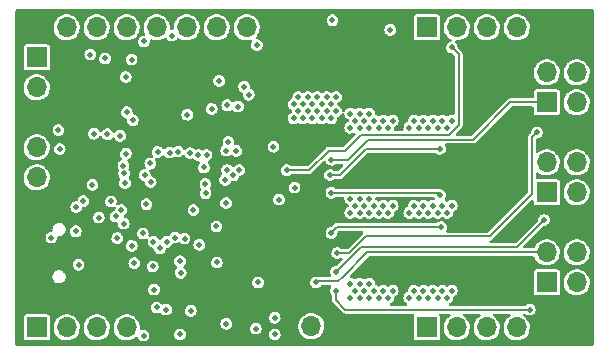
<source format=gbr>
%TF.GenerationSoftware,KiCad,Pcbnew,6.0.5+dfsg-1~bpo11+1*%
%TF.CreationDate,2022-07-20T16:46:58+00:00*%
%TF.ProjectId,xESC2,78455343-322e-46b6-9963-61645f706362,rev?*%
%TF.SameCoordinates,Original*%
%TF.FileFunction,Copper,L2,Inr*%
%TF.FilePolarity,Positive*%
%FSLAX46Y46*%
G04 Gerber Fmt 4.6, Leading zero omitted, Abs format (unit mm)*
G04 Created by KiCad (PCBNEW 6.0.5+dfsg-1~bpo11+1) date 2022-07-20 16:46:58*
%MOMM*%
%LPD*%
G01*
G04 APERTURE LIST*
%TA.AperFunction,ComponentPad*%
%ADD10R,1.700000X1.700000*%
%TD*%
%TA.AperFunction,ComponentPad*%
%ADD11O,1.700000X1.700000*%
%TD*%
%TA.AperFunction,ComponentPad*%
%ADD12O,1.700000X0.850000*%
%TD*%
%TA.AperFunction,ViaPad*%
%ADD13C,0.480000*%
%TD*%
%TA.AperFunction,Conductor*%
%ADD14C,0.152500*%
%TD*%
G04 APERTURE END LIST*
D10*
%TO.N,+3V3*%
%TO.C,J3*%
X231060000Y-108240000D03*
D11*
%TO.N,/MCU/SWDCLK*%
X231060000Y-110780000D03*
%TO.N,GND*%
X231060000Y-113320000D03*
%TO.N,/MCU/SWDIO*%
X231060000Y-115860000D03*
%TO.N,/MCU/Reset*%
X231060000Y-118400000D03*
%TD*%
D12*
%TO.N,GND*%
%TO.C,J2*%
X230600000Y-121975000D03*
X230600000Y-127625000D03*
%TD*%
D10*
%TO.N,GND*%
%TO.C,J5*%
X256850000Y-131000000D03*
D11*
%TO.N,Net-(J5-Pad2)*%
X254310000Y-131000000D03*
%TD*%
D10*
%TO.N,/MCU/SHUTDOWN*%
%TO.C,J4*%
X231060000Y-131100000D03*
D11*
%TO.N,/MCU/UART_TX*%
X233600000Y-131100000D03*
%TO.N,unconnected-(J4-Pad3)*%
X236140000Y-131100000D03*
%TO.N,/MCU/UART_RX*%
X238680000Y-131100000D03*
%TO.N,GND*%
X241220000Y-131100000D03*
%TD*%
D10*
%TO.N,/VM*%
%TO.C,J7*%
X264080000Y-105700000D03*
D11*
X266620000Y-105700000D03*
%TO.N,+5V*%
X269160000Y-105700000D03*
X271700000Y-105700000D03*
%TO.N,GND*%
X274240000Y-105700000D03*
X276780000Y-105700000D03*
%TD*%
D10*
%TO.N,/VM*%
%TO.C,J8*%
X264080000Y-131100000D03*
D11*
X266620000Y-131100000D03*
%TO.N,+5V*%
X269160000Y-131100000D03*
X271700000Y-131100000D03*
%TO.N,GND*%
X274240000Y-131100000D03*
X276780000Y-131100000D03*
%TD*%
D10*
%TO.N,/Power/DRV_W*%
%TO.C,J10*%
X274240000Y-112050000D03*
D11*
X276780000Y-112050000D03*
X274240000Y-109510000D03*
X276780000Y-109510000D03*
%TD*%
D10*
%TO.N,/Power/DRV_V*%
%TO.C,J9*%
X274240000Y-119670000D03*
D11*
X276780000Y-119670000D03*
X274240000Y-117130000D03*
X276780000Y-117130000D03*
%TD*%
D10*
%TO.N,/Power/DRV_U*%
%TO.C,J6*%
X274240000Y-127290000D03*
D11*
X276780000Y-127290000D03*
X274240000Y-124750000D03*
X276780000Y-124750000D03*
%TD*%
D10*
%TO.N,GND*%
%TO.C,J1*%
X231050000Y-105700000D03*
D11*
%TO.N,/CAN_N*%
X233590000Y-105700000D03*
%TO.N,/CAN_P*%
X236130000Y-105700000D03*
%TO.N,+5V*%
X238670000Y-105700000D03*
%TO.N,/TEMP_MOTOR*%
X241210000Y-105700000D03*
%TO.N,/HALL1*%
X243750000Y-105700000D03*
%TO.N,/HALL2*%
X246290000Y-105700000D03*
%TO.N,/HALL3*%
X248830000Y-105700000D03*
%TO.N,GND*%
X251370000Y-105700000D03*
%TD*%
D13*
%TO.N,Net-(Q1-Pad4)*%
X265300000Y-122600000D03*
X256000000Y-123100000D03*
%TO.N,GND*%
X256000000Y-110000000D03*
X241800000Y-120000000D03*
X252500000Y-116600000D03*
X253600000Y-106800000D03*
X244300000Y-127100000D03*
X253200000Y-110600000D03*
X249100000Y-121800000D03*
X249741420Y-122400000D03*
X256000000Y-106800000D03*
X254800000Y-110600000D03*
X254800000Y-109400000D03*
X254800000Y-107400000D03*
X254400000Y-110000000D03*
X243700000Y-117700000D03*
X255600000Y-110600000D03*
X255200000Y-106800000D03*
X233700000Y-128600000D03*
X232500000Y-122100000D03*
X256400000Y-109400000D03*
X245354178Y-109826709D03*
X253997866Y-110595594D03*
X237900000Y-124800000D03*
X254400000Y-106800000D03*
X236910000Y-111650000D03*
X254800000Y-106200000D03*
X250700000Y-108200000D03*
X231300000Y-126700000D03*
X245330000Y-113140000D03*
X253200000Y-109400000D03*
X255600000Y-109400000D03*
X242000000Y-110900000D03*
X253162850Y-107402137D03*
X248100000Y-131800000D03*
X256400000Y-110600000D03*
X243600000Y-120000000D03*
X254000000Y-107400000D03*
X254000000Y-109400000D03*
X246780000Y-112930000D03*
X255200000Y-105600000D03*
X249100000Y-123100000D03*
X251400000Y-127500000D03*
X255600000Y-107400000D03*
X242500000Y-114100000D03*
X237860000Y-119700000D03*
X254000000Y-106200000D03*
X253600000Y-110000000D03*
X256400000Y-107400000D03*
X233700000Y-127300000D03*
X255196209Y-109996423D03*
X231300000Y-122900000D03*
X255597782Y-106197419D03*
X254400000Y-105600000D03*
X241800000Y-117700000D03*
X251050000Y-124800000D03*
X250300000Y-123100000D03*
X250400000Y-121700000D03*
X248500000Y-125000000D03*
%TO.N,Net-(Q2-Pad4)*%
X256400000Y-128000000D03*
X272800000Y-129600000D03*
%TO.N,Net-(Q3-Pad4)*%
X265200000Y-115978011D03*
X255900000Y-118200000D03*
%TO.N,Net-(Q4-Pad4)*%
X274000000Y-122000000D03*
X256400000Y-126400000D03*
%TO.N,Net-(Q5-Pad4)*%
X266200000Y-107400000D03*
X252220000Y-117800000D03*
%TO.N,Net-(Q6-Pad4)*%
X273400000Y-114600000D03*
X256500000Y-124800000D03*
%TO.N,/Power/HSV*%
X251575181Y-120281274D03*
X252890000Y-119260000D03*
%TO.N,/MCU/Xin*%
X248100000Y-112400000D03*
X245350000Y-119750000D03*
%TO.N,/MCU/1.1V*%
X240700000Y-118800000D03*
X248220000Y-117780000D03*
X236300000Y-121800000D03*
X247168500Y-117768500D03*
%TO.N,Net-(D2-Pad2)*%
X251200000Y-130285000D03*
X251200000Y-131700000D03*
%TO.N,+3V3*%
X243020000Y-116210000D03*
X244100000Y-129700000D03*
X251100000Y-115800000D03*
X249800000Y-127300000D03*
X237880000Y-123530000D03*
X238600000Y-116400000D03*
X238680000Y-112890000D03*
X243240000Y-126480000D03*
X235600000Y-108000000D03*
X247107806Y-116133371D03*
X243800000Y-113090000D03*
X261000000Y-105900000D03*
X240040000Y-123150000D03*
X244810000Y-124110000D03*
X232900000Y-114400000D03*
X240870000Y-125940000D03*
X240200000Y-118200000D03*
X247010000Y-118620000D03*
X249700000Y-107200000D03*
%TO.N,+5V*%
X246300000Y-125600000D03*
X243185000Y-125500000D03*
%TO.N,/MCU/Reset*%
X244750000Y-116520000D03*
X234370000Y-122960000D03*
X240941622Y-123859073D03*
%TO.N,/MCU/SWDCLK*%
X240680000Y-117220000D03*
%TO.N,/MCU/SWDIO*%
X244330000Y-121160000D03*
X245220000Y-117560000D03*
X233000000Y-116000000D03*
X238430000Y-122310000D03*
%TO.N,/TEMP_MOTOR*%
X236850000Y-108330000D03*
%TO.N,/HALL1*%
X238600000Y-109900000D03*
%TO.N,/HALL2*%
X239090000Y-108420000D03*
%TO.N,/HALL3*%
X246500000Y-110230000D03*
X248620000Y-110730000D03*
%TO.N,/USB_DM*%
X238400000Y-117400000D03*
X239310000Y-125660000D03*
%TO.N,/USB_DP*%
X239100000Y-124200000D03*
X238460000Y-118070000D03*
%TO.N,/LED_GREEN*%
X243570000Y-123580000D03*
X249600000Y-131200000D03*
%TO.N,/LED_RED*%
X243185000Y-131700000D03*
X242760000Y-123500000D03*
%TO.N,/VM*%
X260400000Y-120800000D03*
X259200000Y-120200000D03*
X258400000Y-113000000D03*
X261200000Y-113600000D03*
X258400000Y-120200000D03*
X258000000Y-113600000D03*
X258000000Y-120800000D03*
X257600000Y-121400000D03*
X260800000Y-121400000D03*
X258400000Y-127400000D03*
X257600000Y-127400000D03*
X259200000Y-127400000D03*
X259600000Y-113600000D03*
X257600000Y-120200000D03*
X260400000Y-113600000D03*
X260800000Y-128600000D03*
X258800000Y-120800000D03*
X258400000Y-121400000D03*
X261200000Y-120800000D03*
X259200000Y-113000000D03*
X259200000Y-114200000D03*
X259200000Y-121400000D03*
X258400000Y-114200000D03*
X260000000Y-128600000D03*
X257600000Y-114200000D03*
X260000000Y-121400000D03*
X258000000Y-128000000D03*
X256100000Y-105100000D03*
X259200000Y-128600000D03*
X257600000Y-128600000D03*
X260000000Y-114200000D03*
X260400000Y-128000000D03*
X258800000Y-128000000D03*
X261200000Y-128000000D03*
X260800000Y-114200000D03*
X258800000Y-113600000D03*
X258400000Y-128600000D03*
X259600000Y-120800000D03*
X257600000Y-113000000D03*
X259600000Y-128000000D03*
%TO.N,/V_M_FILTERED*%
X240115235Y-106889862D03*
X239190000Y-113560000D03*
%TO.N,/PCB_TEMP*%
X242300000Y-116300000D03*
X242500000Y-106400000D03*
%TO.N,Net-(D1-Pad2)*%
X232300000Y-123500000D03*
X234600000Y-125800000D03*
%TO.N,/MCU/Xout*%
X247200000Y-112300000D03*
X245340000Y-118950000D03*
%TO.N,/MCU/QSPI_SD1*%
X238210000Y-121170000D03*
X235000000Y-120400000D03*
%TO.N,/MCU/QSPI_SD0*%
X237330000Y-120430000D03*
X237040000Y-114740000D03*
%TO.N,/MCU/QSPI_SD3*%
X238102670Y-114880000D03*
X238540000Y-118870000D03*
%TO.N,/MCU/CURRENT_SENSE*%
X249000000Y-111400000D03*
X241300000Y-116240000D03*
%TO.N,/Power/DRV_U*%
X254700000Y-127300000D03*
%TO.N,/Power/DRV_V*%
X265200000Y-119900000D03*
X256000000Y-119700000D03*
%TO.N,/Power/DRV_W*%
X256000000Y-116900000D03*
%TO.N,/MCU/SHUTDOWN*%
X240100000Y-131800000D03*
X247089212Y-120576111D03*
X247100000Y-130800000D03*
%TO.N,/MCU/UART_TX*%
X241208461Y-129408461D03*
X241480000Y-124410000D03*
%TO.N,/MCU/UART_RX*%
X242000000Y-129600000D03*
X242060000Y-123860000D03*
%TO.N,/Power/MOSFET/MOSFET_GND*%
X265000000Y-128600000D03*
X256000000Y-112200000D03*
X262600000Y-128600000D03*
X254400000Y-112200000D03*
X265800000Y-114200000D03*
X263800000Y-113600000D03*
X264200000Y-128600000D03*
X254800000Y-111600000D03*
X252800000Y-112200000D03*
X254000000Y-111600000D03*
X264200000Y-114200000D03*
X254000000Y-112800000D03*
X254400000Y-113400000D03*
X254800000Y-112800000D03*
X265400000Y-120800000D03*
X264600000Y-120800000D03*
X253200000Y-111600000D03*
X265000000Y-114200000D03*
X256000000Y-113400000D03*
X255600000Y-112800000D03*
X265000000Y-121400000D03*
X262600000Y-121400000D03*
X253600000Y-112200000D03*
X265400000Y-128000000D03*
X263800000Y-128000000D03*
X263400000Y-114200000D03*
X264600000Y-113600000D03*
X263400000Y-128600000D03*
X253600000Y-113400000D03*
X263800000Y-120800000D03*
X263000000Y-113600000D03*
X262600000Y-114200000D03*
X255200000Y-113400000D03*
X266200000Y-113600000D03*
X266200000Y-120800000D03*
X253200000Y-112800000D03*
X255200000Y-112200000D03*
X264200000Y-121400000D03*
X263000000Y-128000000D03*
X266200000Y-128000000D03*
X265400000Y-113600000D03*
X256400000Y-112800000D03*
X265800000Y-121400000D03*
X263000000Y-120800000D03*
X252800000Y-113400000D03*
X256400000Y-111600000D03*
X263400000Y-121400000D03*
X255600000Y-111600000D03*
X264600000Y-128000000D03*
X265800000Y-128600000D03*
%TO.N,/CAN/SCK*%
X247294650Y-115394650D03*
%TO.N,/CAN/MOSI*%
X245880000Y-112600000D03*
%TO.N,/CAN/MISO*%
X245440000Y-116510000D03*
%TO.N,/CAN/~{CS}*%
X244030000Y-116340000D03*
%TO.N,/CAN/INT*%
X247690000Y-118230000D03*
X247960000Y-116150000D03*
X246275000Y-122550000D03*
%TO.N,Net-(R13-Pad2)*%
X240350000Y-120670000D03*
X234400000Y-120900000D03*
X237740000Y-121710000D03*
X241000000Y-127900000D03*
%TO.N,Net-(U1-Pad52)*%
X235900000Y-114700000D03*
X235780000Y-119030000D03*
%TD*%
D14*
%TO.N,Net-(Q1-Pad4)*%
X265300000Y-122600000D02*
X256500000Y-122600000D01*
X256500000Y-122600000D02*
X256000000Y-123100000D01*
%TO.N,Net-(Q2-Pad4)*%
X272800000Y-129600000D02*
X257200000Y-129600000D01*
X257200000Y-129600000D02*
X256400000Y-128800000D01*
X256400000Y-128800000D02*
X256400000Y-128000000D01*
%TO.N,Net-(Q3-Pad4)*%
X259221989Y-115978011D02*
X258921989Y-115978011D01*
X265200000Y-115978011D02*
X259221989Y-115978011D01*
X258921989Y-115978011D02*
X256700000Y-118200000D01*
X256700000Y-118200000D02*
X255900000Y-118200000D01*
%TO.N,Net-(Q4-Pad4)*%
X274000000Y-122000000D02*
X271700000Y-124300000D01*
X258500000Y-124300000D02*
X256400000Y-126400000D01*
X271700000Y-124300000D02*
X258900000Y-124300000D01*
X258900000Y-124300000D02*
X258500000Y-124300000D01*
%TO.N,Net-(Q5-Pad4)*%
X266780000Y-107980000D02*
X266200000Y-107400000D01*
X252220000Y-117800000D02*
X254100000Y-117800000D01*
X255769122Y-116130878D02*
X257169122Y-116130878D01*
X266780000Y-113958244D02*
X266780000Y-107980000D01*
X257169122Y-116130878D02*
X258526511Y-114773489D01*
X254100000Y-117800000D02*
X255769122Y-116130878D01*
X265964755Y-114773489D02*
X266780000Y-113958244D01*
X258526511Y-114773489D02*
X265964755Y-114773489D01*
%TO.N,Net-(Q6-Pad4)*%
X256500000Y-124800000D02*
X257500000Y-124800000D01*
X257500000Y-124800000D02*
X258900000Y-123400000D01*
X258900000Y-123400000D02*
X269400000Y-123400000D01*
X269400000Y-123400000D02*
X273000000Y-119800000D01*
X273000000Y-115000000D02*
X273400000Y-114600000D01*
X273000000Y-119800000D02*
X273000000Y-115000000D01*
%TO.N,/Power/DRV_U*%
X274240000Y-124750000D02*
X259050000Y-124750000D01*
X255500000Y-127200000D02*
X254800000Y-127200000D01*
X257000000Y-126800000D02*
X256600000Y-127200000D01*
X259050000Y-124750000D02*
X257000000Y-126800000D01*
X256600000Y-127200000D02*
X255500000Y-127200000D01*
X254800000Y-127200000D02*
X254700000Y-127300000D01*
%TO.N,/Power/DRV_V*%
X265200000Y-119900000D02*
X265000000Y-119700000D01*
X265000000Y-119700000D02*
X256000000Y-119700000D01*
%TO.N,/Power/DRV_W*%
X274240000Y-112050000D02*
X271150000Y-112050000D01*
X256000000Y-116900000D02*
X257400000Y-116900000D01*
X271150000Y-112050000D02*
X268000000Y-115200000D01*
X259100000Y-115200000D02*
X260000000Y-115200000D01*
X257400000Y-116900000D02*
X259100000Y-115200000D01*
X268000000Y-115200000D02*
X260000000Y-115200000D01*
%TD*%
%TA.AperFunction,Conductor*%
%TO.N,GND*%
G36*
X278188121Y-104174002D02*
G01*
X278234614Y-104227658D01*
X278246000Y-104280000D01*
X278246000Y-132520000D01*
X278225998Y-132588121D01*
X278172342Y-132634614D01*
X278120000Y-132646000D01*
X229380000Y-132646000D01*
X229311879Y-132625998D01*
X229265386Y-132572342D01*
X229254000Y-132520000D01*
X229254000Y-130224933D01*
X229955500Y-130224933D01*
X229955501Y-131975066D01*
X229970266Y-132049301D01*
X229977161Y-132059620D01*
X229977162Y-132059622D01*
X230017516Y-132120015D01*
X230026516Y-132133484D01*
X230110699Y-132189734D01*
X230184933Y-132204500D01*
X231059858Y-132204500D01*
X231935066Y-132204499D01*
X231970818Y-132197388D01*
X231997126Y-132192156D01*
X231997128Y-132192155D01*
X232009301Y-132189734D01*
X232019621Y-132182839D01*
X232019622Y-132182838D01*
X232083168Y-132140377D01*
X232093484Y-132133484D01*
X232149734Y-132049301D01*
X232164500Y-131975067D01*
X232164499Y-131070964D01*
X232491148Y-131070964D01*
X232498624Y-131185024D01*
X232502484Y-131243915D01*
X232504424Y-131273522D01*
X232505845Y-131279118D01*
X232505846Y-131279123D01*
X232527508Y-131364414D01*
X232554392Y-131470269D01*
X232556809Y-131475512D01*
X232591892Y-131551612D01*
X232639377Y-131654616D01*
X232642710Y-131659332D01*
X232745558Y-131804859D01*
X232756533Y-131820389D01*
X232901938Y-131962035D01*
X233070720Y-132074812D01*
X233076023Y-132077090D01*
X233076026Y-132077092D01*
X233207283Y-132133484D01*
X233257228Y-132154942D01*
X233304122Y-132165553D01*
X233449579Y-132198467D01*
X233449584Y-132198468D01*
X233455216Y-132199742D01*
X233460987Y-132199969D01*
X233460989Y-132199969D01*
X233520756Y-132202317D01*
X233658053Y-132207712D01*
X233765348Y-132192155D01*
X233853231Y-132179413D01*
X233853236Y-132179412D01*
X233858945Y-132178584D01*
X233864409Y-132176729D01*
X233864414Y-132176728D01*
X234045693Y-132115192D01*
X234045698Y-132115190D01*
X234051165Y-132113334D01*
X234075436Y-132099742D01*
X234139257Y-132064000D01*
X234228276Y-132014147D01*
X234267969Y-131981135D01*
X234379913Y-131888031D01*
X234384345Y-131884345D01*
X234450453Y-131804859D01*
X234510453Y-131732718D01*
X234510455Y-131732715D01*
X234514147Y-131728276D01*
X234603531Y-131568670D01*
X234610510Y-131556208D01*
X234610511Y-131556206D01*
X234613334Y-131551165D01*
X234615190Y-131545698D01*
X234615192Y-131545693D01*
X234676728Y-131364414D01*
X234676729Y-131364409D01*
X234678584Y-131358945D01*
X234679412Y-131353236D01*
X234679413Y-131353231D01*
X234705469Y-131173522D01*
X234707712Y-131158053D01*
X234709232Y-131100000D01*
X234706564Y-131070964D01*
X235031148Y-131070964D01*
X235038624Y-131185024D01*
X235042484Y-131243915D01*
X235044424Y-131273522D01*
X235045845Y-131279118D01*
X235045846Y-131279123D01*
X235067508Y-131364414D01*
X235094392Y-131470269D01*
X235096809Y-131475512D01*
X235131892Y-131551612D01*
X235179377Y-131654616D01*
X235182710Y-131659332D01*
X235285558Y-131804859D01*
X235296533Y-131820389D01*
X235441938Y-131962035D01*
X235610720Y-132074812D01*
X235616023Y-132077090D01*
X235616026Y-132077092D01*
X235747283Y-132133484D01*
X235797228Y-132154942D01*
X235844122Y-132165553D01*
X235989579Y-132198467D01*
X235989584Y-132198468D01*
X235995216Y-132199742D01*
X236000987Y-132199969D01*
X236000989Y-132199969D01*
X236060756Y-132202317D01*
X236198053Y-132207712D01*
X236305348Y-132192155D01*
X236393231Y-132179413D01*
X236393236Y-132179412D01*
X236398945Y-132178584D01*
X236404409Y-132176729D01*
X236404414Y-132176728D01*
X236585693Y-132115192D01*
X236585698Y-132115190D01*
X236591165Y-132113334D01*
X236615436Y-132099742D01*
X236679257Y-132064000D01*
X236768276Y-132014147D01*
X236807969Y-131981135D01*
X236919913Y-131888031D01*
X236924345Y-131884345D01*
X236990453Y-131804859D01*
X237050453Y-131732718D01*
X237050455Y-131732715D01*
X237054147Y-131728276D01*
X237143531Y-131568670D01*
X237150510Y-131556208D01*
X237150511Y-131556206D01*
X237153334Y-131551165D01*
X237155190Y-131545698D01*
X237155192Y-131545693D01*
X237216728Y-131364414D01*
X237216729Y-131364409D01*
X237218584Y-131358945D01*
X237219412Y-131353236D01*
X237219413Y-131353231D01*
X237245469Y-131173522D01*
X237247712Y-131158053D01*
X237249232Y-131100000D01*
X237246564Y-131070964D01*
X237571148Y-131070964D01*
X237578624Y-131185024D01*
X237582484Y-131243915D01*
X237584424Y-131273522D01*
X237585845Y-131279118D01*
X237585846Y-131279123D01*
X237607508Y-131364414D01*
X237634392Y-131470269D01*
X237636809Y-131475512D01*
X237671892Y-131551612D01*
X237719377Y-131654616D01*
X237722710Y-131659332D01*
X237825558Y-131804859D01*
X237836533Y-131820389D01*
X237981938Y-131962035D01*
X238150720Y-132074812D01*
X238156023Y-132077090D01*
X238156026Y-132077092D01*
X238287283Y-132133484D01*
X238337228Y-132154942D01*
X238384122Y-132165553D01*
X238529579Y-132198467D01*
X238529584Y-132198468D01*
X238535216Y-132199742D01*
X238540987Y-132199969D01*
X238540989Y-132199969D01*
X238600756Y-132202317D01*
X238738053Y-132207712D01*
X238845348Y-132192155D01*
X238933231Y-132179413D01*
X238933236Y-132179412D01*
X238938945Y-132178584D01*
X238944409Y-132176729D01*
X238944414Y-132176728D01*
X239125693Y-132115192D01*
X239125698Y-132115190D01*
X239131165Y-132113334D01*
X239155436Y-132099742D01*
X239219257Y-132064000D01*
X239308276Y-132014147D01*
X239432771Y-131910605D01*
X239497933Y-131882425D01*
X239567988Y-131893948D01*
X239620693Y-131941517D01*
X239628668Y-131956734D01*
X239653573Y-132013334D01*
X239675866Y-132064000D01*
X239681643Y-132070873D01*
X239681644Y-132070874D01*
X239761230Y-132165553D01*
X239767010Y-132172429D01*
X239884923Y-132250918D01*
X240020126Y-132293158D01*
X240029096Y-132293322D01*
X240029100Y-132293323D01*
X240094509Y-132294521D01*
X240161749Y-132295754D01*
X240204524Y-132284092D01*
X240289747Y-132260858D01*
X240289750Y-132260857D01*
X240298409Y-132258496D01*
X240306059Y-132253799D01*
X240306061Y-132253798D01*
X240411467Y-132189079D01*
X240411470Y-132189076D01*
X240419119Y-132184380D01*
X240426046Y-132176728D01*
X240508147Y-132086024D01*
X240508148Y-132086022D01*
X240514175Y-132079364D01*
X240518289Y-132070874D01*
X240572020Y-131959971D01*
X240572020Y-131959970D01*
X240575935Y-131951890D01*
X240599436Y-131812206D01*
X240599585Y-131800000D01*
X240584389Y-131693897D01*
X242685452Y-131693897D01*
X242686616Y-131702799D01*
X242686616Y-131702802D01*
X242690528Y-131732718D01*
X242703818Y-131834348D01*
X242760866Y-131964000D01*
X242766643Y-131970873D01*
X242766644Y-131970874D01*
X242844925Y-132064000D01*
X242852010Y-132072429D01*
X242859487Y-132077406D01*
X242928235Y-132123168D01*
X242969923Y-132150918D01*
X242994179Y-132158496D01*
X243092070Y-132189079D01*
X243105126Y-132193158D01*
X243114096Y-132193322D01*
X243114100Y-132193323D01*
X243179509Y-132194521D01*
X243246749Y-132195754D01*
X243306687Y-132179413D01*
X243374747Y-132160858D01*
X243374750Y-132160857D01*
X243383409Y-132158496D01*
X243391059Y-132153799D01*
X243391061Y-132153798D01*
X243496467Y-132089079D01*
X243496470Y-132089076D01*
X243504119Y-132084380D01*
X243511046Y-132076728D01*
X243593147Y-131986024D01*
X243593148Y-131986022D01*
X243599175Y-131979364D01*
X243603289Y-131970874D01*
X243657020Y-131859971D01*
X243657020Y-131859970D01*
X243660935Y-131851890D01*
X243684436Y-131712206D01*
X243684585Y-131700000D01*
X243664504Y-131559783D01*
X243605877Y-131430838D01*
X243513415Y-131323531D01*
X243394552Y-131246488D01*
X243258843Y-131205903D01*
X243249867Y-131205848D01*
X243249866Y-131205848D01*
X243191133Y-131205489D01*
X243117199Y-131205037D01*
X242981004Y-131243962D01*
X242973417Y-131248749D01*
X242973415Y-131248750D01*
X242943294Y-131267755D01*
X242861209Y-131319547D01*
X242855266Y-131326276D01*
X242811782Y-131375512D01*
X242767443Y-131425716D01*
X242763629Y-131433839D01*
X242763628Y-131433841D01*
X242749152Y-131464674D01*
X242707244Y-131553935D01*
X242702504Y-131584380D01*
X242686833Y-131685024D01*
X242686833Y-131685028D01*
X242685452Y-131693897D01*
X240584389Y-131693897D01*
X240584317Y-131693392D01*
X240580777Y-131668670D01*
X240580776Y-131668668D01*
X240579504Y-131659783D01*
X240520877Y-131530838D01*
X240428415Y-131423531D01*
X240309552Y-131346488D01*
X240173843Y-131305903D01*
X240164867Y-131305848D01*
X240164866Y-131305848D01*
X240106133Y-131305489D01*
X240032199Y-131305037D01*
X240023568Y-131307504D01*
X240023566Y-131307504D01*
X239942177Y-131330765D01*
X239871183Y-131330253D01*
X239811735Y-131291439D01*
X239782709Y-131226647D01*
X239782857Y-131191535D01*
X239787180Y-131161724D01*
X239787180Y-131161719D01*
X239787712Y-131158053D01*
X239789232Y-131100000D01*
X239774766Y-130942568D01*
X239771187Y-130903613D01*
X239771186Y-130903610D01*
X239770658Y-130897859D01*
X239769090Y-130892299D01*
X239741338Y-130793897D01*
X246600452Y-130793897D01*
X246601616Y-130802799D01*
X246601616Y-130802802D01*
X246603806Y-130819547D01*
X246618818Y-130934348D01*
X246675866Y-131064000D01*
X246681643Y-131070873D01*
X246681644Y-131070874D01*
X246758014Y-131161727D01*
X246767010Y-131172429D01*
X246884923Y-131250918D01*
X246938815Y-131267755D01*
X246957275Y-131273522D01*
X247020126Y-131293158D01*
X247029096Y-131293322D01*
X247029100Y-131293323D01*
X247094509Y-131294521D01*
X247161749Y-131295754D01*
X247204524Y-131284092D01*
X247289747Y-131260858D01*
X247289750Y-131260857D01*
X247298409Y-131258496D01*
X247306059Y-131253799D01*
X247306061Y-131253798D01*
X247403620Y-131193897D01*
X249100452Y-131193897D01*
X249101616Y-131202799D01*
X249101616Y-131202802D01*
X249106999Y-131243962D01*
X249118818Y-131334348D01*
X249175866Y-131464000D01*
X249181643Y-131470873D01*
X249181644Y-131470874D01*
X249253375Y-131556208D01*
X249267010Y-131572429D01*
X249384923Y-131650918D01*
X249520126Y-131693158D01*
X249529096Y-131693322D01*
X249529100Y-131693323D01*
X249594509Y-131694521D01*
X249661749Y-131695754D01*
X249668560Y-131693897D01*
X250700452Y-131693897D01*
X250701616Y-131702799D01*
X250701616Y-131702802D01*
X250705528Y-131732718D01*
X250718818Y-131834348D01*
X250775866Y-131964000D01*
X250781643Y-131970873D01*
X250781644Y-131970874D01*
X250859925Y-132064000D01*
X250867010Y-132072429D01*
X250874487Y-132077406D01*
X250943235Y-132123168D01*
X250984923Y-132150918D01*
X251009179Y-132158496D01*
X251107070Y-132189079D01*
X251120126Y-132193158D01*
X251129096Y-132193322D01*
X251129100Y-132193323D01*
X251194509Y-132194521D01*
X251261749Y-132195754D01*
X251321687Y-132179413D01*
X251389747Y-132160858D01*
X251389750Y-132160857D01*
X251398409Y-132158496D01*
X251406059Y-132153799D01*
X251406061Y-132153798D01*
X251511467Y-132089079D01*
X251511470Y-132089076D01*
X251519119Y-132084380D01*
X251526046Y-132076728D01*
X251608147Y-131986024D01*
X251608148Y-131986022D01*
X251614175Y-131979364D01*
X251618289Y-131970874D01*
X251672020Y-131859971D01*
X251672020Y-131859970D01*
X251675935Y-131851890D01*
X251699436Y-131712206D01*
X251699585Y-131700000D01*
X251679504Y-131559783D01*
X251620877Y-131430838D01*
X251528415Y-131323531D01*
X251409552Y-131246488D01*
X251273843Y-131205903D01*
X251264867Y-131205848D01*
X251264866Y-131205848D01*
X251206133Y-131205489D01*
X251132199Y-131205037D01*
X250996004Y-131243962D01*
X250988417Y-131248749D01*
X250988415Y-131248750D01*
X250958294Y-131267755D01*
X250876209Y-131319547D01*
X250870266Y-131326276D01*
X250826782Y-131375512D01*
X250782443Y-131425716D01*
X250778629Y-131433839D01*
X250778628Y-131433841D01*
X250764152Y-131464674D01*
X250722244Y-131553935D01*
X250717504Y-131584380D01*
X250701833Y-131685024D01*
X250701833Y-131685028D01*
X250700452Y-131693897D01*
X249668560Y-131693897D01*
X249704524Y-131684092D01*
X249789747Y-131660858D01*
X249789750Y-131660857D01*
X249798409Y-131658496D01*
X249806059Y-131653799D01*
X249806061Y-131653798D01*
X249911467Y-131589079D01*
X249911470Y-131589076D01*
X249919119Y-131584380D01*
X249936161Y-131565553D01*
X250008147Y-131486024D01*
X250008148Y-131486022D01*
X250014175Y-131479364D01*
X250018289Y-131470874D01*
X250072020Y-131359971D01*
X250072020Y-131359970D01*
X250075935Y-131351890D01*
X250099436Y-131212206D01*
X250099585Y-131200000D01*
X250085264Y-131100000D01*
X250080777Y-131068670D01*
X250080776Y-131068668D01*
X250079504Y-131059783D01*
X250039121Y-130970964D01*
X253201148Y-130970964D01*
X253214424Y-131173522D01*
X253215845Y-131179118D01*
X253215846Y-131179123D01*
X253253219Y-131326276D01*
X253264392Y-131370269D01*
X253266809Y-131375512D01*
X253307913Y-131464674D01*
X253349377Y-131554616D01*
X253359309Y-131568670D01*
X253455558Y-131704859D01*
X253466533Y-131720389D01*
X253611938Y-131862035D01*
X253780720Y-131974812D01*
X253786023Y-131977090D01*
X253786026Y-131977092D01*
X253954098Y-132049301D01*
X253967228Y-132054942D01*
X254039432Y-132071280D01*
X254159579Y-132098467D01*
X254159584Y-132098468D01*
X254165216Y-132099742D01*
X254170987Y-132099969D01*
X254170989Y-132099969D01*
X254230756Y-132102317D01*
X254368053Y-132107712D01*
X254468499Y-132093148D01*
X254563231Y-132079413D01*
X254563236Y-132079412D01*
X254568945Y-132078584D01*
X254574409Y-132076729D01*
X254574414Y-132076728D01*
X254755693Y-132015192D01*
X254755698Y-132015190D01*
X254761165Y-132013334D01*
X254766310Y-132010453D01*
X254889403Y-131941517D01*
X254938276Y-131914147D01*
X254976418Y-131882425D01*
X255089913Y-131788031D01*
X255094345Y-131784345D01*
X255162164Y-131702802D01*
X255220453Y-131632718D01*
X255220455Y-131632715D01*
X255224147Y-131628276D01*
X255312069Y-131471280D01*
X255320510Y-131456208D01*
X255320511Y-131456206D01*
X255323334Y-131451165D01*
X255325190Y-131445698D01*
X255325192Y-131445693D01*
X255386728Y-131264414D01*
X255386729Y-131264409D01*
X255388584Y-131258945D01*
X255389412Y-131253236D01*
X255389413Y-131253231D01*
X255415853Y-131070874D01*
X255417712Y-131058053D01*
X255419232Y-131000000D01*
X255402211Y-130814757D01*
X255401187Y-130803613D01*
X255401186Y-130803610D01*
X255400658Y-130797859D01*
X255394347Y-130775481D01*
X255347125Y-130608046D01*
X255347124Y-130608044D01*
X255345557Y-130602487D01*
X255334978Y-130581033D01*
X255258331Y-130425609D01*
X255255776Y-130420428D01*
X255134320Y-130257779D01*
X254985258Y-130119987D01*
X254980375Y-130116906D01*
X254980371Y-130116903D01*
X254818464Y-130014748D01*
X254813581Y-130011667D01*
X254625039Y-129936446D01*
X254619379Y-129935320D01*
X254619375Y-129935319D01*
X254431613Y-129897971D01*
X254431610Y-129897971D01*
X254425946Y-129896844D01*
X254420171Y-129896768D01*
X254420167Y-129896768D01*
X254318793Y-129895441D01*
X254222971Y-129894187D01*
X254217274Y-129895166D01*
X254217273Y-129895166D01*
X254054033Y-129923216D01*
X254022910Y-129928564D01*
X253832463Y-129998824D01*
X253658010Y-130102612D01*
X253653670Y-130106418D01*
X253653666Y-130106421D01*
X253525452Y-130218863D01*
X253505392Y-130236455D01*
X253379720Y-130395869D01*
X253377031Y-130400980D01*
X253377029Y-130400983D01*
X253353886Y-130444971D01*
X253285203Y-130575515D01*
X253244219Y-130707504D01*
X253232115Y-130746488D01*
X253225007Y-130769378D01*
X253201148Y-130970964D01*
X250039121Y-130970964D01*
X250020877Y-130930838D01*
X249928415Y-130823531D01*
X249809552Y-130746488D01*
X249673843Y-130705903D01*
X249664867Y-130705848D01*
X249664866Y-130705848D01*
X249606133Y-130705489D01*
X249532199Y-130705037D01*
X249396004Y-130743962D01*
X249388417Y-130748749D01*
X249388415Y-130748750D01*
X249341545Y-130778323D01*
X249276209Y-130819547D01*
X249182443Y-130925716D01*
X249178629Y-130933839D01*
X249178628Y-130933841D01*
X249161199Y-130970964D01*
X249122244Y-131053935D01*
X249118695Y-131076730D01*
X249101833Y-131185024D01*
X249101833Y-131185028D01*
X249100452Y-131193897D01*
X247403620Y-131193897D01*
X247411467Y-131189079D01*
X247411470Y-131189076D01*
X247419119Y-131184380D01*
X247428948Y-131173522D01*
X247508147Y-131086024D01*
X247508148Y-131086022D01*
X247514175Y-131079364D01*
X247518289Y-131070874D01*
X247572020Y-130959971D01*
X247572020Y-130959970D01*
X247575935Y-130951890D01*
X247599436Y-130812206D01*
X247599585Y-130800000D01*
X247581757Y-130675515D01*
X247580777Y-130668670D01*
X247580776Y-130668668D01*
X247579504Y-130659783D01*
X247575308Y-130650553D01*
X247536120Y-130564364D01*
X247520877Y-130530838D01*
X247428415Y-130423531D01*
X247309552Y-130346488D01*
X247173843Y-130305903D01*
X247164867Y-130305848D01*
X247164866Y-130305848D01*
X247106133Y-130305489D01*
X247032199Y-130305037D01*
X246896004Y-130343962D01*
X246888417Y-130348749D01*
X246888415Y-130348750D01*
X246874105Y-130357779D01*
X246776209Y-130419547D01*
X246682443Y-130525716D01*
X246678629Y-130533839D01*
X246678628Y-130533841D01*
X246675370Y-130540780D01*
X246622244Y-130653935D01*
X246614279Y-130705092D01*
X246601833Y-130785024D01*
X246601833Y-130785028D01*
X246600452Y-130793897D01*
X239741338Y-130793897D01*
X239717125Y-130708046D01*
X239717124Y-130708044D01*
X239715557Y-130702487D01*
X239704978Y-130681033D01*
X239628331Y-130525609D01*
X239625776Y-130520428D01*
X239504320Y-130357779D01*
X239418986Y-130278897D01*
X250700452Y-130278897D01*
X250701616Y-130287799D01*
X250701616Y-130287802D01*
X250709586Y-130348750D01*
X250718818Y-130419348D01*
X250722435Y-130427568D01*
X250767875Y-130530838D01*
X250775866Y-130549000D01*
X250781643Y-130555873D01*
X250781644Y-130555874D01*
X250816472Y-130597307D01*
X250867010Y-130657429D01*
X250874487Y-130662406D01*
X250938614Y-130705092D01*
X250984923Y-130735918D01*
X251016739Y-130745858D01*
X251092023Y-130769378D01*
X251120126Y-130778158D01*
X251129096Y-130778322D01*
X251129100Y-130778323D01*
X251194509Y-130779521D01*
X251261749Y-130780754D01*
X251304524Y-130769092D01*
X251389747Y-130745858D01*
X251389750Y-130745857D01*
X251398409Y-130743496D01*
X251406059Y-130738799D01*
X251406061Y-130738798D01*
X251511467Y-130674079D01*
X251511470Y-130674076D01*
X251519119Y-130669380D01*
X251533100Y-130653935D01*
X251608147Y-130571024D01*
X251608148Y-130571022D01*
X251614175Y-130564364D01*
X251618289Y-130555874D01*
X251672020Y-130444971D01*
X251672020Y-130444970D01*
X251675935Y-130436890D01*
X251699436Y-130297206D01*
X251699585Y-130285000D01*
X251686780Y-130195589D01*
X251680777Y-130153670D01*
X251680776Y-130153668D01*
X251679504Y-130144783D01*
X251620877Y-130015838D01*
X251528415Y-129908531D01*
X251409552Y-129831488D01*
X251273843Y-129790903D01*
X251264867Y-129790848D01*
X251264866Y-129790848D01*
X251206133Y-129790489D01*
X251132199Y-129790037D01*
X250996004Y-129828962D01*
X250988417Y-129833749D01*
X250988415Y-129833750D01*
X250932042Y-129869319D01*
X250876209Y-129904547D01*
X250870266Y-129911276D01*
X250811864Y-129977403D01*
X250782443Y-130010716D01*
X250778629Y-130018839D01*
X250778628Y-130018841D01*
X250774523Y-130027585D01*
X250722244Y-130138935D01*
X250718831Y-130160858D01*
X250701833Y-130270024D01*
X250701833Y-130270028D01*
X250700452Y-130278897D01*
X239418986Y-130278897D01*
X239355258Y-130219987D01*
X239350372Y-130216904D01*
X239350371Y-130216903D01*
X239196767Y-130119987D01*
X239183581Y-130111667D01*
X238995039Y-130036446D01*
X238989379Y-130035320D01*
X238989375Y-130035319D01*
X238801613Y-129997971D01*
X238801610Y-129997971D01*
X238795946Y-129996844D01*
X238790171Y-129996768D01*
X238790167Y-129996768D01*
X238688793Y-129995441D01*
X238592971Y-129994187D01*
X238587274Y-129995166D01*
X238587273Y-129995166D01*
X238398607Y-130027585D01*
X238392910Y-130028564D01*
X238202463Y-130098824D01*
X238197502Y-130101776D01*
X238197501Y-130101776D01*
X238184473Y-130109527D01*
X238028010Y-130202612D01*
X238023670Y-130206418D01*
X238023666Y-130206421D01*
X237914680Y-130302000D01*
X237875392Y-130336455D01*
X237749720Y-130495869D01*
X237747031Y-130500980D01*
X237747029Y-130500983D01*
X237717936Y-130556280D01*
X237655203Y-130675515D01*
X237595007Y-130869378D01*
X237571148Y-131070964D01*
X237246564Y-131070964D01*
X237234766Y-130942568D01*
X237231187Y-130903613D01*
X237231186Y-130903610D01*
X237230658Y-130897859D01*
X237229090Y-130892299D01*
X237177125Y-130708046D01*
X237177124Y-130708044D01*
X237175557Y-130702487D01*
X237164978Y-130681033D01*
X237088331Y-130525609D01*
X237085776Y-130520428D01*
X236964320Y-130357779D01*
X236815258Y-130219987D01*
X236810372Y-130216904D01*
X236810371Y-130216903D01*
X236656767Y-130119987D01*
X236643581Y-130111667D01*
X236455039Y-130036446D01*
X236449379Y-130035320D01*
X236449375Y-130035319D01*
X236261613Y-129997971D01*
X236261610Y-129997971D01*
X236255946Y-129996844D01*
X236250171Y-129996768D01*
X236250167Y-129996768D01*
X236148793Y-129995441D01*
X236052971Y-129994187D01*
X236047274Y-129995166D01*
X236047273Y-129995166D01*
X235858607Y-130027585D01*
X235852910Y-130028564D01*
X235662463Y-130098824D01*
X235657502Y-130101776D01*
X235657501Y-130101776D01*
X235644473Y-130109527D01*
X235488010Y-130202612D01*
X235483670Y-130206418D01*
X235483666Y-130206421D01*
X235374680Y-130302000D01*
X235335392Y-130336455D01*
X235209720Y-130495869D01*
X235207031Y-130500980D01*
X235207029Y-130500983D01*
X235177936Y-130556280D01*
X235115203Y-130675515D01*
X235055007Y-130869378D01*
X235031148Y-131070964D01*
X234706564Y-131070964D01*
X234694766Y-130942568D01*
X234691187Y-130903613D01*
X234691186Y-130903610D01*
X234690658Y-130897859D01*
X234689090Y-130892299D01*
X234637125Y-130708046D01*
X234637124Y-130708044D01*
X234635557Y-130702487D01*
X234624978Y-130681033D01*
X234548331Y-130525609D01*
X234545776Y-130520428D01*
X234424320Y-130357779D01*
X234275258Y-130219987D01*
X234270372Y-130216904D01*
X234270371Y-130216903D01*
X234116767Y-130119987D01*
X234103581Y-130111667D01*
X233915039Y-130036446D01*
X233909379Y-130035320D01*
X233909375Y-130035319D01*
X233721613Y-129997971D01*
X233721610Y-129997971D01*
X233715946Y-129996844D01*
X233710171Y-129996768D01*
X233710167Y-129996768D01*
X233608793Y-129995441D01*
X233512971Y-129994187D01*
X233507274Y-129995166D01*
X233507273Y-129995166D01*
X233318607Y-130027585D01*
X233312910Y-130028564D01*
X233122463Y-130098824D01*
X233117502Y-130101776D01*
X233117501Y-130101776D01*
X233104473Y-130109527D01*
X232948010Y-130202612D01*
X232943670Y-130206418D01*
X232943666Y-130206421D01*
X232834680Y-130302000D01*
X232795392Y-130336455D01*
X232669720Y-130495869D01*
X232667031Y-130500980D01*
X232667029Y-130500983D01*
X232637936Y-130556280D01*
X232575203Y-130675515D01*
X232515007Y-130869378D01*
X232491148Y-131070964D01*
X232164499Y-131070964D01*
X232164499Y-130224934D01*
X232149734Y-130150699D01*
X232141874Y-130138935D01*
X232100377Y-130076832D01*
X232093484Y-130066516D01*
X232009301Y-130010266D01*
X231935067Y-129995500D01*
X231060142Y-129995500D01*
X230184934Y-129995501D01*
X230153385Y-130001776D01*
X230122874Y-130007844D01*
X230122872Y-130007845D01*
X230110699Y-130010266D01*
X230100379Y-130017161D01*
X230100378Y-130017162D01*
X230066412Y-130039858D01*
X230026516Y-130066516D01*
X229970266Y-130150699D01*
X229955500Y-130224933D01*
X229254000Y-130224933D01*
X229254000Y-129402358D01*
X240708913Y-129402358D01*
X240710077Y-129411260D01*
X240710077Y-129411263D01*
X240711967Y-129425716D01*
X240727279Y-129542809D01*
X240784327Y-129672461D01*
X240790104Y-129679334D01*
X240790105Y-129679335D01*
X240807476Y-129700000D01*
X240875471Y-129780890D01*
X240993384Y-129859379D01*
X241008175Y-129864000D01*
X241117202Y-129898062D01*
X241128587Y-129901619D01*
X241137557Y-129901783D01*
X241137561Y-129901784D01*
X241202970Y-129902982D01*
X241270210Y-129904215D01*
X241312985Y-129892553D01*
X241398208Y-129869319D01*
X241398211Y-129869318D01*
X241406870Y-129866957D01*
X241427457Y-129854316D01*
X241495973Y-129835720D01*
X241563668Y-129857118D01*
X241589833Y-129880617D01*
X241661229Y-129965552D01*
X241667010Y-129972429D01*
X241784923Y-130050918D01*
X241809179Y-130058496D01*
X241907070Y-130089079D01*
X241920126Y-130093158D01*
X241929096Y-130093322D01*
X241929100Y-130093323D01*
X241994509Y-130094521D01*
X242061749Y-130095754D01*
X242127886Y-130077723D01*
X242189747Y-130060858D01*
X242189750Y-130060857D01*
X242198409Y-130058496D01*
X242206059Y-130053799D01*
X242206061Y-130053798D01*
X242311467Y-129989079D01*
X242311470Y-129989076D01*
X242319119Y-129984380D01*
X242325435Y-129977403D01*
X242408147Y-129886024D01*
X242408148Y-129886022D01*
X242414175Y-129879364D01*
X242422205Y-129862791D01*
X242472020Y-129759971D01*
X242472020Y-129759970D01*
X242475935Y-129751890D01*
X242485692Y-129693897D01*
X243600452Y-129693897D01*
X243601616Y-129702799D01*
X243601616Y-129702802D01*
X243602846Y-129712206D01*
X243618818Y-129834348D01*
X243622435Y-129842568D01*
X243663614Y-129936154D01*
X243675866Y-129964000D01*
X243681643Y-129970873D01*
X243681644Y-129970874D01*
X243761230Y-130065553D01*
X243767010Y-130072429D01*
X243884923Y-130150918D01*
X244020126Y-130193158D01*
X244029096Y-130193322D01*
X244029100Y-130193323D01*
X244094509Y-130194521D01*
X244161749Y-130195754D01*
X244204524Y-130184092D01*
X244289747Y-130160858D01*
X244289750Y-130160857D01*
X244298409Y-130158496D01*
X244306059Y-130153799D01*
X244306061Y-130153798D01*
X244411467Y-130089079D01*
X244411470Y-130089076D01*
X244419119Y-130084380D01*
X244427898Y-130074682D01*
X244508147Y-129986024D01*
X244508148Y-129986022D01*
X244514175Y-129979364D01*
X244518289Y-129970874D01*
X244572020Y-129859971D01*
X244572020Y-129859970D01*
X244575935Y-129851890D01*
X244599436Y-129712206D01*
X244599585Y-129700000D01*
X244579504Y-129559783D01*
X244571787Y-129542809D01*
X244524593Y-129439012D01*
X244520877Y-129430838D01*
X244428415Y-129323531D01*
X244309552Y-129246488D01*
X244173843Y-129205903D01*
X244164867Y-129205848D01*
X244164866Y-129205848D01*
X244106133Y-129205489D01*
X244032199Y-129205037D01*
X243896004Y-129243962D01*
X243888417Y-129248749D01*
X243888415Y-129248750D01*
X243879662Y-129254273D01*
X243776209Y-129319547D01*
X243682443Y-129425716D01*
X243678629Y-129433839D01*
X243678628Y-129433841D01*
X243670285Y-129451612D01*
X243622244Y-129553935D01*
X243620864Y-129562801D01*
X243601833Y-129685024D01*
X243601833Y-129685028D01*
X243600452Y-129693897D01*
X242485692Y-129693897D01*
X242499436Y-129612206D01*
X242499585Y-129600000D01*
X242479504Y-129459783D01*
X242420877Y-129330838D01*
X242328415Y-129223531D01*
X242209552Y-129146488D01*
X242073843Y-129105903D01*
X242064867Y-129105848D01*
X242064866Y-129105848D01*
X242006133Y-129105489D01*
X241932199Y-129105037D01*
X241796004Y-129143962D01*
X241788416Y-129148750D01*
X241788413Y-129148751D01*
X241782459Y-129152508D01*
X241714174Y-129171943D01*
X241646222Y-129151374D01*
X241619770Y-129128195D01*
X241602779Y-129108476D01*
X241536876Y-129031992D01*
X241418013Y-128954949D01*
X241282304Y-128914364D01*
X241273328Y-128914309D01*
X241273327Y-128914309D01*
X241214594Y-128913950D01*
X241140660Y-128913498D01*
X241004465Y-128952423D01*
X240996878Y-128957210D01*
X240996876Y-128957211D01*
X240956572Y-128982641D01*
X240884670Y-129028008D01*
X240878727Y-129034737D01*
X240798728Y-129125318D01*
X240790904Y-129134177D01*
X240787090Y-129142300D01*
X240787089Y-129142302D01*
X240777284Y-129163187D01*
X240730705Y-129262396D01*
X240721947Y-129318648D01*
X240710294Y-129393485D01*
X240710294Y-129393489D01*
X240708913Y-129402358D01*
X229254000Y-129402358D01*
X229254000Y-127893897D01*
X240500452Y-127893897D01*
X240501616Y-127902799D01*
X240501616Y-127902802D01*
X240509635Y-127964122D01*
X240518818Y-128034348D01*
X240536417Y-128074345D01*
X240565136Y-128139613D01*
X240575866Y-128164000D01*
X240581643Y-128170873D01*
X240581644Y-128170874D01*
X240639163Y-128239301D01*
X240667010Y-128272429D01*
X240674487Y-128277406D01*
X240754065Y-128330377D01*
X240784923Y-128350918D01*
X240809179Y-128358496D01*
X240909919Y-128389969D01*
X240920126Y-128393158D01*
X240929096Y-128393322D01*
X240929100Y-128393323D01*
X240994509Y-128394521D01*
X241061749Y-128395754D01*
X241111629Y-128382155D01*
X241189747Y-128360858D01*
X241189750Y-128360857D01*
X241198409Y-128358496D01*
X241206059Y-128353799D01*
X241206061Y-128353798D01*
X241311467Y-128289079D01*
X241311470Y-128289076D01*
X241319119Y-128284380D01*
X241334768Y-128267092D01*
X241408147Y-128186024D01*
X241408148Y-128186022D01*
X241414175Y-128179364D01*
X241418289Y-128170874D01*
X241472020Y-128059971D01*
X241472020Y-128059970D01*
X241475935Y-128051890D01*
X241499436Y-127912206D01*
X241499585Y-127900000D01*
X241484317Y-127793392D01*
X241480777Y-127768670D01*
X241480776Y-127768668D01*
X241479504Y-127759783D01*
X241420877Y-127630838D01*
X241328415Y-127523531D01*
X241209552Y-127446488D01*
X241073843Y-127405903D01*
X241064867Y-127405848D01*
X241064866Y-127405848D01*
X241006133Y-127405489D01*
X240932199Y-127405037D01*
X240796004Y-127443962D01*
X240788417Y-127448749D01*
X240788415Y-127448750D01*
X240774899Y-127457278D01*
X240676209Y-127519547D01*
X240670266Y-127526276D01*
X240666685Y-127530331D01*
X240582443Y-127625716D01*
X240578629Y-127633839D01*
X240578628Y-127633841D01*
X240563759Y-127665512D01*
X240522244Y-127753935D01*
X240515733Y-127795754D01*
X240501833Y-127885024D01*
X240501833Y-127885028D01*
X240500452Y-127893897D01*
X229254000Y-127893897D01*
X229254000Y-126835145D01*
X232391391Y-126835145D01*
X232421420Y-126984071D01*
X232425320Y-126991725D01*
X232486492Y-127111783D01*
X232486494Y-127111786D01*
X232490392Y-127119436D01*
X232496205Y-127125757D01*
X232496206Y-127125759D01*
X232553951Y-127188555D01*
X232593226Y-127231266D01*
X232600521Y-127235789D01*
X232600522Y-127235790D01*
X232715044Y-127306797D01*
X232722344Y-127311323D01*
X232868235Y-127353709D01*
X232879007Y-127354500D01*
X232988057Y-127354500D01*
X232992303Y-127353918D01*
X232992309Y-127353918D01*
X233071054Y-127343131D01*
X233100518Y-127339095D01*
X233159158Y-127313719D01*
X233204963Y-127293897D01*
X249300452Y-127293897D01*
X249301616Y-127302799D01*
X249301616Y-127302802D01*
X249308273Y-127353709D01*
X249318818Y-127434348D01*
X249326310Y-127451374D01*
X249368161Y-127546488D01*
X249375866Y-127564000D01*
X249381643Y-127570873D01*
X249381644Y-127570874D01*
X249427744Y-127625716D01*
X249467010Y-127672429D01*
X249474487Y-127677406D01*
X249544539Y-127724036D01*
X249584923Y-127750918D01*
X249631767Y-127765553D01*
X249669707Y-127777406D01*
X249720126Y-127793158D01*
X249729096Y-127793322D01*
X249729100Y-127793323D01*
X249794509Y-127794521D01*
X249861749Y-127795754D01*
X249904524Y-127784092D01*
X249989747Y-127760858D01*
X249989750Y-127760857D01*
X249998409Y-127758496D01*
X250006059Y-127753799D01*
X250006061Y-127753798D01*
X250111467Y-127689079D01*
X250111470Y-127689076D01*
X250119119Y-127684380D01*
X250127898Y-127674682D01*
X250208147Y-127586024D01*
X250208148Y-127586022D01*
X250214175Y-127579364D01*
X250218289Y-127570874D01*
X250272020Y-127459971D01*
X250272020Y-127459970D01*
X250275935Y-127451890D01*
X250299436Y-127312206D01*
X250299585Y-127300000D01*
X250298711Y-127293897D01*
X254200452Y-127293897D01*
X254201616Y-127302799D01*
X254201616Y-127302802D01*
X254208273Y-127353709D01*
X254218818Y-127434348D01*
X254226310Y-127451374D01*
X254268161Y-127546488D01*
X254275866Y-127564000D01*
X254281643Y-127570873D01*
X254281644Y-127570874D01*
X254327744Y-127625716D01*
X254367010Y-127672429D01*
X254374487Y-127677406D01*
X254444539Y-127724036D01*
X254484923Y-127750918D01*
X254531767Y-127765553D01*
X254569707Y-127777406D01*
X254620126Y-127793158D01*
X254629096Y-127793322D01*
X254629100Y-127793323D01*
X254694509Y-127794521D01*
X254761749Y-127795754D01*
X254804524Y-127784092D01*
X254889747Y-127760858D01*
X254889750Y-127760857D01*
X254898409Y-127758496D01*
X254906059Y-127753799D01*
X254906061Y-127753798D01*
X255011467Y-127689079D01*
X255011470Y-127689076D01*
X255019119Y-127684380D01*
X255027898Y-127674682D01*
X255114175Y-127579364D01*
X255115204Y-127580295D01*
X255162647Y-127541000D01*
X255212426Y-127530750D01*
X255878515Y-127530750D01*
X255946636Y-127550752D01*
X255993129Y-127604408D01*
X256003233Y-127674682D01*
X255985006Y-127722814D01*
X255982443Y-127725716D01*
X255922244Y-127853935D01*
X255914315Y-127904859D01*
X255901833Y-127985024D01*
X255901833Y-127985028D01*
X255900452Y-127993897D01*
X255901616Y-128002799D01*
X255901616Y-128002802D01*
X255906816Y-128042568D01*
X255918818Y-128134348D01*
X255935068Y-128171280D01*
X255969540Y-128249622D01*
X255975866Y-128264000D01*
X255981643Y-128270873D01*
X255981644Y-128270874D01*
X256039701Y-128339941D01*
X256068222Y-128404956D01*
X256069250Y-128421016D01*
X256069250Y-128780059D01*
X256068770Y-128791042D01*
X256065425Y-128829271D01*
X256068279Y-128839922D01*
X256075359Y-128866348D01*
X256077737Y-128877076D01*
X256080706Y-128893910D01*
X256084402Y-128914868D01*
X256089915Y-128924416D01*
X256091193Y-128927927D01*
X256092764Y-128931295D01*
X256095615Y-128941938D01*
X256112150Y-128965553D01*
X256117625Y-128973372D01*
X256123530Y-128982640D01*
X256142722Y-129015882D01*
X256172134Y-129040561D01*
X256180228Y-129047979D01*
X256952021Y-129819772D01*
X256959439Y-129827866D01*
X256984118Y-129857278D01*
X256993664Y-129862789D01*
X256993666Y-129862791D01*
X257017354Y-129876467D01*
X257026624Y-129882373D01*
X257049030Y-129898062D01*
X257049034Y-129898064D01*
X257058063Y-129904386D01*
X257068711Y-129907239D01*
X257072088Y-129908814D01*
X257075588Y-129910088D01*
X257085132Y-129915598D01*
X257095985Y-129917512D01*
X257095986Y-129917512D01*
X257111021Y-129920163D01*
X257122919Y-129922261D01*
X257133651Y-129924640D01*
X257170729Y-129934575D01*
X257181713Y-129933614D01*
X257181714Y-129933614D01*
X257208958Y-129931230D01*
X257219941Y-129930750D01*
X262901502Y-129930750D01*
X262969623Y-129950752D01*
X263016116Y-130004408D01*
X263026220Y-130074682D01*
X263006267Y-130126752D01*
X262990266Y-130150699D01*
X262975500Y-130224933D01*
X262975501Y-131975066D01*
X262990266Y-132049301D01*
X262997161Y-132059620D01*
X262997162Y-132059622D01*
X263037516Y-132120015D01*
X263046516Y-132133484D01*
X263130699Y-132189734D01*
X263204933Y-132204500D01*
X264079858Y-132204500D01*
X264955066Y-132204499D01*
X264990818Y-132197388D01*
X265017126Y-132192156D01*
X265017128Y-132192155D01*
X265029301Y-132189734D01*
X265039621Y-132182839D01*
X265039622Y-132182838D01*
X265103168Y-132140377D01*
X265113484Y-132133484D01*
X265169734Y-132049301D01*
X265184500Y-131975067D01*
X265184499Y-130224934D01*
X265169734Y-130150699D01*
X265161874Y-130138935D01*
X265153733Y-130126752D01*
X265132518Y-130058999D01*
X265151301Y-129990532D01*
X265204118Y-129943089D01*
X265258498Y-129930750D01*
X265966749Y-129930750D01*
X266034870Y-129950752D01*
X266081363Y-130004408D01*
X266091467Y-130074682D01*
X266061973Y-130139262D01*
X266031174Y-130165034D01*
X265968010Y-130202612D01*
X265963670Y-130206418D01*
X265963666Y-130206421D01*
X265854680Y-130302000D01*
X265815392Y-130336455D01*
X265689720Y-130495869D01*
X265687031Y-130500980D01*
X265687029Y-130500983D01*
X265657936Y-130556280D01*
X265595203Y-130675515D01*
X265535007Y-130869378D01*
X265511148Y-131070964D01*
X265518624Y-131185024D01*
X265522484Y-131243915D01*
X265524424Y-131273522D01*
X265525845Y-131279118D01*
X265525846Y-131279123D01*
X265547508Y-131364414D01*
X265574392Y-131470269D01*
X265576809Y-131475512D01*
X265611892Y-131551612D01*
X265659377Y-131654616D01*
X265662710Y-131659332D01*
X265765558Y-131804859D01*
X265776533Y-131820389D01*
X265921938Y-131962035D01*
X266090720Y-132074812D01*
X266096023Y-132077090D01*
X266096026Y-132077092D01*
X266227283Y-132133484D01*
X266277228Y-132154942D01*
X266324122Y-132165553D01*
X266469579Y-132198467D01*
X266469584Y-132198468D01*
X266475216Y-132199742D01*
X266480987Y-132199969D01*
X266480989Y-132199969D01*
X266540756Y-132202317D01*
X266678053Y-132207712D01*
X266785348Y-132192155D01*
X266873231Y-132179413D01*
X266873236Y-132179412D01*
X266878945Y-132178584D01*
X266884409Y-132176729D01*
X266884414Y-132176728D01*
X267065693Y-132115192D01*
X267065698Y-132115190D01*
X267071165Y-132113334D01*
X267095436Y-132099742D01*
X267159257Y-132064000D01*
X267248276Y-132014147D01*
X267287969Y-131981135D01*
X267399913Y-131888031D01*
X267404345Y-131884345D01*
X267470453Y-131804859D01*
X267530453Y-131732718D01*
X267530455Y-131732715D01*
X267534147Y-131728276D01*
X267623531Y-131568670D01*
X267630510Y-131556208D01*
X267630511Y-131556206D01*
X267633334Y-131551165D01*
X267635190Y-131545698D01*
X267635192Y-131545693D01*
X267696728Y-131364414D01*
X267696729Y-131364409D01*
X267698584Y-131358945D01*
X267699412Y-131353236D01*
X267699413Y-131353231D01*
X267725469Y-131173522D01*
X267727712Y-131158053D01*
X267729232Y-131100000D01*
X267714766Y-130942568D01*
X267711187Y-130903613D01*
X267711186Y-130903610D01*
X267710658Y-130897859D01*
X267709090Y-130892299D01*
X267657125Y-130708046D01*
X267657124Y-130708044D01*
X267655557Y-130702487D01*
X267644978Y-130681033D01*
X267568331Y-130525609D01*
X267565776Y-130520428D01*
X267444320Y-130357779D01*
X267295258Y-130219987D01*
X267205432Y-130163311D01*
X267158495Y-130110046D01*
X267147805Y-130039858D01*
X267176759Y-129975034D01*
X267236164Y-129936154D01*
X267272668Y-129930750D01*
X268506749Y-129930750D01*
X268574870Y-129950752D01*
X268621363Y-130004408D01*
X268631467Y-130074682D01*
X268601973Y-130139262D01*
X268571174Y-130165034D01*
X268508010Y-130202612D01*
X268503670Y-130206418D01*
X268503666Y-130206421D01*
X268394680Y-130302000D01*
X268355392Y-130336455D01*
X268229720Y-130495869D01*
X268227031Y-130500980D01*
X268227029Y-130500983D01*
X268197936Y-130556280D01*
X268135203Y-130675515D01*
X268075007Y-130869378D01*
X268051148Y-131070964D01*
X268058624Y-131185024D01*
X268062484Y-131243915D01*
X268064424Y-131273522D01*
X268065845Y-131279118D01*
X268065846Y-131279123D01*
X268087508Y-131364414D01*
X268114392Y-131470269D01*
X268116809Y-131475512D01*
X268151892Y-131551612D01*
X268199377Y-131654616D01*
X268202710Y-131659332D01*
X268305558Y-131804859D01*
X268316533Y-131820389D01*
X268461938Y-131962035D01*
X268630720Y-132074812D01*
X268636023Y-132077090D01*
X268636026Y-132077092D01*
X268767283Y-132133484D01*
X268817228Y-132154942D01*
X268864122Y-132165553D01*
X269009579Y-132198467D01*
X269009584Y-132198468D01*
X269015216Y-132199742D01*
X269020987Y-132199969D01*
X269020989Y-132199969D01*
X269080756Y-132202317D01*
X269218053Y-132207712D01*
X269325348Y-132192155D01*
X269413231Y-132179413D01*
X269413236Y-132179412D01*
X269418945Y-132178584D01*
X269424409Y-132176729D01*
X269424414Y-132176728D01*
X269605693Y-132115192D01*
X269605698Y-132115190D01*
X269611165Y-132113334D01*
X269635436Y-132099742D01*
X269699257Y-132064000D01*
X269788276Y-132014147D01*
X269827969Y-131981135D01*
X269939913Y-131888031D01*
X269944345Y-131884345D01*
X270010453Y-131804859D01*
X270070453Y-131732718D01*
X270070455Y-131732715D01*
X270074147Y-131728276D01*
X270163531Y-131568670D01*
X270170510Y-131556208D01*
X270170511Y-131556206D01*
X270173334Y-131551165D01*
X270175190Y-131545698D01*
X270175192Y-131545693D01*
X270236728Y-131364414D01*
X270236729Y-131364409D01*
X270238584Y-131358945D01*
X270239412Y-131353236D01*
X270239413Y-131353231D01*
X270265469Y-131173522D01*
X270267712Y-131158053D01*
X270269232Y-131100000D01*
X270254766Y-130942568D01*
X270251187Y-130903613D01*
X270251186Y-130903610D01*
X270250658Y-130897859D01*
X270249090Y-130892299D01*
X270197125Y-130708046D01*
X270197124Y-130708044D01*
X270195557Y-130702487D01*
X270184978Y-130681033D01*
X270108331Y-130525609D01*
X270105776Y-130520428D01*
X269984320Y-130357779D01*
X269835258Y-130219987D01*
X269745432Y-130163311D01*
X269698495Y-130110046D01*
X269687805Y-130039858D01*
X269716759Y-129975034D01*
X269776164Y-129936154D01*
X269812668Y-129930750D01*
X271046749Y-129930750D01*
X271114870Y-129950752D01*
X271161363Y-130004408D01*
X271171467Y-130074682D01*
X271141973Y-130139262D01*
X271111174Y-130165034D01*
X271048010Y-130202612D01*
X271043670Y-130206418D01*
X271043666Y-130206421D01*
X270934680Y-130302000D01*
X270895392Y-130336455D01*
X270769720Y-130495869D01*
X270767031Y-130500980D01*
X270767029Y-130500983D01*
X270737936Y-130556280D01*
X270675203Y-130675515D01*
X270615007Y-130869378D01*
X270591148Y-131070964D01*
X270598624Y-131185024D01*
X270602484Y-131243915D01*
X270604424Y-131273522D01*
X270605845Y-131279118D01*
X270605846Y-131279123D01*
X270627508Y-131364414D01*
X270654392Y-131470269D01*
X270656809Y-131475512D01*
X270691892Y-131551612D01*
X270739377Y-131654616D01*
X270742710Y-131659332D01*
X270845558Y-131804859D01*
X270856533Y-131820389D01*
X271001938Y-131962035D01*
X271170720Y-132074812D01*
X271176023Y-132077090D01*
X271176026Y-132077092D01*
X271307283Y-132133484D01*
X271357228Y-132154942D01*
X271404122Y-132165553D01*
X271549579Y-132198467D01*
X271549584Y-132198468D01*
X271555216Y-132199742D01*
X271560987Y-132199969D01*
X271560989Y-132199969D01*
X271620756Y-132202317D01*
X271758053Y-132207712D01*
X271865348Y-132192155D01*
X271953231Y-132179413D01*
X271953236Y-132179412D01*
X271958945Y-132178584D01*
X271964409Y-132176729D01*
X271964414Y-132176728D01*
X272145693Y-132115192D01*
X272145698Y-132115190D01*
X272151165Y-132113334D01*
X272175436Y-132099742D01*
X272239257Y-132064000D01*
X272328276Y-132014147D01*
X272367969Y-131981135D01*
X272479913Y-131888031D01*
X272484345Y-131884345D01*
X272550453Y-131804859D01*
X272610453Y-131732718D01*
X272610455Y-131732715D01*
X272614147Y-131728276D01*
X272703531Y-131568670D01*
X272710510Y-131556208D01*
X272710511Y-131556206D01*
X272713334Y-131551165D01*
X272715190Y-131545698D01*
X272715192Y-131545693D01*
X272776728Y-131364414D01*
X272776729Y-131364409D01*
X272778584Y-131358945D01*
X272779412Y-131353236D01*
X272779413Y-131353231D01*
X272805469Y-131173522D01*
X272807712Y-131158053D01*
X272809232Y-131100000D01*
X272794766Y-130942568D01*
X272791187Y-130903613D01*
X272791186Y-130903610D01*
X272790658Y-130897859D01*
X272789090Y-130892299D01*
X272737125Y-130708046D01*
X272737124Y-130708044D01*
X272735557Y-130702487D01*
X272724978Y-130681033D01*
X272648331Y-130525609D01*
X272645776Y-130520428D01*
X272524320Y-130357779D01*
X272375258Y-130219987D01*
X272285432Y-130163311D01*
X272238495Y-130110046D01*
X272227805Y-130039858D01*
X272256759Y-129975034D01*
X272316164Y-129936154D01*
X272352668Y-129930750D01*
X272374188Y-129930750D01*
X272442309Y-129950752D01*
X272458169Y-129962818D01*
X272461236Y-129965560D01*
X272467010Y-129972429D01*
X272474481Y-129977402D01*
X272474482Y-129977403D01*
X272530585Y-130014748D01*
X272584923Y-130050918D01*
X272609179Y-130058496D01*
X272707070Y-130089079D01*
X272720126Y-130093158D01*
X272729096Y-130093322D01*
X272729100Y-130093323D01*
X272794509Y-130094521D01*
X272861749Y-130095754D01*
X272927886Y-130077723D01*
X272989747Y-130060858D01*
X272989750Y-130060857D01*
X272998409Y-130058496D01*
X273006059Y-130053799D01*
X273006061Y-130053798D01*
X273111467Y-129989079D01*
X273111470Y-129989076D01*
X273119119Y-129984380D01*
X273125435Y-129977403D01*
X273208147Y-129886024D01*
X273208148Y-129886022D01*
X273214175Y-129879364D01*
X273222205Y-129862791D01*
X273272020Y-129759971D01*
X273272020Y-129759970D01*
X273275935Y-129751890D01*
X273299436Y-129612206D01*
X273299585Y-129600000D01*
X273279504Y-129459783D01*
X273220877Y-129330838D01*
X273128415Y-129223531D01*
X273009552Y-129146488D01*
X272873843Y-129105903D01*
X272864867Y-129105848D01*
X272864866Y-129105848D01*
X272806133Y-129105489D01*
X272732199Y-129105037D01*
X272596004Y-129143962D01*
X272588417Y-129148749D01*
X272588415Y-129148750D01*
X272582459Y-129152508D01*
X272476209Y-129219547D01*
X272470266Y-129226276D01*
X272469929Y-129226657D01*
X272469502Y-129226926D01*
X272463429Y-129232094D01*
X272462683Y-129231218D01*
X272409843Y-129264476D01*
X272375487Y-129269250D01*
X266101179Y-129269250D01*
X266033058Y-129249248D01*
X265986565Y-129195592D01*
X265976461Y-129125318D01*
X266005955Y-129060738D01*
X266035251Y-129035875D01*
X266111467Y-128989079D01*
X266111470Y-128989076D01*
X266119119Y-128984380D01*
X266125434Y-128977404D01*
X266208147Y-128886024D01*
X266208148Y-128886022D01*
X266214175Y-128879364D01*
X266218289Y-128870874D01*
X266272020Y-128759971D01*
X266272020Y-128759970D01*
X266275935Y-128751890D01*
X266299436Y-128612206D01*
X266299585Y-128600000D01*
X266298895Y-128595185D01*
X266298579Y-128590330D01*
X266300855Y-128590182D01*
X266309951Y-128529115D01*
X266356715Y-128475695D01*
X266381623Y-128464686D01*
X266381509Y-128464423D01*
X266389748Y-128460857D01*
X266398409Y-128458496D01*
X266437358Y-128434581D01*
X266511467Y-128389079D01*
X266511470Y-128389076D01*
X266519119Y-128384380D01*
X266529566Y-128372839D01*
X266608147Y-128286024D01*
X266608148Y-128286022D01*
X266614175Y-128279364D01*
X266618289Y-128270874D01*
X266672020Y-128159971D01*
X266672020Y-128159970D01*
X266675935Y-128151890D01*
X266699436Y-128012206D01*
X266699585Y-128000000D01*
X266687698Y-127917000D01*
X266680777Y-127868670D01*
X266680776Y-127868668D01*
X266679504Y-127859783D01*
X266620877Y-127730838D01*
X266528415Y-127623531D01*
X266409552Y-127546488D01*
X266273843Y-127505903D01*
X266264867Y-127505848D01*
X266264866Y-127505848D01*
X266206133Y-127505489D01*
X266132199Y-127505037D01*
X265996004Y-127543962D01*
X265988417Y-127548749D01*
X265988415Y-127548750D01*
X265912180Y-127596851D01*
X265879320Y-127617584D01*
X265879318Y-127617585D01*
X265876209Y-127619547D01*
X265875926Y-127619098D01*
X265816913Y-127645415D01*
X265746732Y-127634686D01*
X265728768Y-127622986D01*
X265728415Y-127623531D01*
X265661710Y-127580295D01*
X265609552Y-127546488D01*
X265473843Y-127505903D01*
X265464867Y-127505848D01*
X265464866Y-127505848D01*
X265406133Y-127505489D01*
X265332199Y-127505037D01*
X265196004Y-127543962D01*
X265188417Y-127548749D01*
X265188415Y-127548750D01*
X265112180Y-127596851D01*
X265079320Y-127617584D01*
X265079318Y-127617585D01*
X265076209Y-127619547D01*
X265075926Y-127619098D01*
X265016913Y-127645415D01*
X264946732Y-127634686D01*
X264928768Y-127622986D01*
X264928415Y-127623531D01*
X264861710Y-127580295D01*
X264809552Y-127546488D01*
X264673843Y-127505903D01*
X264664867Y-127505848D01*
X264664866Y-127505848D01*
X264606133Y-127505489D01*
X264532199Y-127505037D01*
X264396004Y-127543962D01*
X264388417Y-127548749D01*
X264388415Y-127548750D01*
X264312180Y-127596851D01*
X264279320Y-127617584D01*
X264279318Y-127617585D01*
X264276209Y-127619547D01*
X264275926Y-127619098D01*
X264216913Y-127645415D01*
X264146732Y-127634686D01*
X264128768Y-127622986D01*
X264128415Y-127623531D01*
X264061710Y-127580295D01*
X264009552Y-127546488D01*
X263873843Y-127505903D01*
X263864867Y-127505848D01*
X263864866Y-127505848D01*
X263806133Y-127505489D01*
X263732199Y-127505037D01*
X263596004Y-127543962D01*
X263588417Y-127548749D01*
X263588415Y-127548750D01*
X263512180Y-127596851D01*
X263479320Y-127617584D01*
X263479318Y-127617585D01*
X263476209Y-127619547D01*
X263475926Y-127619098D01*
X263416913Y-127645415D01*
X263346732Y-127634686D01*
X263328768Y-127622986D01*
X263328415Y-127623531D01*
X263261710Y-127580295D01*
X263209552Y-127546488D01*
X263073843Y-127505903D01*
X263064867Y-127505848D01*
X263064866Y-127505848D01*
X263006133Y-127505489D01*
X262932199Y-127505037D01*
X262796004Y-127543962D01*
X262788417Y-127548749D01*
X262788415Y-127548750D01*
X262739895Y-127579364D01*
X262676209Y-127619547D01*
X262670266Y-127626276D01*
X262659018Y-127639012D01*
X262582443Y-127725716D01*
X262578629Y-127733839D01*
X262578628Y-127733841D01*
X262563739Y-127765553D01*
X262522244Y-127853935D01*
X262514315Y-127904859D01*
X262501833Y-127985024D01*
X262501833Y-127985028D01*
X262500452Y-127993897D01*
X262501616Y-128002801D01*
X262501507Y-128011772D01*
X262500020Y-128011754D01*
X262490526Y-128072271D01*
X262443349Y-128125327D01*
X262411219Y-128139613D01*
X262404640Y-128141493D01*
X262404635Y-128141495D01*
X262396004Y-128143962D01*
X262276209Y-128219547D01*
X262182443Y-128325716D01*
X262178629Y-128333839D01*
X262178628Y-128333841D01*
X262150701Y-128393323D01*
X262122244Y-128453935D01*
X262120864Y-128462801D01*
X262101833Y-128585024D01*
X262101833Y-128585028D01*
X262100452Y-128593897D01*
X262101616Y-128602799D01*
X262101616Y-128602802D01*
X262102663Y-128610809D01*
X262118818Y-128734348D01*
X262122435Y-128742568D01*
X262170871Y-128852647D01*
X262175866Y-128864000D01*
X262181643Y-128870873D01*
X262181644Y-128870874D01*
X262254218Y-128957211D01*
X262267010Y-128972429D01*
X262366062Y-129038363D01*
X262411684Y-129092760D01*
X262420656Y-129163187D01*
X262390127Y-129227285D01*
X262329790Y-129264702D01*
X262296243Y-129269250D01*
X261101179Y-129269250D01*
X261033058Y-129249248D01*
X260986565Y-129195592D01*
X260976461Y-129125318D01*
X261005955Y-129060738D01*
X261035251Y-129035875D01*
X261111467Y-128989079D01*
X261111470Y-128989076D01*
X261119119Y-128984380D01*
X261125434Y-128977404D01*
X261208147Y-128886024D01*
X261208148Y-128886022D01*
X261214175Y-128879364D01*
X261218289Y-128870874D01*
X261272020Y-128759971D01*
X261272020Y-128759970D01*
X261275935Y-128751890D01*
X261299436Y-128612206D01*
X261299585Y-128600000D01*
X261298895Y-128595185D01*
X261298579Y-128590330D01*
X261300855Y-128590182D01*
X261309951Y-128529115D01*
X261356715Y-128475695D01*
X261381623Y-128464686D01*
X261381509Y-128464423D01*
X261389748Y-128460857D01*
X261398409Y-128458496D01*
X261437358Y-128434581D01*
X261511467Y-128389079D01*
X261511470Y-128389076D01*
X261519119Y-128384380D01*
X261529566Y-128372839D01*
X261608147Y-128286024D01*
X261608148Y-128286022D01*
X261614175Y-128279364D01*
X261618289Y-128270874D01*
X261672020Y-128159971D01*
X261672020Y-128159970D01*
X261675935Y-128151890D01*
X261699436Y-128012206D01*
X261699585Y-128000000D01*
X261687698Y-127917000D01*
X261680777Y-127868670D01*
X261680776Y-127868668D01*
X261679504Y-127859783D01*
X261620877Y-127730838D01*
X261528415Y-127623531D01*
X261409552Y-127546488D01*
X261273843Y-127505903D01*
X261264867Y-127505848D01*
X261264866Y-127505848D01*
X261206133Y-127505489D01*
X261132199Y-127505037D01*
X260996004Y-127543962D01*
X260988417Y-127548749D01*
X260988415Y-127548750D01*
X260912180Y-127596851D01*
X260879320Y-127617584D01*
X260879318Y-127617585D01*
X260876209Y-127619547D01*
X260875926Y-127619098D01*
X260816913Y-127645415D01*
X260746732Y-127634686D01*
X260728768Y-127622986D01*
X260728415Y-127623531D01*
X260661710Y-127580295D01*
X260609552Y-127546488D01*
X260473843Y-127505903D01*
X260464867Y-127505848D01*
X260464866Y-127505848D01*
X260406133Y-127505489D01*
X260332199Y-127505037D01*
X260196004Y-127543962D01*
X260188417Y-127548749D01*
X260188415Y-127548750D01*
X260112180Y-127596851D01*
X260079320Y-127617584D01*
X260079318Y-127617585D01*
X260076209Y-127619547D01*
X260075926Y-127619098D01*
X260016913Y-127645415D01*
X259946732Y-127634686D01*
X259928768Y-127622986D01*
X259928415Y-127623531D01*
X259809552Y-127546488D01*
X259800949Y-127543915D01*
X259788803Y-127540283D01*
X259729269Y-127501601D01*
X259700099Y-127436874D01*
X259699502Y-127412207D01*
X259699436Y-127412206D01*
X259699458Y-127410388D01*
X259699585Y-127400000D01*
X259684362Y-127293704D01*
X259680777Y-127268670D01*
X259680776Y-127268668D01*
X259679504Y-127259783D01*
X259620877Y-127130838D01*
X259528415Y-127023531D01*
X259409552Y-126946488D01*
X259273843Y-126905903D01*
X259264867Y-126905848D01*
X259264866Y-126905848D01*
X259206133Y-126905489D01*
X259132199Y-126905037D01*
X258996004Y-126943962D01*
X258988417Y-126948749D01*
X258988415Y-126948750D01*
X258932435Y-126984071D01*
X258879320Y-127017584D01*
X258879318Y-127017585D01*
X258876209Y-127019547D01*
X258875926Y-127019098D01*
X258816913Y-127045415D01*
X258746732Y-127034686D01*
X258728768Y-127022986D01*
X258728415Y-127023531D01*
X258679344Y-126991725D01*
X258609552Y-126946488D01*
X258473843Y-126905903D01*
X258464867Y-126905848D01*
X258464866Y-126905848D01*
X258406133Y-126905489D01*
X258332199Y-126905037D01*
X258196004Y-126943962D01*
X258188417Y-126948749D01*
X258188415Y-126948750D01*
X258132435Y-126984071D01*
X258079320Y-127017584D01*
X258079318Y-127017585D01*
X258076209Y-127019547D01*
X258075926Y-127019098D01*
X258016913Y-127045415D01*
X257946732Y-127034686D01*
X257928768Y-127022986D01*
X257928415Y-127023531D01*
X257879344Y-126991725D01*
X257809552Y-126946488D01*
X257673843Y-126905903D01*
X257664865Y-126905848D01*
X257655987Y-126904521D01*
X257656198Y-126903112D01*
X257597322Y-126885433D01*
X257551157Y-126831495D01*
X257541482Y-126761161D01*
X257571369Y-126696761D01*
X257576993Y-126690758D01*
X257852818Y-126414933D01*
X273135500Y-126414933D01*
X273135501Y-128165066D01*
X273150266Y-128239301D01*
X273157161Y-128249620D01*
X273157162Y-128249622D01*
X273197516Y-128310015D01*
X273206516Y-128323484D01*
X273290699Y-128379734D01*
X273364933Y-128394500D01*
X274239858Y-128394500D01*
X275115066Y-128394499D01*
X275150818Y-128387388D01*
X275177126Y-128382156D01*
X275177128Y-128382155D01*
X275189301Y-128379734D01*
X275199621Y-128372839D01*
X275199622Y-128372838D01*
X275263168Y-128330377D01*
X275273484Y-128323484D01*
X275329734Y-128239301D01*
X275344500Y-128165067D01*
X275344499Y-127260964D01*
X275671148Y-127260964D01*
X275684424Y-127463522D01*
X275685845Y-127469118D01*
X275685846Y-127469123D01*
X275732971Y-127654674D01*
X275734392Y-127660269D01*
X275736809Y-127665512D01*
X275784365Y-127768670D01*
X275819377Y-127844616D01*
X275822710Y-127849332D01*
X275924878Y-127993897D01*
X275936533Y-128010389D01*
X275940675Y-128014424D01*
X275961128Y-128034348D01*
X276081938Y-128152035D01*
X276250720Y-128264812D01*
X276256023Y-128267090D01*
X276256026Y-128267092D01*
X276425588Y-128339941D01*
X276437228Y-128344942D01*
X276497128Y-128358496D01*
X276629579Y-128388467D01*
X276629584Y-128388468D01*
X276635216Y-128389742D01*
X276640987Y-128389969D01*
X276640989Y-128389969D01*
X276700756Y-128392317D01*
X276838053Y-128397712D01*
X276945348Y-128382155D01*
X277033231Y-128369413D01*
X277033236Y-128369412D01*
X277038945Y-128368584D01*
X277044409Y-128366729D01*
X277044414Y-128366728D01*
X277225693Y-128305192D01*
X277225698Y-128305190D01*
X277231165Y-128303334D01*
X277273967Y-128279364D01*
X277316079Y-128255780D01*
X277408276Y-128204147D01*
X277430067Y-128186024D01*
X277559913Y-128078031D01*
X277564345Y-128074345D01*
X277623847Y-128002802D01*
X277690453Y-127922718D01*
X277690455Y-127922715D01*
X277694147Y-127918276D01*
X277762855Y-127795589D01*
X277790510Y-127746208D01*
X277790511Y-127746206D01*
X277793334Y-127741165D01*
X277795190Y-127735698D01*
X277795192Y-127735693D01*
X277856728Y-127554414D01*
X277856729Y-127554409D01*
X277858584Y-127548945D01*
X277859412Y-127543236D01*
X277859413Y-127543231D01*
X277878951Y-127408476D01*
X277887712Y-127348053D01*
X277889232Y-127290000D01*
X277877267Y-127159783D01*
X277871187Y-127093613D01*
X277871186Y-127093610D01*
X277870658Y-127087859D01*
X277864582Y-127066315D01*
X277817125Y-126898046D01*
X277817124Y-126898044D01*
X277815557Y-126892487D01*
X277812079Y-126885433D01*
X277728331Y-126715609D01*
X277725776Y-126710428D01*
X277604320Y-126547779D01*
X277484460Y-126436981D01*
X277459503Y-126413911D01*
X277455258Y-126409987D01*
X277450375Y-126406906D01*
X277450371Y-126406903D01*
X277288464Y-126304748D01*
X277283581Y-126301667D01*
X277095039Y-126226446D01*
X277089379Y-126225320D01*
X277089375Y-126225319D01*
X276901613Y-126187971D01*
X276901610Y-126187971D01*
X276895946Y-126186844D01*
X276890171Y-126186768D01*
X276890167Y-126186768D01*
X276788793Y-126185441D01*
X276692971Y-126184187D01*
X276687274Y-126185166D01*
X276687273Y-126185166D01*
X276535300Y-126211280D01*
X276492910Y-126218564D01*
X276302463Y-126288824D01*
X276297502Y-126291776D01*
X276297501Y-126291776D01*
X276294901Y-126293323D01*
X276128010Y-126392612D01*
X276123670Y-126396418D01*
X276123666Y-126396421D01*
X276027720Y-126480564D01*
X275975392Y-126526455D01*
X275971817Y-126530990D01*
X275971816Y-126530991D01*
X275961675Y-126543855D01*
X275849720Y-126685869D01*
X275847031Y-126690980D01*
X275847029Y-126690983D01*
X275815519Y-126750874D01*
X275755203Y-126865515D01*
X275695007Y-127059378D01*
X275671148Y-127260964D01*
X275344499Y-127260964D01*
X275344499Y-126414934D01*
X275329734Y-126340699D01*
X275310845Y-126312429D01*
X275280377Y-126266832D01*
X275273484Y-126256516D01*
X275189301Y-126200266D01*
X275115067Y-126185500D01*
X274240142Y-126185500D01*
X273364934Y-126185501D01*
X273329182Y-126192612D01*
X273302874Y-126197844D01*
X273302872Y-126197845D01*
X273290699Y-126200266D01*
X273280379Y-126207161D01*
X273280378Y-126207162D01*
X273223002Y-126245500D01*
X273206516Y-126256516D01*
X273150266Y-126340699D01*
X273135500Y-126414933D01*
X257852818Y-126414933D01*
X259150096Y-125117655D01*
X259212408Y-125083629D01*
X259239191Y-125080750D01*
X273095516Y-125080750D01*
X273163637Y-125100752D01*
X273209941Y-125153998D01*
X273254622Y-125250918D01*
X273275216Y-125295589D01*
X273279377Y-125304616D01*
X273282710Y-125309332D01*
X273384905Y-125453935D01*
X273396533Y-125470389D01*
X273541938Y-125612035D01*
X273546742Y-125615245D01*
X273606515Y-125655184D01*
X273710720Y-125724812D01*
X273716023Y-125727090D01*
X273716026Y-125727092D01*
X273885220Y-125799783D01*
X273897228Y-125804942D01*
X273950517Y-125817000D01*
X274089579Y-125848467D01*
X274089584Y-125848468D01*
X274095216Y-125849742D01*
X274100987Y-125849969D01*
X274100989Y-125849969D01*
X274160756Y-125852317D01*
X274298053Y-125857712D01*
X274398499Y-125843148D01*
X274493231Y-125829413D01*
X274493236Y-125829412D01*
X274498945Y-125828584D01*
X274504409Y-125826729D01*
X274504414Y-125826728D01*
X274685693Y-125765192D01*
X274685698Y-125765190D01*
X274691165Y-125763334D01*
X274728246Y-125742568D01*
X274765683Y-125721602D01*
X274868276Y-125664147D01*
X274873263Y-125660000D01*
X274999802Y-125554757D01*
X275024345Y-125534345D01*
X275062266Y-125488750D01*
X275150453Y-125382718D01*
X275150455Y-125382715D01*
X275154147Y-125378276D01*
X275240526Y-125224035D01*
X275250510Y-125206208D01*
X275250511Y-125206206D01*
X275253334Y-125201165D01*
X275255190Y-125195698D01*
X275255192Y-125195693D01*
X275316728Y-125014414D01*
X275316729Y-125014409D01*
X275318584Y-125008945D01*
X275319412Y-125003236D01*
X275319413Y-125003231D01*
X275347179Y-124811727D01*
X275347712Y-124808053D01*
X275349232Y-124750000D01*
X275346564Y-124720964D01*
X275671148Y-124720964D01*
X275684424Y-124923522D01*
X275685845Y-124929118D01*
X275685846Y-124929123D01*
X275730537Y-125105092D01*
X275734392Y-125120269D01*
X275736809Y-125125512D01*
X275815292Y-125295754D01*
X275819377Y-125304616D01*
X275822710Y-125309332D01*
X275924905Y-125453935D01*
X275936533Y-125470389D01*
X276081938Y-125612035D01*
X276086742Y-125615245D01*
X276146515Y-125655184D01*
X276250720Y-125724812D01*
X276256023Y-125727090D01*
X276256026Y-125727092D01*
X276425220Y-125799783D01*
X276437228Y-125804942D01*
X276490517Y-125817000D01*
X276629579Y-125848467D01*
X276629584Y-125848468D01*
X276635216Y-125849742D01*
X276640987Y-125849969D01*
X276640989Y-125849969D01*
X276700756Y-125852317D01*
X276838053Y-125857712D01*
X276938499Y-125843148D01*
X277033231Y-125829413D01*
X277033236Y-125829412D01*
X277038945Y-125828584D01*
X277044409Y-125826729D01*
X277044414Y-125826728D01*
X277225693Y-125765192D01*
X277225698Y-125765190D01*
X277231165Y-125763334D01*
X277268246Y-125742568D01*
X277305683Y-125721602D01*
X277408276Y-125664147D01*
X277413263Y-125660000D01*
X277539802Y-125554757D01*
X277564345Y-125534345D01*
X277602266Y-125488750D01*
X277690453Y-125382718D01*
X277690455Y-125382715D01*
X277694147Y-125378276D01*
X277780526Y-125224035D01*
X277790510Y-125206208D01*
X277790511Y-125206206D01*
X277793334Y-125201165D01*
X277795190Y-125195698D01*
X277795192Y-125195693D01*
X277856728Y-125014414D01*
X277856729Y-125014409D01*
X277858584Y-125008945D01*
X277859412Y-125003236D01*
X277859413Y-125003231D01*
X277887179Y-124811727D01*
X277887712Y-124808053D01*
X277889232Y-124750000D01*
X277872916Y-124572429D01*
X277871187Y-124553613D01*
X277871186Y-124553610D01*
X277870658Y-124547859D01*
X277867156Y-124535443D01*
X277817125Y-124358046D01*
X277817124Y-124358044D01*
X277815557Y-124352487D01*
X277804978Y-124331033D01*
X277728331Y-124175609D01*
X277725776Y-124170428D01*
X277604320Y-124007779D01*
X277496080Y-123907723D01*
X277459503Y-123873911D01*
X277455258Y-123869987D01*
X277450375Y-123866906D01*
X277450371Y-123866903D01*
X277288464Y-123764748D01*
X277283581Y-123761667D01*
X277095039Y-123686446D01*
X277089379Y-123685320D01*
X277089375Y-123685319D01*
X276901613Y-123647971D01*
X276901610Y-123647971D01*
X276895946Y-123646844D01*
X276890171Y-123646768D01*
X276890167Y-123646768D01*
X276788793Y-123645441D01*
X276692971Y-123644187D01*
X276687274Y-123645166D01*
X276687273Y-123645166D01*
X276527804Y-123672568D01*
X276492910Y-123678564D01*
X276302463Y-123748824D01*
X276128010Y-123852612D01*
X276123670Y-123856418D01*
X276123666Y-123856421D01*
X275998294Y-123966370D01*
X275975392Y-123986455D01*
X275849720Y-124145869D01*
X275847031Y-124150980D01*
X275847029Y-124150983D01*
X275802047Y-124236479D01*
X275755203Y-124325515D01*
X275695007Y-124519378D01*
X275671148Y-124720964D01*
X275346564Y-124720964D01*
X275332916Y-124572429D01*
X275331187Y-124553613D01*
X275331186Y-124553610D01*
X275330658Y-124547859D01*
X275327156Y-124535443D01*
X275277125Y-124358046D01*
X275277124Y-124358044D01*
X275275557Y-124352487D01*
X275264978Y-124331033D01*
X275188331Y-124175609D01*
X275185776Y-124170428D01*
X275064320Y-124007779D01*
X274956080Y-123907723D01*
X274919503Y-123873911D01*
X274915258Y-123869987D01*
X274910375Y-123866906D01*
X274910371Y-123866903D01*
X274748464Y-123764748D01*
X274743581Y-123761667D01*
X274555039Y-123686446D01*
X274549379Y-123685320D01*
X274549375Y-123685319D01*
X274361613Y-123647971D01*
X274361610Y-123647971D01*
X274355946Y-123646844D01*
X274350171Y-123646768D01*
X274350167Y-123646768D01*
X274248793Y-123645441D01*
X274152971Y-123644187D01*
X274147274Y-123645166D01*
X274147273Y-123645166D01*
X273987804Y-123672568D01*
X273952910Y-123678564D01*
X273762463Y-123748824D01*
X273588010Y-123852612D01*
X273583670Y-123856418D01*
X273583666Y-123856421D01*
X273458294Y-123966370D01*
X273435392Y-123986455D01*
X273309720Y-124145869D01*
X273307031Y-124150980D01*
X273307029Y-124150983D01*
X273262047Y-124236479D01*
X273215203Y-124325515D01*
X273213490Y-124331033D01*
X273211278Y-124336372D01*
X273210111Y-124335889D01*
X273174321Y-124389735D01*
X273109294Y-124418229D01*
X273093287Y-124419250D01*
X272352691Y-124419250D01*
X272284570Y-124399248D01*
X272238077Y-124345592D01*
X272227973Y-124275318D01*
X272257467Y-124210738D01*
X272263596Y-124204155D01*
X273935747Y-122532004D01*
X273998059Y-122497978D01*
X274027151Y-122495120D01*
X274039603Y-122495348D01*
X274061749Y-122495754D01*
X274070413Y-122493392D01*
X274189747Y-122460858D01*
X274189750Y-122460857D01*
X274198409Y-122458496D01*
X274206059Y-122453799D01*
X274206061Y-122453798D01*
X274311467Y-122389079D01*
X274311470Y-122389076D01*
X274319119Y-122384380D01*
X274327563Y-122375052D01*
X274408147Y-122286024D01*
X274408148Y-122286022D01*
X274414175Y-122279364D01*
X274419076Y-122269250D01*
X274472020Y-122159971D01*
X274472020Y-122159970D01*
X274475935Y-122151890D01*
X274499436Y-122012206D01*
X274499585Y-122000000D01*
X274484317Y-121893392D01*
X274480777Y-121868670D01*
X274480776Y-121868668D01*
X274479504Y-121859783D01*
X274420877Y-121730838D01*
X274328415Y-121623531D01*
X274209552Y-121546488D01*
X274073843Y-121505903D01*
X274064867Y-121505848D01*
X274064866Y-121505848D01*
X274006133Y-121505489D01*
X273932199Y-121505037D01*
X273796004Y-121543962D01*
X273788417Y-121548749D01*
X273788415Y-121548750D01*
X273750306Y-121572795D01*
X273676209Y-121619547D01*
X273670266Y-121626276D01*
X273644232Y-121655754D01*
X273582443Y-121725716D01*
X273578629Y-121733839D01*
X273578628Y-121733841D01*
X273554900Y-121784380D01*
X273522244Y-121853935D01*
X273500452Y-121993897D01*
X273497668Y-121993464D01*
X273481074Y-122047548D01*
X273465003Y-122067245D01*
X271599904Y-123932345D01*
X271537592Y-123966370D01*
X271510809Y-123969250D01*
X269516525Y-123969250D01*
X269448404Y-123949248D01*
X269401911Y-123895592D01*
X269391807Y-123825318D01*
X269421301Y-123760738D01*
X269481027Y-123722354D01*
X269494641Y-123719165D01*
X269514868Y-123715598D01*
X269524416Y-123710085D01*
X269527927Y-123708807D01*
X269531295Y-123707236D01*
X269541938Y-123704385D01*
X269573373Y-123682374D01*
X269582641Y-123676470D01*
X269606337Y-123662789D01*
X269615882Y-123657278D01*
X269640561Y-123627866D01*
X269647979Y-123619772D01*
X272920406Y-120347345D01*
X272982718Y-120313319D01*
X273053533Y-120318384D01*
X273110369Y-120360931D01*
X273135180Y-120427451D01*
X273135501Y-120436440D01*
X273135501Y-120545066D01*
X273150266Y-120619301D01*
X273157161Y-120629620D01*
X273157162Y-120629622D01*
X273194686Y-120685780D01*
X273206516Y-120703484D01*
X273216832Y-120710377D01*
X273269864Y-120745812D01*
X273290699Y-120759734D01*
X273364933Y-120774500D01*
X274239858Y-120774500D01*
X275115066Y-120774499D01*
X275150818Y-120767388D01*
X275177126Y-120762156D01*
X275177128Y-120762155D01*
X275189301Y-120759734D01*
X275199621Y-120752839D01*
X275199622Y-120752838D01*
X275263168Y-120710377D01*
X275273484Y-120703484D01*
X275329734Y-120619301D01*
X275344500Y-120545067D01*
X275344499Y-119640964D01*
X275671148Y-119640964D01*
X275671526Y-119646730D01*
X275683226Y-119825236D01*
X275684424Y-119843522D01*
X275685845Y-119849118D01*
X275685846Y-119849123D01*
X275717540Y-119973915D01*
X275734392Y-120040269D01*
X275736809Y-120045512D01*
X275786839Y-120154035D01*
X275819377Y-120224616D01*
X275844230Y-120259783D01*
X275907106Y-120348750D01*
X275936533Y-120390389D01*
X275940675Y-120394424D01*
X275974858Y-120427723D01*
X276081938Y-120532035D01*
X276250720Y-120644812D01*
X276256023Y-120647090D01*
X276256026Y-120647092D01*
X276411562Y-120713915D01*
X276437228Y-120724942D01*
X276509679Y-120741336D01*
X276629579Y-120768467D01*
X276629584Y-120768468D01*
X276635216Y-120769742D01*
X276640987Y-120769969D01*
X276640989Y-120769969D01*
X276700756Y-120772317D01*
X276838053Y-120777712D01*
X276945348Y-120762155D01*
X277033231Y-120749413D01*
X277033236Y-120749412D01*
X277038945Y-120748584D01*
X277044409Y-120746729D01*
X277044414Y-120746728D01*
X277225693Y-120685192D01*
X277225698Y-120685190D01*
X277231165Y-120683334D01*
X277241576Y-120677504D01*
X277319541Y-120633841D01*
X277408276Y-120584147D01*
X277414570Y-120578913D01*
X277559913Y-120458031D01*
X277564345Y-120454345D01*
X277602048Y-120409012D01*
X277690453Y-120302718D01*
X277690455Y-120302715D01*
X277694147Y-120298276D01*
X277772428Y-120158496D01*
X277790510Y-120126208D01*
X277790511Y-120126206D01*
X277793334Y-120121165D01*
X277795190Y-120115698D01*
X277795192Y-120115693D01*
X277856728Y-119934414D01*
X277856729Y-119934409D01*
X277858584Y-119928945D01*
X277859412Y-119923236D01*
X277859413Y-119923231D01*
X277883465Y-119757346D01*
X277887712Y-119728053D01*
X277889232Y-119670000D01*
X277875817Y-119524000D01*
X277871187Y-119473613D01*
X277871186Y-119473610D01*
X277870658Y-119467859D01*
X277864631Y-119446488D01*
X277817125Y-119278046D01*
X277817124Y-119278044D01*
X277815557Y-119272487D01*
X277811796Y-119264859D01*
X277728331Y-119095609D01*
X277725776Y-119090428D01*
X277711478Y-119071280D01*
X277680652Y-119030000D01*
X277604320Y-118927779D01*
X277455258Y-118789987D01*
X277450375Y-118786906D01*
X277450371Y-118786903D01*
X277288464Y-118684748D01*
X277283581Y-118681667D01*
X277095039Y-118606446D01*
X277089379Y-118605320D01*
X277089375Y-118605319D01*
X276901613Y-118567971D01*
X276901610Y-118567971D01*
X276895946Y-118566844D01*
X276890171Y-118566768D01*
X276890167Y-118566768D01*
X276788793Y-118565441D01*
X276692971Y-118564187D01*
X276687274Y-118565166D01*
X276687273Y-118565166D01*
X276519267Y-118594035D01*
X276492910Y-118598564D01*
X276302463Y-118668824D01*
X276297502Y-118671776D01*
X276297501Y-118671776D01*
X276284473Y-118679527D01*
X276128010Y-118772612D01*
X276123670Y-118776418D01*
X276123666Y-118776421D01*
X276001532Y-118883531D01*
X275975392Y-118906455D01*
X275849720Y-119065869D01*
X275847031Y-119070980D01*
X275847029Y-119070983D01*
X275802287Y-119156024D01*
X275755203Y-119245515D01*
X275695007Y-119439378D01*
X275671148Y-119640964D01*
X275344499Y-119640964D01*
X275344499Y-118794934D01*
X275335361Y-118748988D01*
X275332156Y-118732874D01*
X275332155Y-118732872D01*
X275329734Y-118720699D01*
X275311332Y-118693158D01*
X275280377Y-118646832D01*
X275273484Y-118636516D01*
X275226795Y-118605319D01*
X275199620Y-118587161D01*
X275189301Y-118580266D01*
X275115067Y-118565500D01*
X275004580Y-118565500D01*
X273456750Y-118565501D01*
X273388629Y-118545499D01*
X273342136Y-118491843D01*
X273330750Y-118439501D01*
X273330750Y-118084502D01*
X273350752Y-118016381D01*
X273404408Y-117969888D01*
X273474682Y-117959784D01*
X273536047Y-117986584D01*
X273537798Y-117988002D01*
X273541938Y-117992035D01*
X273710720Y-118104812D01*
X273716023Y-118107090D01*
X273716026Y-118107092D01*
X273867561Y-118172196D01*
X273897228Y-118184942D01*
X273954313Y-118197859D01*
X274089579Y-118228467D01*
X274089584Y-118228468D01*
X274095216Y-118229742D01*
X274100987Y-118229969D01*
X274100989Y-118229969D01*
X274160756Y-118232317D01*
X274298053Y-118237712D01*
X274398499Y-118223148D01*
X274493231Y-118209413D01*
X274493236Y-118209412D01*
X274498945Y-118208584D01*
X274504409Y-118206729D01*
X274504414Y-118206728D01*
X274685693Y-118145192D01*
X274685698Y-118145190D01*
X274691165Y-118143334D01*
X274706806Y-118134575D01*
X274772000Y-118098064D01*
X274868276Y-118044147D01*
X274892164Y-118024280D01*
X275019913Y-117918031D01*
X275024345Y-117914345D01*
X275081463Y-117845669D01*
X275150453Y-117762718D01*
X275150455Y-117762715D01*
X275154147Y-117758276D01*
X275225082Y-117631612D01*
X275250510Y-117586208D01*
X275250511Y-117586206D01*
X275253334Y-117581165D01*
X275255190Y-117575698D01*
X275255192Y-117575693D01*
X275316728Y-117394414D01*
X275316729Y-117394409D01*
X275318584Y-117388945D01*
X275319412Y-117383236D01*
X275319413Y-117383231D01*
X275342460Y-117224276D01*
X275347712Y-117188053D01*
X275349232Y-117130000D01*
X275346564Y-117100964D01*
X275671148Y-117100964D01*
X275684424Y-117303522D01*
X275685845Y-117309118D01*
X275685846Y-117309123D01*
X275730260Y-117484000D01*
X275734392Y-117500269D01*
X275736809Y-117505512D01*
X275798709Y-117639783D01*
X275819377Y-117684616D01*
X275838652Y-117711890D01*
X275926529Y-117836233D01*
X275936533Y-117850389D01*
X275940675Y-117854424D01*
X275981243Y-117893943D01*
X276081938Y-117992035D01*
X276086741Y-117995244D01*
X276086742Y-117995245D01*
X276123449Y-118019772D01*
X276250720Y-118104812D01*
X276256023Y-118107090D01*
X276256026Y-118107092D01*
X276407561Y-118172196D01*
X276437228Y-118184942D01*
X276494313Y-118197859D01*
X276629579Y-118228467D01*
X276629584Y-118228468D01*
X276635216Y-118229742D01*
X276640987Y-118229969D01*
X276640989Y-118229969D01*
X276700756Y-118232317D01*
X276838053Y-118237712D01*
X276938499Y-118223148D01*
X277033231Y-118209413D01*
X277033236Y-118209412D01*
X277038945Y-118208584D01*
X277044409Y-118206729D01*
X277044414Y-118206728D01*
X277225693Y-118145192D01*
X277225698Y-118145190D01*
X277231165Y-118143334D01*
X277246806Y-118134575D01*
X277312000Y-118098064D01*
X277408276Y-118044147D01*
X277432164Y-118024280D01*
X277559913Y-117918031D01*
X277564345Y-117914345D01*
X277621463Y-117845669D01*
X277690453Y-117762718D01*
X277690455Y-117762715D01*
X277694147Y-117758276D01*
X277765082Y-117631612D01*
X277790510Y-117586208D01*
X277790511Y-117586206D01*
X277793334Y-117581165D01*
X277795190Y-117575698D01*
X277795192Y-117575693D01*
X277856728Y-117394414D01*
X277856729Y-117394409D01*
X277858584Y-117388945D01*
X277859412Y-117383236D01*
X277859413Y-117383231D01*
X277882460Y-117224276D01*
X277887712Y-117188053D01*
X277889232Y-117130000D01*
X277874244Y-116966883D01*
X277871187Y-116933613D01*
X277871186Y-116933610D01*
X277870658Y-116927859D01*
X277864466Y-116905903D01*
X277817125Y-116738046D01*
X277817124Y-116738044D01*
X277815557Y-116732487D01*
X277812311Y-116725903D01*
X277728331Y-116555609D01*
X277725776Y-116550428D01*
X277713769Y-116534348D01*
X277679365Y-116488276D01*
X277604320Y-116387779D01*
X277515520Y-116305693D01*
X277459503Y-116253911D01*
X277455258Y-116249987D01*
X277450375Y-116246906D01*
X277450371Y-116246903D01*
X277288464Y-116144748D01*
X277283581Y-116141667D01*
X277095039Y-116066446D01*
X277089379Y-116065320D01*
X277089375Y-116065319D01*
X276901613Y-116027971D01*
X276901610Y-116027971D01*
X276895946Y-116026844D01*
X276890171Y-116026768D01*
X276890167Y-116026768D01*
X276788793Y-116025441D01*
X276692971Y-116024187D01*
X276687274Y-116025166D01*
X276687273Y-116025166D01*
X276498607Y-116057585D01*
X276492910Y-116058564D01*
X276302463Y-116128824D01*
X276128010Y-116232612D01*
X276123670Y-116236418D01*
X276123666Y-116236421D01*
X275988976Y-116354542D01*
X275975392Y-116366455D01*
X275971817Y-116370990D01*
X275971816Y-116370991D01*
X275961675Y-116383855D01*
X275849720Y-116525869D01*
X275847031Y-116530980D01*
X275847029Y-116530983D01*
X275805005Y-116610858D01*
X275755203Y-116705515D01*
X275715072Y-116834757D01*
X275699299Y-116885557D01*
X275695007Y-116899378D01*
X275671148Y-117100964D01*
X275346564Y-117100964D01*
X275334244Y-116966883D01*
X275331187Y-116933613D01*
X275331186Y-116933610D01*
X275330658Y-116927859D01*
X275324466Y-116905903D01*
X275277125Y-116738046D01*
X275277124Y-116738044D01*
X275275557Y-116732487D01*
X275272311Y-116725903D01*
X275188331Y-116555609D01*
X275185776Y-116550428D01*
X275173769Y-116534348D01*
X275139365Y-116488276D01*
X275064320Y-116387779D01*
X274975520Y-116305693D01*
X274919503Y-116253911D01*
X274915258Y-116249987D01*
X274910375Y-116246906D01*
X274910371Y-116246903D01*
X274748464Y-116144748D01*
X274743581Y-116141667D01*
X274555039Y-116066446D01*
X274549379Y-116065320D01*
X274549375Y-116065319D01*
X274361613Y-116027971D01*
X274361610Y-116027971D01*
X274355946Y-116026844D01*
X274350171Y-116026768D01*
X274350167Y-116026768D01*
X274248793Y-116025441D01*
X274152971Y-116024187D01*
X274147274Y-116025166D01*
X274147273Y-116025166D01*
X273958607Y-116057585D01*
X273952910Y-116058564D01*
X273762463Y-116128824D01*
X273588010Y-116232612D01*
X273583667Y-116236421D01*
X273583660Y-116236426D01*
X273539828Y-116274866D01*
X273475424Y-116304743D01*
X273405091Y-116295058D01*
X273351160Y-116248886D01*
X273330750Y-116180135D01*
X273330750Y-115221684D01*
X273350752Y-115153563D01*
X273404408Y-115107070D01*
X273444127Y-115098808D01*
X273443864Y-115096699D01*
X273452772Y-115095589D01*
X273461749Y-115095754D01*
X273473142Y-115092648D01*
X273589747Y-115060858D01*
X273589750Y-115060857D01*
X273598409Y-115058496D01*
X273606059Y-115053799D01*
X273606061Y-115053798D01*
X273711467Y-114989079D01*
X273711470Y-114989076D01*
X273719119Y-114984380D01*
X273731476Y-114970729D01*
X273808147Y-114886024D01*
X273808148Y-114886022D01*
X273814175Y-114879364D01*
X273819076Y-114869250D01*
X273872020Y-114759971D01*
X273872020Y-114759970D01*
X273875935Y-114751890D01*
X273899436Y-114612206D01*
X273899585Y-114600000D01*
X273886743Y-114510331D01*
X273880777Y-114468670D01*
X273880776Y-114468668D01*
X273879504Y-114459783D01*
X273820877Y-114330838D01*
X273728415Y-114223531D01*
X273609552Y-114146488D01*
X273473843Y-114105903D01*
X273464867Y-114105848D01*
X273464866Y-114105848D01*
X273406133Y-114105489D01*
X273332199Y-114105037D01*
X273196004Y-114143962D01*
X273188417Y-114148749D01*
X273188415Y-114148750D01*
X273148197Y-114174126D01*
X273076209Y-114219547D01*
X273070266Y-114226276D01*
X273012773Y-114291374D01*
X272982443Y-114325716D01*
X272978629Y-114333839D01*
X272978628Y-114333841D01*
X272954598Y-114385024D01*
X272922244Y-114453935D01*
X272900452Y-114593897D01*
X272897668Y-114593464D01*
X272881075Y-114647548D01*
X272865003Y-114667246D01*
X272780228Y-114752021D01*
X272772134Y-114759439D01*
X272742722Y-114784118D01*
X272737211Y-114793663D01*
X272723530Y-114817359D01*
X272717626Y-114826627D01*
X272695615Y-114858062D01*
X272692764Y-114868705D01*
X272691193Y-114872073D01*
X272689915Y-114875584D01*
X272684402Y-114885132D01*
X272682487Y-114895992D01*
X272682486Y-114895995D01*
X272677737Y-114922924D01*
X272675359Y-114933652D01*
X272669431Y-114955780D01*
X272665425Y-114970729D01*
X272666386Y-114981712D01*
X272668770Y-115008958D01*
X272669250Y-115019941D01*
X272669250Y-119610809D01*
X272649248Y-119678930D01*
X272632345Y-119699904D01*
X269299904Y-123032345D01*
X269237592Y-123066371D01*
X269210809Y-123069250D01*
X265821531Y-123069250D01*
X265753410Y-123049248D01*
X265706917Y-122995592D01*
X265696813Y-122925318D01*
X265714481Y-122879512D01*
X265714175Y-122879364D01*
X265715958Y-122875684D01*
X265715958Y-122875683D01*
X265775935Y-122751890D01*
X265799436Y-122612206D01*
X265799511Y-122606079D01*
X265799526Y-122604859D01*
X265799526Y-122604855D01*
X265799585Y-122600000D01*
X265779504Y-122459783D01*
X265720877Y-122330838D01*
X265628415Y-122223531D01*
X265509552Y-122146488D01*
X265373843Y-122105903D01*
X265364867Y-122105848D01*
X265364866Y-122105848D01*
X265331385Y-122105643D01*
X265233124Y-122105043D01*
X265175192Y-122087647D01*
X265174272Y-122090574D01*
X265119751Y-122136048D01*
X265104985Y-122141338D01*
X265104631Y-122141496D01*
X265096004Y-122143962D01*
X265088417Y-122148749D01*
X265088415Y-122148750D01*
X265049140Y-122173531D01*
X264976209Y-122219547D01*
X264970266Y-122226276D01*
X264969929Y-122226657D01*
X264969502Y-122226926D01*
X264963429Y-122232094D01*
X264962683Y-122231218D01*
X264909843Y-122264476D01*
X264875487Y-122269250D01*
X256519941Y-122269250D01*
X256508958Y-122268770D01*
X256481714Y-122266386D01*
X256481713Y-122266386D01*
X256470729Y-122265425D01*
X256457432Y-122268988D01*
X256433651Y-122275360D01*
X256422919Y-122277739D01*
X256413705Y-122279364D01*
X256395986Y-122282488D01*
X256395985Y-122282488D01*
X256385132Y-122284402D01*
X256375588Y-122289912D01*
X256372088Y-122291186D01*
X256368711Y-122292761D01*
X256358063Y-122295614D01*
X256349034Y-122301936D01*
X256349030Y-122301938D01*
X256326624Y-122317627D01*
X256317354Y-122323533D01*
X256293666Y-122337209D01*
X256293664Y-122337211D01*
X256284118Y-122342722D01*
X256259439Y-122372134D01*
X256252021Y-122380228D01*
X256063860Y-122568389D01*
X256001548Y-122602415D01*
X255973996Y-122605292D01*
X255950809Y-122605151D01*
X255932199Y-122605037D01*
X255796004Y-122643962D01*
X255788417Y-122648749D01*
X255788415Y-122648750D01*
X255745940Y-122675550D01*
X255676209Y-122719547D01*
X255670266Y-122726276D01*
X255636281Y-122764757D01*
X255582443Y-122825716D01*
X255522244Y-122953935D01*
X255513381Y-123010858D01*
X255501833Y-123085024D01*
X255501833Y-123085028D01*
X255500452Y-123093897D01*
X255501616Y-123102799D01*
X255501616Y-123102802D01*
X255507611Y-123148648D01*
X255518818Y-123234348D01*
X255535981Y-123273354D01*
X255564908Y-123339095D01*
X255575866Y-123364000D01*
X255581643Y-123370873D01*
X255581644Y-123370874D01*
X255652993Y-123455754D01*
X255667010Y-123472429D01*
X255674487Y-123477406D01*
X255757708Y-123532802D01*
X255784923Y-123550918D01*
X255809179Y-123558496D01*
X255909586Y-123589865D01*
X255920126Y-123593158D01*
X255929096Y-123593322D01*
X255929100Y-123593323D01*
X255994509Y-123594521D01*
X256061749Y-123595754D01*
X256123246Y-123578988D01*
X256189747Y-123560858D01*
X256189750Y-123560857D01*
X256198409Y-123558496D01*
X256206059Y-123553799D01*
X256206061Y-123553798D01*
X256311467Y-123489079D01*
X256311470Y-123489076D01*
X256319119Y-123484380D01*
X256325147Y-123477721D01*
X256408147Y-123386024D01*
X256408148Y-123386022D01*
X256414175Y-123379364D01*
X256418289Y-123370874D01*
X256472020Y-123259971D01*
X256472020Y-123259970D01*
X256475935Y-123251890D01*
X256499436Y-123112206D01*
X256499470Y-123109401D01*
X256525271Y-123043864D01*
X256535665Y-123032086D01*
X256600096Y-122967655D01*
X256662408Y-122933629D01*
X256689191Y-122930750D01*
X258593533Y-122930750D01*
X258661654Y-122950752D01*
X258708147Y-123004408D01*
X258718251Y-123074682D01*
X258688757Y-123139262D01*
X258686836Y-123141152D01*
X258684118Y-123142722D01*
X258659439Y-123172134D01*
X258652021Y-123180228D01*
X257399904Y-124432345D01*
X257337592Y-124466371D01*
X257310809Y-124469250D01*
X256925563Y-124469250D01*
X256857442Y-124449248D01*
X256841654Y-124435529D01*
X256841040Y-124436233D01*
X256834275Y-124430332D01*
X256828415Y-124423531D01*
X256709552Y-124346488D01*
X256573843Y-124305903D01*
X256564867Y-124305848D01*
X256564866Y-124305848D01*
X256506133Y-124305489D01*
X256432199Y-124305037D01*
X256296004Y-124343962D01*
X256288417Y-124348749D01*
X256288415Y-124348750D01*
X256224801Y-124388888D01*
X256176209Y-124419547D01*
X256170266Y-124426276D01*
X256110118Y-124494380D01*
X256082443Y-124525716D01*
X256078629Y-124533839D01*
X256078628Y-124533841D01*
X256065459Y-124561890D01*
X256022244Y-124653935D01*
X256015733Y-124695754D01*
X256001833Y-124785024D01*
X256001833Y-124785028D01*
X256000452Y-124793897D01*
X256001616Y-124802799D01*
X256001616Y-124802802D01*
X256008565Y-124855943D01*
X256018818Y-124934348D01*
X256022435Y-124942568D01*
X256068161Y-125046488D01*
X256075866Y-125064000D01*
X256081643Y-125070873D01*
X256081644Y-125070874D01*
X256161230Y-125165553D01*
X256167010Y-125172429D01*
X256284923Y-125250918D01*
X256309179Y-125258496D01*
X256389312Y-125283531D01*
X256420126Y-125293158D01*
X256429096Y-125293322D01*
X256429100Y-125293323D01*
X256494509Y-125294521D01*
X256561749Y-125295754D01*
X256606582Y-125283531D01*
X256689747Y-125260858D01*
X256689750Y-125260857D01*
X256698409Y-125258496D01*
X256706059Y-125253799D01*
X256706061Y-125253798D01*
X256760199Y-125220557D01*
X256828716Y-125201959D01*
X256896411Y-125223356D01*
X256941792Y-125277956D01*
X256950450Y-125348423D01*
X256915222Y-125417027D01*
X256463860Y-125868389D01*
X256401548Y-125902415D01*
X256373996Y-125905292D01*
X256350809Y-125905151D01*
X256332199Y-125905037D01*
X256196004Y-125943962D01*
X256188417Y-125948749D01*
X256188415Y-125948750D01*
X256124801Y-125988888D01*
X256076209Y-126019547D01*
X255982443Y-126125716D01*
X255978629Y-126133839D01*
X255978628Y-126133841D01*
X255968340Y-126155754D01*
X255922244Y-126253935D01*
X255914207Y-126305553D01*
X255901833Y-126385024D01*
X255901833Y-126385028D01*
X255900452Y-126393897D01*
X255901616Y-126402799D01*
X255901616Y-126402802D01*
X255905904Y-126435589D01*
X255918818Y-126534348D01*
X255922435Y-126542568D01*
X255951347Y-126608275D01*
X255975866Y-126664000D01*
X255981644Y-126670874D01*
X255985250Y-126676667D01*
X256004266Y-126745070D01*
X255983282Y-126812895D01*
X255928961Y-126858608D01*
X255878279Y-126869250D01*
X254981933Y-126869250D01*
X254926314Y-126852800D01*
X254925235Y-126855136D01*
X254917084Y-126851370D01*
X254909552Y-126846488D01*
X254773843Y-126805903D01*
X254764867Y-126805848D01*
X254764866Y-126805848D01*
X254706133Y-126805489D01*
X254632199Y-126805037D01*
X254496004Y-126843962D01*
X254488417Y-126848749D01*
X254488415Y-126848750D01*
X254456196Y-126869079D01*
X254376209Y-126919547D01*
X254282443Y-127025716D01*
X254278629Y-127033839D01*
X254278628Y-127033841D01*
X254263945Y-127065115D01*
X254222244Y-127153935D01*
X254216854Y-127188555D01*
X254201833Y-127285024D01*
X254201833Y-127285028D01*
X254200452Y-127293897D01*
X250298711Y-127293897D01*
X250283625Y-127188555D01*
X250280777Y-127168670D01*
X250280776Y-127168668D01*
X250279504Y-127159783D01*
X250220877Y-127030838D01*
X250128415Y-126923531D01*
X250009552Y-126846488D01*
X249873843Y-126805903D01*
X249864867Y-126805848D01*
X249864866Y-126805848D01*
X249806133Y-126805489D01*
X249732199Y-126805037D01*
X249596004Y-126843962D01*
X249588417Y-126848749D01*
X249588415Y-126848750D01*
X249556196Y-126869079D01*
X249476209Y-126919547D01*
X249382443Y-127025716D01*
X249378629Y-127033839D01*
X249378628Y-127033841D01*
X249363945Y-127065115D01*
X249322244Y-127153935D01*
X249316854Y-127188555D01*
X249301833Y-127285024D01*
X249301833Y-127285028D01*
X249300452Y-127293897D01*
X233204963Y-127293897D01*
X233232064Y-127282169D01*
X233232065Y-127282169D01*
X233239946Y-127278758D01*
X233287909Y-127239919D01*
X233351339Y-127188555D01*
X233351341Y-127188553D01*
X233358013Y-127183150D01*
X233368304Y-127168670D01*
X233441044Y-127066315D01*
X233441044Y-127066314D01*
X233446020Y-127059313D01*
X233497482Y-126916371D01*
X233498311Y-126905092D01*
X233505477Y-126807504D01*
X233508609Y-126764855D01*
X233478580Y-126615929D01*
X233443856Y-126547779D01*
X233413508Y-126488217D01*
X233413506Y-126488214D01*
X233409608Y-126480564D01*
X233403478Y-126473897D01*
X233312584Y-126375052D01*
X233312583Y-126375051D01*
X233306774Y-126368734D01*
X233281192Y-126352872D01*
X233184956Y-126293203D01*
X233184955Y-126293202D01*
X233177656Y-126288677D01*
X233031765Y-126246291D01*
X233020993Y-126245500D01*
X232911943Y-126245500D01*
X232907697Y-126246082D01*
X232907691Y-126246082D01*
X232831523Y-126256516D01*
X232799482Y-126260905D01*
X232791598Y-126264317D01*
X232791597Y-126264317D01*
X232696308Y-126305553D01*
X232660054Y-126321242D01*
X232612091Y-126360081D01*
X232548661Y-126411445D01*
X232548659Y-126411447D01*
X232541987Y-126416850D01*
X232537013Y-126423849D01*
X232537012Y-126423850D01*
X232501201Y-126474241D01*
X232453980Y-126540687D01*
X232402518Y-126683629D01*
X232401889Y-126692189D01*
X232401889Y-126692191D01*
X232400890Y-126705801D01*
X232391391Y-126835145D01*
X229254000Y-126835145D01*
X229254000Y-125793897D01*
X234100452Y-125793897D01*
X234101616Y-125802799D01*
X234101616Y-125802802D01*
X234107784Y-125849969D01*
X234118818Y-125934348D01*
X234175866Y-126064000D01*
X234181643Y-126070873D01*
X234181644Y-126070874D01*
X234252993Y-126155754D01*
X234267010Y-126172429D01*
X234290359Y-126187971D01*
X234376784Y-126245500D01*
X234384923Y-126250918D01*
X234427811Y-126264317D01*
X234506254Y-126288824D01*
X234520126Y-126293158D01*
X234529096Y-126293322D01*
X234529100Y-126293323D01*
X234594509Y-126294521D01*
X234661749Y-126295754D01*
X234704524Y-126284092D01*
X234789747Y-126260858D01*
X234789750Y-126260857D01*
X234798409Y-126258496D01*
X234806059Y-126253799D01*
X234806061Y-126253798D01*
X234911467Y-126189079D01*
X234911470Y-126189076D01*
X234919119Y-126184380D01*
X234936161Y-126165553D01*
X235008147Y-126086024D01*
X235008148Y-126086022D01*
X235014175Y-126079364D01*
X235018289Y-126070874D01*
X235072020Y-125959971D01*
X235072020Y-125959970D01*
X235075935Y-125951890D01*
X235099436Y-125812206D01*
X235099585Y-125800000D01*
X235081970Y-125677000D01*
X235080777Y-125668670D01*
X235080776Y-125668668D01*
X235079504Y-125659783D01*
X235076828Y-125653897D01*
X238810452Y-125653897D01*
X238811616Y-125662799D01*
X238811616Y-125662802D01*
X238812667Y-125670838D01*
X238828818Y-125794348D01*
X238885866Y-125924000D01*
X238891643Y-125930873D01*
X238891644Y-125930874D01*
X238968827Y-126022694D01*
X238977010Y-126032429D01*
X238984487Y-126037406D01*
X239083826Y-126103531D01*
X239094923Y-126110918D01*
X239230126Y-126153158D01*
X239239096Y-126153322D01*
X239239100Y-126153323D01*
X239304509Y-126154521D01*
X239371749Y-126155754D01*
X239452125Y-126133841D01*
X239499747Y-126120858D01*
X239499750Y-126120857D01*
X239508409Y-126118496D01*
X239516059Y-126113799D01*
X239516061Y-126113798D01*
X239621467Y-126049079D01*
X239621470Y-126049076D01*
X239629119Y-126044380D01*
X239642973Y-126029075D01*
X239718147Y-125946024D01*
X239718148Y-125946022D01*
X239724175Y-125939364D01*
X239726824Y-125933897D01*
X240370452Y-125933897D01*
X240371616Y-125942799D01*
X240371616Y-125942802D01*
X240377668Y-125989079D01*
X240388818Y-126074348D01*
X240392435Y-126082568D01*
X240437182Y-126184263D01*
X240445866Y-126204000D01*
X240451643Y-126210873D01*
X240451644Y-126210874D01*
X240530553Y-126304748D01*
X240537010Y-126312429D01*
X240544487Y-126317406D01*
X240646069Y-126385024D01*
X240654923Y-126390918D01*
X240672537Y-126396421D01*
X240760333Y-126423850D01*
X240790126Y-126433158D01*
X240799096Y-126433322D01*
X240799100Y-126433323D01*
X240864509Y-126434521D01*
X240931749Y-126435754D01*
X241001088Y-126416850D01*
X241059747Y-126400858D01*
X241059750Y-126400857D01*
X241068409Y-126398496D01*
X241076059Y-126393799D01*
X241076061Y-126393798D01*
X241181467Y-126329079D01*
X241181470Y-126329076D01*
X241189119Y-126324380D01*
X241206161Y-126305553D01*
X241278147Y-126226024D01*
X241278148Y-126226022D01*
X241284175Y-126219364D01*
X241288289Y-126210874D01*
X241342020Y-126099971D01*
X241342020Y-126099970D01*
X241345935Y-126091890D01*
X241369436Y-125952206D01*
X241369585Y-125940000D01*
X241356476Y-125848467D01*
X241350777Y-125808670D01*
X241350776Y-125808668D01*
X241349504Y-125799783D01*
X241290877Y-125670838D01*
X241198415Y-125563531D01*
X241090983Y-125493897D01*
X242685452Y-125493897D01*
X242686616Y-125502799D01*
X242686616Y-125502802D01*
X242690675Y-125533841D01*
X242703818Y-125634348D01*
X242716338Y-125662801D01*
X242742211Y-125721602D01*
X242760866Y-125764000D01*
X242766643Y-125770873D01*
X242766644Y-125770874D01*
X242833130Y-125849969D01*
X242852010Y-125872429D01*
X242859487Y-125877406D01*
X242899814Y-125904250D01*
X242945437Y-125958647D01*
X242954408Y-126029075D01*
X242923878Y-126093172D01*
X242919418Y-126097523D01*
X242916209Y-126099547D01*
X242910271Y-126106270D01*
X242910268Y-126106273D01*
X242839177Y-126186768D01*
X242822443Y-126205716D01*
X242818629Y-126213839D01*
X242818628Y-126213841D01*
X242794930Y-126264317D01*
X242762244Y-126333935D01*
X242754146Y-126385943D01*
X242741833Y-126465024D01*
X242741833Y-126465028D01*
X242740452Y-126473897D01*
X242741616Y-126482799D01*
X242741616Y-126482802D01*
X242742846Y-126492206D01*
X242758818Y-126614348D01*
X242815866Y-126744000D01*
X242821643Y-126750873D01*
X242821644Y-126750874D01*
X242870064Y-126808476D01*
X242907010Y-126852429D01*
X242914487Y-126857406D01*
X243013826Y-126923531D01*
X243024923Y-126930918D01*
X243160126Y-126973158D01*
X243169096Y-126973322D01*
X243169100Y-126973323D01*
X243234509Y-126974521D01*
X243301749Y-126975754D01*
X243344524Y-126964092D01*
X243429747Y-126940858D01*
X243429750Y-126940857D01*
X243438409Y-126938496D01*
X243446059Y-126933799D01*
X243446061Y-126933798D01*
X243551467Y-126869079D01*
X243551470Y-126869076D01*
X243559119Y-126864380D01*
X243567487Y-126855136D01*
X243648147Y-126766024D01*
X243648148Y-126766022D01*
X243654175Y-126759364D01*
X243658289Y-126750874D01*
X243712020Y-126639971D01*
X243712020Y-126639970D01*
X243715935Y-126631890D01*
X243739436Y-126492206D01*
X243739585Y-126480000D01*
X243719504Y-126339783D01*
X243660877Y-126210838D01*
X243568415Y-126103531D01*
X243526756Y-126076529D01*
X243480474Y-126022694D01*
X243470643Y-125952381D01*
X243500387Y-125887916D01*
X243503832Y-125884556D01*
X243504119Y-125884380D01*
X243529008Y-125856883D01*
X243593147Y-125786024D01*
X243593148Y-125786022D01*
X243599175Y-125779364D01*
X243603289Y-125770874D01*
X243657020Y-125659971D01*
X243657020Y-125659970D01*
X243660935Y-125651890D01*
X243670692Y-125593897D01*
X245800452Y-125593897D01*
X245801616Y-125602799D01*
X245801616Y-125602802D01*
X245807241Y-125645812D01*
X245818818Y-125734348D01*
X245875866Y-125864000D01*
X245881643Y-125870873D01*
X245881644Y-125870874D01*
X245955298Y-125958496D01*
X245967010Y-125972429D01*
X245974487Y-125977406D01*
X246052109Y-126029075D01*
X246084923Y-126050918D01*
X246220126Y-126093158D01*
X246229096Y-126093322D01*
X246229100Y-126093323D01*
X246294509Y-126094521D01*
X246361749Y-126095754D01*
X246408394Y-126083037D01*
X246489747Y-126060858D01*
X246489750Y-126060857D01*
X246498409Y-126058496D01*
X246506059Y-126053799D01*
X246506061Y-126053798D01*
X246611467Y-125989079D01*
X246611470Y-125989076D01*
X246619119Y-125984380D01*
X246636161Y-125965553D01*
X246708147Y-125886024D01*
X246708148Y-125886022D01*
X246714175Y-125879364D01*
X246718289Y-125870874D01*
X246772020Y-125759971D01*
X246772020Y-125759970D01*
X246775935Y-125751890D01*
X246799436Y-125612206D01*
X246799585Y-125600000D01*
X246784028Y-125491374D01*
X246780777Y-125468670D01*
X246780776Y-125468668D01*
X246779504Y-125459783D01*
X246772825Y-125445092D01*
X246742445Y-125378276D01*
X246720877Y-125330838D01*
X246628415Y-125223531D01*
X246509552Y-125146488D01*
X246373843Y-125105903D01*
X246364867Y-125105848D01*
X246364866Y-125105848D01*
X246306133Y-125105489D01*
X246232199Y-125105037D01*
X246096004Y-125143962D01*
X246088417Y-125148749D01*
X246088415Y-125148750D01*
X246042998Y-125177406D01*
X245976209Y-125219547D01*
X245970266Y-125226276D01*
X245924012Y-125278648D01*
X245882443Y-125325716D01*
X245878629Y-125333839D01*
X245878628Y-125333841D01*
X245862276Y-125368670D01*
X245822244Y-125453935D01*
X245814315Y-125504859D01*
X245801833Y-125585024D01*
X245801833Y-125585028D01*
X245800452Y-125593897D01*
X243670692Y-125593897D01*
X243684436Y-125512206D01*
X243684585Y-125500000D01*
X243667789Y-125382718D01*
X243665777Y-125368670D01*
X243665776Y-125368668D01*
X243664504Y-125359783D01*
X243605877Y-125230838D01*
X243513415Y-125123531D01*
X243394552Y-125046488D01*
X243258843Y-125005903D01*
X243249867Y-125005848D01*
X243249866Y-125005848D01*
X243191133Y-125005489D01*
X243117199Y-125005037D01*
X242981004Y-125043962D01*
X242973417Y-125048749D01*
X242973415Y-125048750D01*
X242918136Y-125083629D01*
X242861209Y-125119547D01*
X242767443Y-125225716D01*
X242763629Y-125233839D01*
X242763628Y-125233841D01*
X242754354Y-125253595D01*
X242707244Y-125353935D01*
X242702296Y-125385716D01*
X242686833Y-125485024D01*
X242686833Y-125485028D01*
X242685452Y-125493897D01*
X241090983Y-125493897D01*
X241079552Y-125486488D01*
X240943843Y-125445903D01*
X240934867Y-125445848D01*
X240934866Y-125445848D01*
X240876133Y-125445489D01*
X240802199Y-125445037D01*
X240666004Y-125483962D01*
X240658417Y-125488749D01*
X240658415Y-125488750D01*
X240613642Y-125517000D01*
X240546209Y-125559547D01*
X240452443Y-125665716D01*
X240448629Y-125673839D01*
X240448628Y-125673841D01*
X240426204Y-125721602D01*
X240392244Y-125793935D01*
X240387138Y-125826728D01*
X240371833Y-125925024D01*
X240371833Y-125925028D01*
X240370452Y-125933897D01*
X239726824Y-125933897D01*
X239728289Y-125930874D01*
X239782020Y-125819971D01*
X239782020Y-125819970D01*
X239785935Y-125811890D01*
X239809436Y-125672206D01*
X239809585Y-125660000D01*
X239796743Y-125570331D01*
X239790777Y-125528670D01*
X239790776Y-125528668D01*
X239789504Y-125519783D01*
X239730877Y-125390838D01*
X239638415Y-125283531D01*
X239519552Y-125206488D01*
X239383843Y-125165903D01*
X239374867Y-125165848D01*
X239374866Y-125165848D01*
X239316133Y-125165489D01*
X239242199Y-125165037D01*
X239106004Y-125203962D01*
X239098417Y-125208749D01*
X239098415Y-125208750D01*
X239050453Y-125239012D01*
X238986209Y-125279547D01*
X238980266Y-125286276D01*
X238922773Y-125351374D01*
X238892443Y-125385716D01*
X238888629Y-125393839D01*
X238888628Y-125393841D01*
X238878808Y-125414757D01*
X238832244Y-125513935D01*
X238828340Y-125539012D01*
X238811833Y-125645024D01*
X238811833Y-125645028D01*
X238810452Y-125653897D01*
X235076828Y-125653897D01*
X235020877Y-125530838D01*
X234928415Y-125423531D01*
X234809552Y-125346488D01*
X234673843Y-125305903D01*
X234664867Y-125305848D01*
X234664866Y-125305848D01*
X234606133Y-125305489D01*
X234532199Y-125305037D01*
X234396004Y-125343962D01*
X234388417Y-125348749D01*
X234388415Y-125348750D01*
X234340491Y-125378988D01*
X234276209Y-125419547D01*
X234270266Y-125426276D01*
X234212773Y-125491374D01*
X234182443Y-125525716D01*
X234178629Y-125533839D01*
X234178628Y-125533841D01*
X234168808Y-125554757D01*
X234122244Y-125653935D01*
X234119145Y-125673841D01*
X234101833Y-125785024D01*
X234101833Y-125785028D01*
X234100452Y-125793897D01*
X229254000Y-125793897D01*
X229254000Y-124193897D01*
X238600452Y-124193897D01*
X238601616Y-124202799D01*
X238601616Y-124202802D01*
X238602654Y-124210738D01*
X238618818Y-124334348D01*
X238643026Y-124389364D01*
X238663339Y-124435529D01*
X238675866Y-124464000D01*
X238681643Y-124470873D01*
X238681644Y-124470874D01*
X238753152Y-124555943D01*
X238767010Y-124572429D01*
X238884923Y-124650918D01*
X238932494Y-124665780D01*
X238982107Y-124681280D01*
X239020126Y-124693158D01*
X239029096Y-124693322D01*
X239029100Y-124693323D01*
X239094509Y-124694521D01*
X239161749Y-124695754D01*
X239216328Y-124680874D01*
X239289747Y-124660858D01*
X239289750Y-124660857D01*
X239298409Y-124658496D01*
X239306059Y-124653799D01*
X239306061Y-124653798D01*
X239411467Y-124589079D01*
X239411470Y-124589076D01*
X239419119Y-124584380D01*
X239432162Y-124569971D01*
X239508147Y-124486024D01*
X239508148Y-124486022D01*
X239514175Y-124479364D01*
X239518289Y-124470874D01*
X239572020Y-124359971D01*
X239572020Y-124359970D01*
X239575935Y-124351890D01*
X239599436Y-124212206D01*
X239599585Y-124200000D01*
X239581443Y-124073323D01*
X239580777Y-124068670D01*
X239580776Y-124068668D01*
X239579504Y-124059783D01*
X239520877Y-123930838D01*
X239428415Y-123823531D01*
X239309552Y-123746488D01*
X239173843Y-123705903D01*
X239164867Y-123705848D01*
X239164866Y-123705848D01*
X239106133Y-123705489D01*
X239032199Y-123705037D01*
X238896004Y-123743962D01*
X238888417Y-123748749D01*
X238888415Y-123748750D01*
X238839895Y-123779364D01*
X238776209Y-123819547D01*
X238770266Y-123826276D01*
X238738826Y-123861875D01*
X238682443Y-123925716D01*
X238678629Y-123933839D01*
X238678628Y-123933841D01*
X238658861Y-123975943D01*
X238622244Y-124053935D01*
X238614465Y-124103897D01*
X238601833Y-124185024D01*
X238601833Y-124185028D01*
X238600452Y-124193897D01*
X229254000Y-124193897D01*
X229254000Y-123493897D01*
X231800452Y-123493897D01*
X231801616Y-123502799D01*
X231801616Y-123502802D01*
X231806769Y-123542206D01*
X231818818Y-123634348D01*
X231837352Y-123676470D01*
X231868161Y-123746488D01*
X231875866Y-123764000D01*
X231881643Y-123770873D01*
X231881644Y-123770874D01*
X231940455Y-123840838D01*
X231967010Y-123872429D01*
X232084923Y-123950918D01*
X232100588Y-123955812D01*
X232205204Y-123988496D01*
X232220126Y-123993158D01*
X232229096Y-123993322D01*
X232229100Y-123993323D01*
X232294509Y-123994521D01*
X232361749Y-123995754D01*
X232434415Y-123975943D01*
X232489747Y-123960858D01*
X232489750Y-123960857D01*
X232498409Y-123958496D01*
X232506059Y-123953799D01*
X232506061Y-123953798D01*
X232611467Y-123889079D01*
X232611470Y-123889076D01*
X232619119Y-123884380D01*
X232630978Y-123871279D01*
X232708147Y-123786024D01*
X232708148Y-123786022D01*
X232714175Y-123779364D01*
X232718289Y-123770874D01*
X232772020Y-123659971D01*
X232772020Y-123659970D01*
X232775935Y-123651890D01*
X232797469Y-123523897D01*
X237380452Y-123523897D01*
X237381616Y-123532799D01*
X237381616Y-123532802D01*
X237388424Y-123584859D01*
X237398818Y-123664348D01*
X237455866Y-123794000D01*
X237461643Y-123800873D01*
X237461644Y-123800874D01*
X237531838Y-123884380D01*
X237547010Y-123902429D01*
X237591952Y-123932345D01*
X237612381Y-123945943D01*
X237664923Y-123980918D01*
X237800126Y-124023158D01*
X237809096Y-124023322D01*
X237809100Y-124023323D01*
X237874509Y-124024521D01*
X237941749Y-124025754D01*
X237992601Y-124011890D01*
X238069747Y-123990858D01*
X238069750Y-123990857D01*
X238078409Y-123988496D01*
X238086059Y-123983799D01*
X238086061Y-123983798D01*
X238191467Y-123919079D01*
X238191470Y-123919076D01*
X238199119Y-123914380D01*
X238216161Y-123895553D01*
X238288147Y-123816024D01*
X238288148Y-123816022D01*
X238294175Y-123809364D01*
X238298289Y-123800874D01*
X238352020Y-123689971D01*
X238352020Y-123689970D01*
X238355935Y-123681890D01*
X238379436Y-123542206D01*
X238379585Y-123530000D01*
X238366665Y-123439783D01*
X238360777Y-123398670D01*
X238360776Y-123398668D01*
X238359504Y-123389783D01*
X238300877Y-123260838D01*
X238208415Y-123153531D01*
X238193552Y-123143897D01*
X239540452Y-123143897D01*
X239541616Y-123152799D01*
X239541616Y-123152802D01*
X239547611Y-123198648D01*
X239558818Y-123284348D01*
X239615866Y-123414000D01*
X239621643Y-123420873D01*
X239621644Y-123420874D01*
X239679920Y-123490202D01*
X239707010Y-123522429D01*
X239824923Y-123600918D01*
X239878012Y-123617504D01*
X239931927Y-123634348D01*
X239960126Y-123643158D01*
X239969096Y-123643322D01*
X239969100Y-123643323D01*
X240034509Y-123644521D01*
X240101749Y-123645754D01*
X240144524Y-123634092D01*
X240229747Y-123610858D01*
X240229750Y-123610857D01*
X240238409Y-123608496D01*
X240273312Y-123587065D01*
X240341827Y-123568468D01*
X240409523Y-123589865D01*
X240454904Y-123644464D01*
X240463739Y-123713825D01*
X240456290Y-123761667D01*
X240443471Y-123844000D01*
X240442074Y-123852970D01*
X240443238Y-123861872D01*
X240443238Y-123861875D01*
X240446181Y-123884380D01*
X240460440Y-123993421D01*
X240517488Y-124123073D01*
X240523265Y-124129946D01*
X240523266Y-124129947D01*
X240582152Y-124200000D01*
X240608632Y-124231502D01*
X240726545Y-124309991D01*
X240776004Y-124325443D01*
X240843366Y-124346488D01*
X240861748Y-124352231D01*
X240870722Y-124352396D01*
X240879585Y-124353831D01*
X240879136Y-124356603D01*
X240933152Y-124373541D01*
X240978657Y-124428037D01*
X240988042Y-124461940D01*
X240998818Y-124544348D01*
X241055866Y-124674000D01*
X241061643Y-124680873D01*
X241061644Y-124680874D01*
X241122864Y-124753704D01*
X241147010Y-124782429D01*
X241264923Y-124860918D01*
X241400126Y-124903158D01*
X241409096Y-124903322D01*
X241409100Y-124903323D01*
X241474509Y-124904521D01*
X241541749Y-124905754D01*
X241584524Y-124894092D01*
X241669747Y-124870858D01*
X241669750Y-124870857D01*
X241678409Y-124868496D01*
X241686059Y-124863799D01*
X241686061Y-124863798D01*
X241791467Y-124799079D01*
X241791470Y-124799076D01*
X241799119Y-124794380D01*
X241816161Y-124775553D01*
X241888147Y-124696024D01*
X241888148Y-124696022D01*
X241894175Y-124689364D01*
X241898289Y-124680874D01*
X241952020Y-124569971D01*
X241952020Y-124569970D01*
X241955935Y-124561890D01*
X241957424Y-124553041D01*
X241957425Y-124553037D01*
X241969304Y-124482429D01*
X241973007Y-124460421D01*
X242004033Y-124396564D01*
X242064658Y-124359617D01*
X242099569Y-124355347D01*
X242121749Y-124355754D01*
X242168394Y-124343037D01*
X242249747Y-124320858D01*
X242249750Y-124320857D01*
X242258409Y-124318496D01*
X242266059Y-124313799D01*
X242266061Y-124313798D01*
X242371467Y-124249079D01*
X242371470Y-124249076D01*
X242379119Y-124244380D01*
X242387209Y-124235443D01*
X242468147Y-124146024D01*
X242468148Y-124146022D01*
X242474175Y-124139364D01*
X242491359Y-124103897D01*
X244310452Y-124103897D01*
X244311616Y-124112799D01*
X244311616Y-124112802D01*
X244313473Y-124127000D01*
X244328818Y-124244348D01*
X244332435Y-124252568D01*
X244377838Y-124355754D01*
X244385866Y-124374000D01*
X244391643Y-124380873D01*
X244391644Y-124380874D01*
X244431289Y-124428037D01*
X244477010Y-124482429D01*
X244594923Y-124560918D01*
X244609759Y-124565553D01*
X244685062Y-124589079D01*
X244730126Y-124603158D01*
X244739096Y-124603322D01*
X244739100Y-124603323D01*
X244804509Y-124604521D01*
X244871749Y-124605754D01*
X244932912Y-124589079D01*
X244999747Y-124570858D01*
X244999750Y-124570857D01*
X245008409Y-124568496D01*
X245016059Y-124563799D01*
X245016061Y-124563798D01*
X245121467Y-124499079D01*
X245121470Y-124499076D01*
X245129119Y-124494380D01*
X245136683Y-124486024D01*
X245218147Y-124396024D01*
X245218148Y-124396022D01*
X245224175Y-124389364D01*
X245228289Y-124380874D01*
X245282020Y-124269971D01*
X245282020Y-124269970D01*
X245285935Y-124261890D01*
X245309436Y-124122206D01*
X245309585Y-124110000D01*
X245294063Y-124001616D01*
X245290777Y-123978670D01*
X245290776Y-123978668D01*
X245289504Y-123969783D01*
X245230877Y-123840838D01*
X245138415Y-123733531D01*
X245019552Y-123656488D01*
X244883843Y-123615903D01*
X244874867Y-123615848D01*
X244874866Y-123615848D01*
X244816133Y-123615489D01*
X244742199Y-123615037D01*
X244606004Y-123653962D01*
X244598417Y-123658749D01*
X244598415Y-123658750D01*
X244592014Y-123662789D01*
X244486209Y-123729547D01*
X244480266Y-123736276D01*
X244401626Y-123825318D01*
X244392443Y-123835716D01*
X244388629Y-123843839D01*
X244388628Y-123843841D01*
X244376353Y-123869987D01*
X244332244Y-123963935D01*
X244324697Y-124012409D01*
X244311833Y-124095024D01*
X244311833Y-124095028D01*
X244310452Y-124103897D01*
X242491359Y-124103897D01*
X242515438Y-124054197D01*
X242563137Y-124001616D01*
X242631695Y-123983170D01*
X242666403Y-123988871D01*
X242680126Y-123993158D01*
X242689096Y-123993322D01*
X242689100Y-123993323D01*
X242754509Y-123994521D01*
X242821749Y-123995754D01*
X242894415Y-123975943D01*
X242949747Y-123960858D01*
X242949750Y-123960857D01*
X242958409Y-123958496D01*
X242966059Y-123953799D01*
X242966061Y-123953798D01*
X243053012Y-123900410D01*
X243121529Y-123881812D01*
X243189225Y-123903209D01*
X243215391Y-123926710D01*
X243237010Y-123952429D01*
X243354923Y-124030918D01*
X243379179Y-124038496D01*
X243475761Y-124068670D01*
X243490126Y-124073158D01*
X243499096Y-124073322D01*
X243499100Y-124073323D01*
X243564509Y-124074521D01*
X243631749Y-124075754D01*
X243711780Y-124053935D01*
X243759747Y-124040858D01*
X243759750Y-124040857D01*
X243768409Y-124038496D01*
X243776059Y-124033799D01*
X243776061Y-124033798D01*
X243881467Y-123969079D01*
X243881470Y-123969076D01*
X243889119Y-123964380D01*
X243896875Y-123955812D01*
X243978147Y-123866024D01*
X243978148Y-123866022D01*
X243984175Y-123859364D01*
X243989191Y-123849012D01*
X244042020Y-123739971D01*
X244042020Y-123739970D01*
X244045935Y-123731890D01*
X244069436Y-123592206D01*
X244069585Y-123580000D01*
X244056564Y-123489079D01*
X244050777Y-123448670D01*
X244050776Y-123448668D01*
X244049504Y-123439783D01*
X243990877Y-123310838D01*
X243898415Y-123203531D01*
X243779552Y-123126488D01*
X243643843Y-123085903D01*
X243634867Y-123085848D01*
X243634866Y-123085848D01*
X243576133Y-123085489D01*
X243502199Y-123085037D01*
X243366004Y-123123962D01*
X243358416Y-123128750D01*
X243358413Y-123128751D01*
X243278240Y-123179337D01*
X243209955Y-123198772D01*
X243142003Y-123178203D01*
X243115551Y-123155024D01*
X243114265Y-123153531D01*
X243088415Y-123123531D01*
X242969552Y-123046488D01*
X242833843Y-123005903D01*
X242824867Y-123005848D01*
X242824866Y-123005848D01*
X242766133Y-123005489D01*
X242692199Y-123005037D01*
X242556004Y-123043962D01*
X242548417Y-123048749D01*
X242548415Y-123048750D01*
X242486994Y-123087504D01*
X242436209Y-123119547D01*
X242430266Y-123126276D01*
X242386054Y-123176336D01*
X242342443Y-123225716D01*
X242338629Y-123233839D01*
X242338628Y-123233841D01*
X242305186Y-123305071D01*
X242258130Y-123358233D01*
X242189802Y-123377515D01*
X242155029Y-123372239D01*
X242133843Y-123365903D01*
X242124867Y-123365848D01*
X242124866Y-123365848D01*
X242066133Y-123365489D01*
X241992199Y-123365037D01*
X241856004Y-123403962D01*
X241848417Y-123408749D01*
X241848415Y-123408750D01*
X241815744Y-123429364D01*
X241736209Y-123479547D01*
X241730266Y-123486276D01*
X241670632Y-123553798D01*
X241642443Y-123585716D01*
X241638629Y-123593839D01*
X241638628Y-123593841D01*
X241615146Y-123643856D01*
X241568089Y-123697018D01*
X241499761Y-123716300D01*
X241431855Y-123695580D01*
X241386390Y-123642457D01*
X241366217Y-123598087D01*
X241366215Y-123598084D01*
X241362499Y-123589911D01*
X241270037Y-123482604D01*
X241151174Y-123405561D01*
X241015465Y-123364976D01*
X241006489Y-123364921D01*
X241006488Y-123364921D01*
X240947755Y-123364562D01*
X240873821Y-123364110D01*
X240737626Y-123403035D01*
X240708791Y-123421229D01*
X240640508Y-123440662D01*
X240572556Y-123420093D01*
X240526511Y-123366052D01*
X240517303Y-123293761D01*
X240528797Y-123225443D01*
X240539436Y-123162206D01*
X240539585Y-123150000D01*
X240528342Y-123071496D01*
X240520777Y-123018670D01*
X240520776Y-123018668D01*
X240519504Y-123009783D01*
X240460877Y-122880838D01*
X240368415Y-122773531D01*
X240249552Y-122696488D01*
X240113843Y-122655903D01*
X240104867Y-122655848D01*
X240104866Y-122655848D01*
X240046133Y-122655489D01*
X239972199Y-122655037D01*
X239836004Y-122693962D01*
X239828417Y-122698749D01*
X239828415Y-122698750D01*
X239810631Y-122709971D01*
X239716209Y-122769547D01*
X239710266Y-122776276D01*
X239676949Y-122814000D01*
X239622443Y-122875716D01*
X239618629Y-122883839D01*
X239618628Y-122883841D01*
X239607375Y-122907809D01*
X239562244Y-123003935D01*
X239555733Y-123045754D01*
X239541833Y-123135024D01*
X239541833Y-123135028D01*
X239540452Y-123143897D01*
X238193552Y-123143897D01*
X238089552Y-123076488D01*
X237953843Y-123035903D01*
X237944867Y-123035848D01*
X237944866Y-123035848D01*
X237886133Y-123035489D01*
X237812199Y-123035037D01*
X237676004Y-123073962D01*
X237668417Y-123078749D01*
X237668415Y-123078750D01*
X237644409Y-123093897D01*
X237556209Y-123149547D01*
X237550266Y-123156276D01*
X237530901Y-123178203D01*
X237462443Y-123255716D01*
X237458629Y-123263839D01*
X237458628Y-123263841D01*
X237454162Y-123273354D01*
X237402244Y-123383935D01*
X237393412Y-123440662D01*
X237381833Y-123515024D01*
X237381833Y-123515028D01*
X237380452Y-123523897D01*
X232797469Y-123523897D01*
X232799436Y-123512206D01*
X232799585Y-123500000D01*
X232798896Y-123495186D01*
X232798579Y-123490329D01*
X232800521Y-123490202D01*
X232809507Y-123428064D01*
X232856044Y-123374446D01*
X232924078Y-123354500D01*
X232988057Y-123354500D01*
X232992303Y-123353918D01*
X232992309Y-123353918D01*
X233071054Y-123343131D01*
X233100518Y-123339095D01*
X233131812Y-123325553D01*
X233232064Y-123282169D01*
X233232065Y-123282169D01*
X233239946Y-123278758D01*
X233307567Y-123224000D01*
X233351339Y-123188555D01*
X233351341Y-123188553D01*
X233358013Y-123183150D01*
X233369491Y-123167000D01*
X233441044Y-123066315D01*
X233441044Y-123066314D01*
X233446020Y-123059313D01*
X233483972Y-122953897D01*
X233870452Y-122953897D01*
X233871616Y-122962799D01*
X233871616Y-122962802D01*
X233878922Y-123018670D01*
X233888818Y-123094348D01*
X233892435Y-123102568D01*
X233939852Y-123210331D01*
X233945866Y-123224000D01*
X233951643Y-123230873D01*
X233951644Y-123230874D01*
X233979356Y-123263841D01*
X234037010Y-123332429D01*
X234154923Y-123410918D01*
X234221161Y-123431612D01*
X234275761Y-123448670D01*
X234290126Y-123453158D01*
X234299096Y-123453322D01*
X234299100Y-123453323D01*
X234364509Y-123454521D01*
X234431749Y-123455754D01*
X234490330Y-123439783D01*
X234559747Y-123420858D01*
X234559750Y-123420857D01*
X234568409Y-123418496D01*
X234576059Y-123413799D01*
X234576061Y-123413798D01*
X234681467Y-123349079D01*
X234681470Y-123349076D01*
X234689119Y-123344380D01*
X234696992Y-123335683D01*
X234778147Y-123246024D01*
X234778148Y-123246022D01*
X234784175Y-123239364D01*
X234788289Y-123230874D01*
X234842020Y-123119971D01*
X234842020Y-123119970D01*
X234845935Y-123111890D01*
X234869436Y-122972206D01*
X234869585Y-122960000D01*
X234851704Y-122835145D01*
X234850777Y-122828670D01*
X234850776Y-122828668D01*
X234849504Y-122819783D01*
X234843126Y-122805754D01*
X234826663Y-122769547D01*
X234790877Y-122690838D01*
X234698415Y-122583531D01*
X234579552Y-122506488D01*
X234443843Y-122465903D01*
X234434867Y-122465848D01*
X234434866Y-122465848D01*
X234376133Y-122465489D01*
X234302199Y-122465037D01*
X234166004Y-122503962D01*
X234158417Y-122508749D01*
X234158415Y-122508750D01*
X234121560Y-122532004D01*
X234046209Y-122579547D01*
X234040266Y-122586276D01*
X233979538Y-122655037D01*
X233952443Y-122685716D01*
X233948629Y-122693839D01*
X233948628Y-122693841D01*
X233944849Y-122701890D01*
X233892244Y-122813935D01*
X233883672Y-122868988D01*
X233871833Y-122945024D01*
X233871833Y-122945028D01*
X233870452Y-122953897D01*
X233483972Y-122953897D01*
X233497482Y-122916371D01*
X233500092Y-122880838D01*
X233504076Y-122826582D01*
X233508609Y-122764855D01*
X233478580Y-122615929D01*
X233454357Y-122568389D01*
X233413508Y-122488217D01*
X233413506Y-122488214D01*
X233409608Y-122480564D01*
X233398493Y-122468476D01*
X233312584Y-122375052D01*
X233312583Y-122375051D01*
X233306774Y-122368734D01*
X233264822Y-122342722D01*
X233184956Y-122293203D01*
X233184955Y-122293202D01*
X233177656Y-122288677D01*
X233031765Y-122246291D01*
X233020993Y-122245500D01*
X232911943Y-122245500D01*
X232907697Y-122246082D01*
X232907691Y-122246082D01*
X232828946Y-122256869D01*
X232799482Y-122260905D01*
X232791598Y-122264317D01*
X232791597Y-122264317D01*
X232667936Y-122317831D01*
X232660054Y-122321242D01*
X232638110Y-122339012D01*
X232548661Y-122411445D01*
X232548659Y-122411447D01*
X232541987Y-122416850D01*
X232537013Y-122423849D01*
X232537012Y-122423850D01*
X232474812Y-122511374D01*
X232453980Y-122540687D01*
X232402518Y-122683629D01*
X232401889Y-122692189D01*
X232401889Y-122692191D01*
X232400232Y-122714757D01*
X232391391Y-122835145D01*
X232395268Y-122854372D01*
X232389126Y-122925099D01*
X232345720Y-122981281D01*
X232278830Y-123005077D01*
X232270984Y-123005274D01*
X232256033Y-123005183D01*
X232232199Y-123005037D01*
X232096004Y-123043962D01*
X232088417Y-123048749D01*
X232088415Y-123048750D01*
X232026994Y-123087504D01*
X231976209Y-123119547D01*
X231970266Y-123126276D01*
X231926054Y-123176336D01*
X231882443Y-123225716D01*
X231822244Y-123353935D01*
X231814599Y-123403035D01*
X231801833Y-123485024D01*
X231801833Y-123485028D01*
X231800452Y-123493897D01*
X229254000Y-123493897D01*
X229254000Y-121793897D01*
X235800452Y-121793897D01*
X235801616Y-121802799D01*
X235801616Y-121802802D01*
X235803347Y-121816035D01*
X235818818Y-121934348D01*
X235822435Y-121942568D01*
X235865675Y-122040838D01*
X235875866Y-122064000D01*
X235881643Y-122070873D01*
X235881644Y-122070874D01*
X235943081Y-122143962D01*
X235967010Y-122172429D01*
X235974487Y-122177406D01*
X236076784Y-122245500D01*
X236084923Y-122250918D01*
X236140493Y-122268279D01*
X236192100Y-122284402D01*
X236220126Y-122293158D01*
X236229096Y-122293322D01*
X236229100Y-122293323D01*
X236294509Y-122294521D01*
X236361749Y-122295754D01*
X236416460Y-122280838D01*
X236489747Y-122260858D01*
X236489750Y-122260857D01*
X236498409Y-122258496D01*
X236506059Y-122253799D01*
X236506061Y-122253798D01*
X236611467Y-122189079D01*
X236611470Y-122189076D01*
X236619119Y-122184380D01*
X236626455Y-122176276D01*
X236708147Y-122086024D01*
X236708148Y-122086022D01*
X236714175Y-122079364D01*
X236718289Y-122070874D01*
X236772020Y-121959971D01*
X236772020Y-121959970D01*
X236775935Y-121951890D01*
X236799436Y-121812206D01*
X236799585Y-121800000D01*
X236784551Y-121695024D01*
X236780777Y-121668670D01*
X236780776Y-121668668D01*
X236779504Y-121659783D01*
X236720877Y-121530838D01*
X236628415Y-121423531D01*
X236509552Y-121346488D01*
X236373843Y-121305903D01*
X236364867Y-121305848D01*
X236364866Y-121305848D01*
X236306133Y-121305489D01*
X236232199Y-121305037D01*
X236096004Y-121343962D01*
X236088417Y-121348749D01*
X236088415Y-121348750D01*
X236072969Y-121358496D01*
X235976209Y-121419547D01*
X235882443Y-121525716D01*
X235878629Y-121533839D01*
X235878628Y-121533841D01*
X235870154Y-121551890D01*
X235822244Y-121653935D01*
X235814465Y-121703897D01*
X235801833Y-121785024D01*
X235801833Y-121785028D01*
X235800452Y-121793897D01*
X229254000Y-121793897D01*
X229254000Y-120893897D01*
X233900452Y-120893897D01*
X233901616Y-120902799D01*
X233901616Y-120902802D01*
X233904621Y-120925780D01*
X233918818Y-121034348D01*
X233922435Y-121042568D01*
X233971421Y-121153897D01*
X233975866Y-121164000D01*
X233981643Y-121170873D01*
X233981644Y-121170874D01*
X234058917Y-121262801D01*
X234067010Y-121272429D01*
X234074487Y-121277406D01*
X234162927Y-121336276D01*
X234184923Y-121350918D01*
X234320126Y-121393158D01*
X234329096Y-121393322D01*
X234329100Y-121393323D01*
X234394509Y-121394521D01*
X234461749Y-121395754D01*
X234504524Y-121384092D01*
X234589747Y-121360858D01*
X234589750Y-121360857D01*
X234598409Y-121358496D01*
X234606059Y-121353799D01*
X234606061Y-121353798D01*
X234711467Y-121289079D01*
X234711470Y-121289076D01*
X234719119Y-121284380D01*
X234726981Y-121275695D01*
X234808147Y-121186024D01*
X234808148Y-121186022D01*
X234814175Y-121179364D01*
X234818289Y-121170874D01*
X234872020Y-121059971D01*
X234872020Y-121059970D01*
X234875935Y-121051890D01*
X234884682Y-120999901D01*
X234915710Y-120936043D01*
X234976336Y-120899097D01*
X235011244Y-120894828D01*
X235061749Y-120895754D01*
X235134415Y-120875943D01*
X235189747Y-120860858D01*
X235189750Y-120860857D01*
X235198409Y-120858496D01*
X235206059Y-120853799D01*
X235206061Y-120853798D01*
X235311467Y-120789079D01*
X235311470Y-120789076D01*
X235319119Y-120784380D01*
X235327830Y-120774757D01*
X235408147Y-120686024D01*
X235408148Y-120686022D01*
X235414175Y-120679364D01*
X235419357Y-120668670D01*
X235472020Y-120559971D01*
X235472020Y-120559970D01*
X235475935Y-120551890D01*
X235497469Y-120423897D01*
X236830452Y-120423897D01*
X236831616Y-120432799D01*
X236831616Y-120432802D01*
X236835696Y-120464000D01*
X236848818Y-120564348D01*
X236852435Y-120572568D01*
X236900677Y-120682206D01*
X236905866Y-120694000D01*
X236911643Y-120700873D01*
X236911644Y-120700874D01*
X236989530Y-120793531D01*
X236997010Y-120802429D01*
X237004487Y-120807406D01*
X237086706Y-120862135D01*
X237114923Y-120880918D01*
X237172839Y-120899012D01*
X237215071Y-120912206D01*
X237250126Y-120923158D01*
X237259096Y-120923322D01*
X237259100Y-120923323D01*
X237324509Y-120924521D01*
X237391749Y-120925754D01*
X237453158Y-120909012D01*
X237519747Y-120890858D01*
X237519750Y-120890857D01*
X237528409Y-120888496D01*
X237536059Y-120883799D01*
X237536061Y-120883798D01*
X237548181Y-120876356D01*
X237616698Y-120857758D01*
X237684393Y-120879155D01*
X237729774Y-120933755D01*
X237738432Y-121004222D01*
X237735379Y-121017259D01*
X237732244Y-121023935D01*
X237723614Y-121079364D01*
X237716297Y-121126356D01*
X237686053Y-121190588D01*
X237626422Y-121228120D01*
X237582978Y-121240537D01*
X237536004Y-121253962D01*
X237528417Y-121258749D01*
X237528415Y-121258750D01*
X237480347Y-121289079D01*
X237416209Y-121329547D01*
X237410266Y-121336276D01*
X237332790Y-121424000D01*
X237322443Y-121435716D01*
X237262244Y-121563935D01*
X237254331Y-121614757D01*
X237241833Y-121695024D01*
X237241833Y-121695028D01*
X237240452Y-121703897D01*
X237241616Y-121712799D01*
X237241616Y-121712802D01*
X237245044Y-121739012D01*
X237258818Y-121844348D01*
X237281384Y-121895634D01*
X237294501Y-121925443D01*
X237315866Y-121974000D01*
X237321643Y-121980873D01*
X237321644Y-121980874D01*
X237397297Y-122070874D01*
X237407010Y-122082429D01*
X237524923Y-122160918D01*
X237561768Y-122172429D01*
X237615062Y-122189079D01*
X237660126Y-122203158D01*
X237669096Y-122203322D01*
X237669100Y-122203323D01*
X237801749Y-122205754D01*
X237801718Y-122207465D01*
X237861394Y-122217199D01*
X237914163Y-122264696D01*
X237931834Y-122314467D01*
X237947653Y-122435443D01*
X237947654Y-122435447D01*
X237948818Y-122444348D01*
X237971437Y-122495754D01*
X238000677Y-122562206D01*
X238005866Y-122574000D01*
X238011643Y-122580873D01*
X238011644Y-122580874D01*
X238091230Y-122675553D01*
X238097010Y-122682429D01*
X238214923Y-122760918D01*
X238350126Y-122803158D01*
X238359096Y-122803322D01*
X238359100Y-122803323D01*
X238424509Y-122804521D01*
X238491749Y-122805754D01*
X238534524Y-122794092D01*
X238619747Y-122770858D01*
X238619750Y-122770857D01*
X238628409Y-122768496D01*
X238636059Y-122763799D01*
X238636061Y-122763798D01*
X238741467Y-122699079D01*
X238741470Y-122699076D01*
X238749119Y-122694380D01*
X238756962Y-122685716D01*
X238838147Y-122596024D01*
X238838148Y-122596022D01*
X238844175Y-122589364D01*
X238848289Y-122580874D01*
X238866204Y-122543897D01*
X245775452Y-122543897D01*
X245776616Y-122552799D01*
X245776616Y-122552802D01*
X245783870Y-122608275D01*
X245793818Y-122684348D01*
X245797435Y-122692568D01*
X245844918Y-122800481D01*
X245850866Y-122814000D01*
X245856643Y-122820873D01*
X245856644Y-122820874D01*
X245936230Y-122915553D01*
X245942010Y-122922429D01*
X246059923Y-123000918D01*
X246116744Y-123018670D01*
X246180140Y-123038476D01*
X246195126Y-123043158D01*
X246204096Y-123043322D01*
X246204100Y-123043323D01*
X246269509Y-123044521D01*
X246336749Y-123045754D01*
X246385932Y-123032345D01*
X246464747Y-123010858D01*
X246464750Y-123010857D01*
X246473409Y-123008496D01*
X246481059Y-123003799D01*
X246481061Y-123003798D01*
X246586467Y-122939079D01*
X246586470Y-122939076D01*
X246594119Y-122934380D01*
X246603108Y-122924450D01*
X246683147Y-122836024D01*
X246683148Y-122836022D01*
X246689175Y-122829364D01*
X246693289Y-122820874D01*
X246747020Y-122709971D01*
X246747020Y-122709970D01*
X246750935Y-122701890D01*
X246774436Y-122562206D01*
X246774585Y-122550000D01*
X246762417Y-122465037D01*
X246755777Y-122418670D01*
X246755776Y-122418668D01*
X246754504Y-122409783D01*
X246695877Y-122280838D01*
X246603415Y-122173531D01*
X246484552Y-122096488D01*
X246348843Y-122055903D01*
X246339867Y-122055848D01*
X246339866Y-122055848D01*
X246281133Y-122055489D01*
X246207199Y-122055037D01*
X246071004Y-122093962D01*
X246063417Y-122098749D01*
X246063415Y-122098750D01*
X246004302Y-122136048D01*
X245951209Y-122169547D01*
X245945266Y-122176276D01*
X245870565Y-122260858D01*
X245857443Y-122275716D01*
X245853629Y-122283839D01*
X245853628Y-122283841D01*
X245839249Y-122314467D01*
X245797244Y-122403935D01*
X245788381Y-122460858D01*
X245776833Y-122535024D01*
X245776833Y-122535028D01*
X245775452Y-122543897D01*
X238866204Y-122543897D01*
X238902020Y-122469971D01*
X238902020Y-122469970D01*
X238905935Y-122461890D01*
X238929436Y-122322206D01*
X238929585Y-122310000D01*
X238917595Y-122226276D01*
X238910777Y-122178670D01*
X238910776Y-122178668D01*
X238909504Y-122169783D01*
X238850877Y-122040838D01*
X238758415Y-121933531D01*
X238639552Y-121856488D01*
X238504284Y-121816035D01*
X238444750Y-121777354D01*
X238415580Y-121712627D01*
X238426034Y-121642404D01*
X238474456Y-121587943D01*
X238521469Y-121559077D01*
X238529119Y-121554380D01*
X238538592Y-121543915D01*
X238618147Y-121456024D01*
X238618148Y-121456022D01*
X238624175Y-121449364D01*
X238630788Y-121435716D01*
X238682020Y-121329971D01*
X238682020Y-121329970D01*
X238685935Y-121321890D01*
X238709436Y-121182206D01*
X238709585Y-121170000D01*
X238699450Y-121099231D01*
X238690777Y-121038670D01*
X238690776Y-121038668D01*
X238689504Y-121029783D01*
X238630877Y-120900838D01*
X238538415Y-120793531D01*
X238419552Y-120716488D01*
X238283843Y-120675903D01*
X238274867Y-120675848D01*
X238274866Y-120675848D01*
X238216133Y-120675489D01*
X238142199Y-120675037D01*
X238006004Y-120713962D01*
X237998416Y-120718750D01*
X237998413Y-120718751D01*
X237993421Y-120721901D01*
X237925136Y-120741336D01*
X237857184Y-120720767D01*
X237811140Y-120666726D01*
X237810757Y-120663897D01*
X239850452Y-120663897D01*
X239851616Y-120672799D01*
X239851616Y-120672802D01*
X239859383Y-120732192D01*
X239868818Y-120804348D01*
X239872435Y-120812568D01*
X239919918Y-120920481D01*
X239925866Y-120934000D01*
X239931643Y-120940873D01*
X239931644Y-120940874D01*
X239999883Y-121022054D01*
X240017010Y-121042429D01*
X240134923Y-121120918D01*
X240150281Y-121125716D01*
X240260018Y-121160000D01*
X240270126Y-121163158D01*
X240279096Y-121163322D01*
X240279100Y-121163323D01*
X240344509Y-121164521D01*
X240411749Y-121165754D01*
X240455240Y-121153897D01*
X243830452Y-121153897D01*
X243831616Y-121162799D01*
X243831616Y-121162802D01*
X243835250Y-121190588D01*
X243848818Y-121294348D01*
X243856537Y-121311890D01*
X243900677Y-121412206D01*
X243905866Y-121424000D01*
X243911643Y-121430873D01*
X243911644Y-121430874D01*
X243976058Y-121507504D01*
X243997010Y-121532429D01*
X244114923Y-121610918D01*
X244142543Y-121619547D01*
X244226613Y-121645812D01*
X244250126Y-121653158D01*
X244259096Y-121653322D01*
X244259100Y-121653323D01*
X244324509Y-121654521D01*
X244391749Y-121655754D01*
X244440716Y-121642404D01*
X244519747Y-121620858D01*
X244519750Y-121620857D01*
X244528409Y-121618496D01*
X244536059Y-121613799D01*
X244536061Y-121613798D01*
X244641467Y-121549079D01*
X244641470Y-121549076D01*
X244649119Y-121544380D01*
X244658659Y-121533841D01*
X244738147Y-121446024D01*
X244738148Y-121446022D01*
X244744175Y-121439364D01*
X244748289Y-121430874D01*
X244802020Y-121319971D01*
X244802020Y-121319970D01*
X244805935Y-121311890D01*
X244829436Y-121172206D01*
X244829585Y-121160000D01*
X244816208Y-121066592D01*
X244810777Y-121028670D01*
X244810776Y-121028668D01*
X244809504Y-121019783D01*
X244750877Y-120890838D01*
X244658415Y-120783531D01*
X244539552Y-120706488D01*
X244403843Y-120665903D01*
X244394867Y-120665848D01*
X244394866Y-120665848D01*
X244336133Y-120665489D01*
X244262199Y-120665037D01*
X244126004Y-120703962D01*
X244118417Y-120708749D01*
X244118415Y-120708750D01*
X244075097Y-120736082D01*
X244006209Y-120779547D01*
X244000266Y-120786276D01*
X243977764Y-120811755D01*
X243912443Y-120885716D01*
X243908629Y-120893839D01*
X243908628Y-120893841D01*
X243879433Y-120956024D01*
X243852244Y-121013935D01*
X243845947Y-121054380D01*
X243831833Y-121145024D01*
X243831833Y-121145028D01*
X243830452Y-121153897D01*
X240455240Y-121153897D01*
X240539747Y-121130858D01*
X240539750Y-121130857D01*
X240548409Y-121128496D01*
X240556059Y-121123799D01*
X240556061Y-121123798D01*
X240661467Y-121059079D01*
X240661470Y-121059076D01*
X240669119Y-121054380D01*
X240679386Y-121043038D01*
X240758147Y-120956024D01*
X240758148Y-120956022D01*
X240764175Y-120949364D01*
X240768289Y-120940874D01*
X240822020Y-120829971D01*
X240822020Y-120829970D01*
X240825935Y-120821890D01*
X240849436Y-120682206D01*
X240849585Y-120670000D01*
X240837191Y-120583457D01*
X240835265Y-120570008D01*
X246589664Y-120570008D01*
X246590828Y-120578910D01*
X246590828Y-120578913D01*
X246594518Y-120607128D01*
X246608030Y-120710459D01*
X246614403Y-120724942D01*
X246657061Y-120821890D01*
X246665078Y-120840111D01*
X246670855Y-120846984D01*
X246670856Y-120846985D01*
X246709865Y-120893392D01*
X246756222Y-120948540D01*
X246874135Y-121027029D01*
X246897562Y-121034348D01*
X246979577Y-121059971D01*
X247009338Y-121069269D01*
X247018308Y-121069433D01*
X247018312Y-121069434D01*
X247083721Y-121070632D01*
X247150961Y-121071865D01*
X247215095Y-121054380D01*
X247278959Y-121036969D01*
X247278962Y-121036968D01*
X247287621Y-121034607D01*
X247295271Y-121029910D01*
X247295273Y-121029909D01*
X247400679Y-120965190D01*
X247400682Y-120965187D01*
X247408331Y-120960491D01*
X247416117Y-120951890D01*
X247497359Y-120862135D01*
X247497360Y-120862133D01*
X247503387Y-120855475D01*
X247507501Y-120846985D01*
X247561232Y-120736082D01*
X247561232Y-120736081D01*
X247565147Y-120728001D01*
X247588648Y-120588317D01*
X247588723Y-120582190D01*
X247588738Y-120580970D01*
X247588738Y-120580966D01*
X247588797Y-120576111D01*
X247572741Y-120464000D01*
X247569989Y-120444781D01*
X247569988Y-120444779D01*
X247568716Y-120435894D01*
X247510089Y-120306949D01*
X247482707Y-120275171D01*
X251075633Y-120275171D01*
X251076797Y-120284073D01*
X251076797Y-120284076D01*
X251080181Y-120309952D01*
X251093999Y-120415622D01*
X251111669Y-120455780D01*
X251140636Y-120521612D01*
X251151047Y-120545274D01*
X251156824Y-120552147D01*
X251156825Y-120552148D01*
X251181826Y-120581890D01*
X251242191Y-120653703D01*
X251360104Y-120732192D01*
X251426188Y-120752838D01*
X251481022Y-120769969D01*
X251495307Y-120774432D01*
X251504277Y-120774596D01*
X251504281Y-120774597D01*
X251569690Y-120775795D01*
X251636930Y-120777028D01*
X251679705Y-120765366D01*
X251764928Y-120742132D01*
X251764931Y-120742131D01*
X251773590Y-120739770D01*
X251781240Y-120735073D01*
X251781242Y-120735072D01*
X251886648Y-120670353D01*
X251886651Y-120670350D01*
X251894300Y-120665654D01*
X251905216Y-120653595D01*
X251983328Y-120567298D01*
X251983329Y-120567296D01*
X251989356Y-120560638D01*
X251993470Y-120552148D01*
X252047201Y-120441245D01*
X252047201Y-120441244D01*
X252051116Y-120433164D01*
X252074617Y-120293480D01*
X252074766Y-120281274D01*
X252064317Y-120208314D01*
X252055958Y-120149944D01*
X252055957Y-120149942D01*
X252054685Y-120141057D01*
X252048623Y-120127723D01*
X252027446Y-120081148D01*
X251996058Y-120012112D01*
X251903596Y-119904805D01*
X251784733Y-119827762D01*
X251649024Y-119787177D01*
X251640048Y-119787122D01*
X251640047Y-119787122D01*
X251581314Y-119786763D01*
X251507380Y-119786311D01*
X251371185Y-119825236D01*
X251363598Y-119830023D01*
X251363596Y-119830024D01*
X251343715Y-119842568D01*
X251251390Y-119900821D01*
X251245447Y-119907550D01*
X251221721Y-119934414D01*
X251157624Y-120006990D01*
X251153810Y-120015113D01*
X251153809Y-120015115D01*
X251137643Y-120049547D01*
X251097425Y-120135209D01*
X251090550Y-120179364D01*
X251077014Y-120266298D01*
X251077014Y-120266302D01*
X251075633Y-120275171D01*
X247482707Y-120275171D01*
X247417627Y-120199642D01*
X247407985Y-120193392D01*
X247362393Y-120163841D01*
X247298764Y-120122599D01*
X247163055Y-120082014D01*
X247154079Y-120081959D01*
X247154078Y-120081959D01*
X247095345Y-120081600D01*
X247021411Y-120081148D01*
X246885216Y-120120073D01*
X246877629Y-120124860D01*
X246877627Y-120124861D01*
X246832087Y-120153595D01*
X246765421Y-120195658D01*
X246759478Y-120202387D01*
X246754083Y-120208496D01*
X246671655Y-120301827D01*
X246667841Y-120309950D01*
X246667840Y-120309952D01*
X246648607Y-120350918D01*
X246611456Y-120430046D01*
X246605099Y-120470874D01*
X246591045Y-120561135D01*
X246591045Y-120561139D01*
X246589664Y-120570008D01*
X240835265Y-120570008D01*
X240830777Y-120538670D01*
X240830776Y-120538668D01*
X240829504Y-120529783D01*
X240770877Y-120400838D01*
X240678415Y-120293531D01*
X240559552Y-120216488D01*
X240423843Y-120175903D01*
X240414867Y-120175848D01*
X240414866Y-120175848D01*
X240356133Y-120175489D01*
X240282199Y-120175037D01*
X240146004Y-120213962D01*
X240138417Y-120218749D01*
X240138415Y-120218750D01*
X240099360Y-120243392D01*
X240026209Y-120289547D01*
X240020266Y-120296276D01*
X240012480Y-120305092D01*
X239932443Y-120395716D01*
X239928629Y-120403839D01*
X239928628Y-120403841D01*
X239914065Y-120434859D01*
X239872244Y-120523935D01*
X239864870Y-120571295D01*
X239851833Y-120655024D01*
X239851833Y-120655028D01*
X239850452Y-120663897D01*
X237810757Y-120663897D01*
X237801621Y-120596371D01*
X237804149Y-120585576D01*
X237805935Y-120581890D01*
X237807504Y-120572568D01*
X237818666Y-120506218D01*
X237829436Y-120442206D01*
X237829585Y-120430000D01*
X237817257Y-120343916D01*
X237810777Y-120298670D01*
X237810776Y-120298668D01*
X237809504Y-120289783D01*
X237750877Y-120160838D01*
X237658415Y-120053531D01*
X237539552Y-119976488D01*
X237403843Y-119935903D01*
X237394867Y-119935848D01*
X237394866Y-119935848D01*
X237336133Y-119935489D01*
X237262199Y-119935037D01*
X237126004Y-119973962D01*
X237118417Y-119978749D01*
X237118415Y-119978750D01*
X237073658Y-120006990D01*
X237006209Y-120049547D01*
X237000266Y-120056276D01*
X236981322Y-120077726D01*
X236912443Y-120155716D01*
X236908629Y-120163839D01*
X236908628Y-120163841D01*
X236890531Y-120202387D01*
X236852244Y-120283935D01*
X236845781Y-120325443D01*
X236831833Y-120415024D01*
X236831833Y-120415028D01*
X236830452Y-120423897D01*
X235497469Y-120423897D01*
X235499436Y-120412206D01*
X235499585Y-120400000D01*
X235488907Y-120325443D01*
X235480777Y-120268670D01*
X235480776Y-120268668D01*
X235479504Y-120259783D01*
X235473126Y-120245754D01*
X235457872Y-120212206D01*
X235420877Y-120130838D01*
X235328415Y-120023531D01*
X235209552Y-119946488D01*
X235073843Y-119905903D01*
X235064867Y-119905848D01*
X235064866Y-119905848D01*
X235006133Y-119905489D01*
X234932199Y-119905037D01*
X234796004Y-119943962D01*
X234788417Y-119948749D01*
X234788415Y-119948750D01*
X234724801Y-119988888D01*
X234676209Y-120019547D01*
X234670266Y-120026276D01*
X234635578Y-120065553D01*
X234582443Y-120125716D01*
X234578629Y-120133839D01*
X234578628Y-120133841D01*
X234562115Y-120169012D01*
X234522244Y-120253935D01*
X234520864Y-120262799D01*
X234520863Y-120262802D01*
X234515262Y-120298777D01*
X234485018Y-120363009D01*
X234424848Y-120400694D01*
X234389992Y-120405390D01*
X234354444Y-120405173D01*
X234332199Y-120405037D01*
X234196004Y-120443962D01*
X234188417Y-120448749D01*
X234188415Y-120448750D01*
X234153351Y-120470874D01*
X234076209Y-120519547D01*
X234070266Y-120526276D01*
X234047058Y-120552554D01*
X233982443Y-120625716D01*
X233978629Y-120633839D01*
X233978628Y-120633841D01*
X233961486Y-120670353D01*
X233922244Y-120753935D01*
X233913239Y-120811772D01*
X233901833Y-120885024D01*
X233901833Y-120885028D01*
X233900452Y-120893897D01*
X229254000Y-120893897D01*
X229254000Y-118370964D01*
X229951148Y-118370964D01*
X229964424Y-118573522D01*
X229965845Y-118579118D01*
X229965846Y-118579123D01*
X230010696Y-118755716D01*
X230014392Y-118770269D01*
X230016809Y-118775512D01*
X230079266Y-118910991D01*
X230099377Y-118954616D01*
X230102710Y-118959332D01*
X230213141Y-119115589D01*
X230216533Y-119120389D01*
X230220675Y-119124424D01*
X230277637Y-119179913D01*
X230361938Y-119262035D01*
X230530720Y-119374812D01*
X230536023Y-119377090D01*
X230536026Y-119377092D01*
X230691562Y-119443915D01*
X230717228Y-119454942D01*
X230774313Y-119467859D01*
X230909579Y-119498467D01*
X230909584Y-119498468D01*
X230915216Y-119499742D01*
X230920987Y-119499969D01*
X230920989Y-119499969D01*
X230980756Y-119502317D01*
X231118053Y-119507712D01*
X231234293Y-119490858D01*
X231313231Y-119479413D01*
X231313236Y-119479412D01*
X231318945Y-119478584D01*
X231324409Y-119476729D01*
X231324414Y-119476728D01*
X231505693Y-119415192D01*
X231505698Y-119415190D01*
X231511165Y-119413334D01*
X231517603Y-119409729D01*
X231600761Y-119363158D01*
X231688276Y-119314147D01*
X231710590Y-119295589D01*
X231819466Y-119205037D01*
X231844345Y-119184345D01*
X231904837Y-119111612D01*
X231970453Y-119032718D01*
X231970455Y-119032715D01*
X231974147Y-119028276D01*
X231976599Y-119023897D01*
X235280452Y-119023897D01*
X235281616Y-119032799D01*
X235281616Y-119032802D01*
X235287705Y-119079364D01*
X235298818Y-119164348D01*
X235302435Y-119172568D01*
X235343214Y-119265245D01*
X235355866Y-119294000D01*
X235361643Y-119300873D01*
X235361644Y-119300874D01*
X235424255Y-119375359D01*
X235447010Y-119402429D01*
X235564923Y-119480918D01*
X235574279Y-119483841D01*
X235648033Y-119506883D01*
X235700126Y-119523158D01*
X235709096Y-119523322D01*
X235709100Y-119523323D01*
X235774509Y-119524521D01*
X235841749Y-119525754D01*
X235910967Y-119506883D01*
X235969747Y-119490858D01*
X235969750Y-119490857D01*
X235978409Y-119488496D01*
X235986059Y-119483799D01*
X235986061Y-119483798D01*
X236091467Y-119419079D01*
X236091470Y-119419076D01*
X236099119Y-119414380D01*
X236107447Y-119405180D01*
X236188147Y-119316024D01*
X236188148Y-119316022D01*
X236194175Y-119309364D01*
X236198289Y-119300874D01*
X236252020Y-119189971D01*
X236252020Y-119189970D01*
X236255935Y-119181890D01*
X236279436Y-119042206D01*
X236279585Y-119030000D01*
X236261830Y-118906024D01*
X236260777Y-118898670D01*
X236260776Y-118898668D01*
X236259504Y-118889783D01*
X236200877Y-118760838D01*
X236108415Y-118653531D01*
X235989552Y-118576488D01*
X235853843Y-118535903D01*
X235844867Y-118535848D01*
X235844866Y-118535848D01*
X235786133Y-118535489D01*
X235712199Y-118535037D01*
X235576004Y-118573962D01*
X235568417Y-118578749D01*
X235568415Y-118578750D01*
X235544190Y-118594035D01*
X235456209Y-118649547D01*
X235450266Y-118656276D01*
X235377498Y-118738670D01*
X235362443Y-118755716D01*
X235358629Y-118763839D01*
X235358628Y-118763841D01*
X235333670Y-118817000D01*
X235302244Y-118883935D01*
X235293115Y-118942568D01*
X235281833Y-119015024D01*
X235281833Y-119015028D01*
X235280452Y-119023897D01*
X231976599Y-119023897D01*
X232042370Y-118906455D01*
X232070510Y-118856208D01*
X232070511Y-118856206D01*
X232073334Y-118851165D01*
X232075190Y-118845698D01*
X232075192Y-118845693D01*
X232136728Y-118664414D01*
X232136729Y-118664409D01*
X232138584Y-118658945D01*
X232139412Y-118653236D01*
X232139413Y-118653231D01*
X232158402Y-118522263D01*
X232167712Y-118458053D01*
X232169232Y-118400000D01*
X232154244Y-118236883D01*
X232151187Y-118203613D01*
X232151186Y-118203610D01*
X232150658Y-118197859D01*
X232144890Y-118177406D01*
X232097125Y-118008046D01*
X232097124Y-118008044D01*
X232095557Y-118002487D01*
X232091986Y-117995244D01*
X232008331Y-117825609D01*
X232005776Y-117820428D01*
X231991148Y-117800838D01*
X231955816Y-117753524D01*
X231884320Y-117657779D01*
X231791748Y-117572206D01*
X231739503Y-117523911D01*
X231735258Y-117519987D01*
X231730375Y-117516906D01*
X231730371Y-117516903D01*
X231568464Y-117414748D01*
X231563581Y-117411667D01*
X231519040Y-117393897D01*
X237900452Y-117393897D01*
X237901616Y-117402799D01*
X237901616Y-117402802D01*
X237905896Y-117435529D01*
X237918818Y-117534348D01*
X237975866Y-117664000D01*
X237981643Y-117670873D01*
X237981644Y-117670874D01*
X238006412Y-117700339D01*
X238034933Y-117765355D01*
X238024016Y-117834962D01*
X237986059Y-117915809D01*
X237982244Y-117923935D01*
X237975089Y-117969888D01*
X237961833Y-118055024D01*
X237961833Y-118055028D01*
X237960452Y-118063897D01*
X237961616Y-118072799D01*
X237961616Y-118072802D01*
X237967213Y-118115598D01*
X237978818Y-118204348D01*
X237993843Y-118238496D01*
X238027754Y-118315563D01*
X238035866Y-118334000D01*
X238041643Y-118340873D01*
X238041644Y-118340874D01*
X238121446Y-118435810D01*
X238149967Y-118500825D01*
X238138811Y-118570940D01*
X238130307Y-118586061D01*
X238128382Y-118588991D01*
X238122443Y-118595716D01*
X238118630Y-118603838D01*
X238118629Y-118603839D01*
X238103287Y-118636516D01*
X238062244Y-118723935D01*
X238054072Y-118776421D01*
X238041833Y-118855024D01*
X238041833Y-118855028D01*
X238040452Y-118863897D01*
X238041616Y-118872799D01*
X238041616Y-118872802D01*
X238044999Y-118898670D01*
X238058818Y-119004348D01*
X238062435Y-119012568D01*
X238107838Y-119115754D01*
X238115866Y-119134000D01*
X238121643Y-119140873D01*
X238121644Y-119140874D01*
X238183113Y-119214000D01*
X238207010Y-119242429D01*
X238251744Y-119272206D01*
X238309202Y-119310453D01*
X238324923Y-119320918D01*
X238460126Y-119363158D01*
X238469096Y-119363322D01*
X238469100Y-119363323D01*
X238534509Y-119364521D01*
X238601749Y-119365754D01*
X238669287Y-119347341D01*
X238729747Y-119330858D01*
X238729750Y-119330857D01*
X238738409Y-119328496D01*
X238746059Y-119323799D01*
X238746061Y-119323798D01*
X238851467Y-119259079D01*
X238851470Y-119259076D01*
X238859119Y-119254380D01*
X238867144Y-119245515D01*
X238948147Y-119156024D01*
X238948148Y-119156022D01*
X238954175Y-119149364D01*
X238958289Y-119140874D01*
X239012020Y-119029971D01*
X239012020Y-119029970D01*
X239015935Y-119021890D01*
X239039436Y-118882206D01*
X239039514Y-118875812D01*
X239039526Y-118874859D01*
X239039526Y-118874855D01*
X239039585Y-118870000D01*
X239025122Y-118769012D01*
X239020777Y-118738670D01*
X239020776Y-118738668D01*
X239019504Y-118729783D01*
X238960877Y-118600838D01*
X238881578Y-118508807D01*
X238879067Y-118505893D01*
X238849753Y-118441230D01*
X238860052Y-118370985D01*
X238868989Y-118355094D01*
X238874175Y-118349364D01*
X238909838Y-118275754D01*
X238932020Y-118229971D01*
X238932021Y-118229969D01*
X238935935Y-118221890D01*
X238940645Y-118193897D01*
X239700452Y-118193897D01*
X239701616Y-118202799D01*
X239701616Y-118202802D01*
X239705795Y-118234757D01*
X239718818Y-118334348D01*
X239722435Y-118342568D01*
X239766375Y-118442429D01*
X239775866Y-118464000D01*
X239781643Y-118470873D01*
X239781644Y-118470874D01*
X239861186Y-118565501D01*
X239867010Y-118572429D01*
X239984923Y-118650918D01*
X240035842Y-118666826D01*
X240113225Y-118691002D01*
X240172281Y-118730408D01*
X240200587Y-118794931D01*
X240202394Y-118808750D01*
X240218818Y-118934348D01*
X240275866Y-119064000D01*
X240281643Y-119070873D01*
X240281644Y-119070874D01*
X240347622Y-119149364D01*
X240367010Y-119172429D01*
X240374487Y-119177406D01*
X240476069Y-119245024D01*
X240484923Y-119250918D01*
X240620126Y-119293158D01*
X240629096Y-119293322D01*
X240629100Y-119293323D01*
X240694509Y-119294521D01*
X240761749Y-119295754D01*
X240826701Y-119278046D01*
X240889747Y-119260858D01*
X240889750Y-119260857D01*
X240898409Y-119258496D01*
X240906059Y-119253799D01*
X240906061Y-119253798D01*
X241011467Y-119189079D01*
X241011470Y-119189076D01*
X241019119Y-119184380D01*
X241029387Y-119173037D01*
X241108147Y-119086024D01*
X241108148Y-119086022D01*
X241114175Y-119079364D01*
X241118289Y-119070874D01*
X241172020Y-118959971D01*
X241172020Y-118959970D01*
X241175935Y-118951890D01*
X241177280Y-118943897D01*
X244840452Y-118943897D01*
X244841616Y-118952799D01*
X244841616Y-118952802D01*
X244847659Y-118999012D01*
X244858818Y-119084348D01*
X244862435Y-119092568D01*
X244904901Y-119189079D01*
X244915866Y-119214000D01*
X244966807Y-119274602D01*
X244995327Y-119339615D01*
X244984171Y-119409729D01*
X244964796Y-119439082D01*
X244938388Y-119468984D01*
X244938386Y-119468986D01*
X244932443Y-119475716D01*
X244928629Y-119483839D01*
X244928628Y-119483841D01*
X244908950Y-119525754D01*
X244872244Y-119603935D01*
X244867808Y-119632429D01*
X244851833Y-119735024D01*
X244851833Y-119735028D01*
X244850452Y-119743897D01*
X244851616Y-119752799D01*
X244851616Y-119752802D01*
X244852529Y-119759783D01*
X244868818Y-119884348D01*
X244925866Y-120014000D01*
X244931643Y-120020873D01*
X244931644Y-120020874D01*
X244988974Y-120089076D01*
X245017010Y-120122429D01*
X245134923Y-120200918D01*
X245270126Y-120243158D01*
X245279096Y-120243322D01*
X245279100Y-120243323D01*
X245344509Y-120244521D01*
X245411749Y-120245754D01*
X245471984Y-120229332D01*
X245539747Y-120210858D01*
X245539750Y-120210857D01*
X245548409Y-120208496D01*
X245556059Y-120203799D01*
X245556061Y-120203798D01*
X245661467Y-120139079D01*
X245661470Y-120139076D01*
X245669119Y-120134380D01*
X245675722Y-120127086D01*
X245758147Y-120036024D01*
X245758148Y-120036022D01*
X245764175Y-120029364D01*
X245768289Y-120020874D01*
X245822020Y-119909971D01*
X245822020Y-119909970D01*
X245825935Y-119901890D01*
X245849436Y-119762206D01*
X245849585Y-119750000D01*
X245833690Y-119639012D01*
X245830777Y-119618670D01*
X245830776Y-119618668D01*
X245829504Y-119609783D01*
X245770877Y-119480838D01*
X245724361Y-119426853D01*
X245695047Y-119362192D01*
X245705346Y-119291946D01*
X245726398Y-119260052D01*
X245731969Y-119253897D01*
X252390452Y-119253897D01*
X252391616Y-119262799D01*
X252391616Y-119262802D01*
X252398410Y-119314757D01*
X252408818Y-119394348D01*
X252416537Y-119411890D01*
X252446910Y-119480918D01*
X252465866Y-119524000D01*
X252471643Y-119530873D01*
X252471644Y-119530874D01*
X252540511Y-119612801D01*
X252557010Y-119632429D01*
X252564487Y-119637406D01*
X252649353Y-119693897D01*
X252674923Y-119710918D01*
X252699179Y-119718496D01*
X252800018Y-119750000D01*
X252810126Y-119753158D01*
X252819096Y-119753322D01*
X252819100Y-119753323D01*
X252884509Y-119754521D01*
X252951749Y-119755754D01*
X252995240Y-119743897D01*
X253079747Y-119720858D01*
X253079750Y-119720857D01*
X253088409Y-119718496D01*
X253096059Y-119713799D01*
X253096061Y-119713798D01*
X253128473Y-119693897D01*
X255500452Y-119693897D01*
X255501616Y-119702799D01*
X255501616Y-119702802D01*
X255507788Y-119750000D01*
X255518818Y-119834348D01*
X255522435Y-119842568D01*
X255568161Y-119946488D01*
X255575866Y-119964000D01*
X255581643Y-119970873D01*
X255581644Y-119970874D01*
X255661230Y-120065553D01*
X255667010Y-120072429D01*
X255683815Y-120083615D01*
X255761324Y-120135209D01*
X255784923Y-120150918D01*
X255920126Y-120193158D01*
X255929096Y-120193322D01*
X255929100Y-120193323D01*
X255994509Y-120194521D01*
X256061749Y-120195754D01*
X256104524Y-120184092D01*
X256189747Y-120160858D01*
X256189750Y-120160857D01*
X256198409Y-120158496D01*
X256206059Y-120153799D01*
X256206061Y-120153798D01*
X256311471Y-120089076D01*
X256311472Y-120089076D01*
X256319119Y-120084380D01*
X256325139Y-120077729D01*
X256325143Y-120077726D01*
X256330148Y-120072196D01*
X256390691Y-120035114D01*
X256423564Y-120030750D01*
X256978718Y-120030750D01*
X257046839Y-120050752D01*
X257093332Y-120104408D01*
X257103217Y-120176138D01*
X257101833Y-120185022D01*
X257101833Y-120185028D01*
X257100452Y-120193897D01*
X257101616Y-120202799D01*
X257101616Y-120202802D01*
X257106915Y-120243323D01*
X257118818Y-120334348D01*
X257122435Y-120342568D01*
X257169668Y-120449913D01*
X257175866Y-120464000D01*
X257181643Y-120470873D01*
X257181644Y-120470874D01*
X257249112Y-120551137D01*
X257267010Y-120572429D01*
X257384923Y-120650918D01*
X257409768Y-120658680D01*
X257413458Y-120659833D01*
X257472515Y-120699239D01*
X257500892Y-120764318D01*
X257501875Y-120781639D01*
X257501834Y-120785023D01*
X257500452Y-120793897D01*
X257501617Y-120802803D01*
X257501507Y-120811773D01*
X257500020Y-120811755D01*
X257490526Y-120872271D01*
X257443349Y-120925327D01*
X257411219Y-120939613D01*
X257404640Y-120941493D01*
X257404635Y-120941495D01*
X257396004Y-120943962D01*
X257276209Y-121019547D01*
X257270266Y-121026276D01*
X257251325Y-121047723D01*
X257182443Y-121125716D01*
X257178629Y-121133839D01*
X257178628Y-121133841D01*
X257149381Y-121196136D01*
X257122244Y-121253935D01*
X257114279Y-121305092D01*
X257101833Y-121385024D01*
X257101833Y-121385028D01*
X257100452Y-121393897D01*
X257101616Y-121402799D01*
X257101616Y-121402802D01*
X257105216Y-121430331D01*
X257118818Y-121534348D01*
X257122435Y-121542568D01*
X257169918Y-121650481D01*
X257175866Y-121664000D01*
X257181643Y-121670873D01*
X257181644Y-121670874D01*
X257227744Y-121725716D01*
X257267010Y-121772429D01*
X257384923Y-121850918D01*
X257520126Y-121893158D01*
X257529096Y-121893322D01*
X257529100Y-121893323D01*
X257594509Y-121894521D01*
X257661749Y-121895754D01*
X257704524Y-121884092D01*
X257789747Y-121860858D01*
X257789750Y-121860857D01*
X257798409Y-121858496D01*
X257806059Y-121853799D01*
X257806061Y-121853798D01*
X257881715Y-121807346D01*
X257919119Y-121784380D01*
X257921873Y-121781338D01*
X257984811Y-121754187D01*
X258054856Y-121765773D01*
X258069923Y-121774368D01*
X258184923Y-121850918D01*
X258320126Y-121893158D01*
X258329096Y-121893322D01*
X258329100Y-121893323D01*
X258394509Y-121894521D01*
X258461749Y-121895754D01*
X258504524Y-121884092D01*
X258589747Y-121860858D01*
X258589750Y-121860857D01*
X258598409Y-121858496D01*
X258606059Y-121853799D01*
X258606061Y-121853798D01*
X258681715Y-121807346D01*
X258719119Y-121784380D01*
X258721873Y-121781338D01*
X258784811Y-121754187D01*
X258854856Y-121765773D01*
X258869923Y-121774368D01*
X258984923Y-121850918D01*
X259120126Y-121893158D01*
X259129096Y-121893322D01*
X259129100Y-121893323D01*
X259194509Y-121894521D01*
X259261749Y-121895754D01*
X259304524Y-121884092D01*
X259389747Y-121860858D01*
X259389750Y-121860857D01*
X259398409Y-121858496D01*
X259406059Y-121853799D01*
X259406061Y-121853798D01*
X259481715Y-121807346D01*
X259519119Y-121784380D01*
X259521873Y-121781338D01*
X259584811Y-121754187D01*
X259654856Y-121765773D01*
X259669923Y-121774368D01*
X259784923Y-121850918D01*
X259920126Y-121893158D01*
X259929096Y-121893322D01*
X259929100Y-121893323D01*
X259994509Y-121894521D01*
X260061749Y-121895754D01*
X260104524Y-121884092D01*
X260189747Y-121860858D01*
X260189750Y-121860857D01*
X260198409Y-121858496D01*
X260206059Y-121853799D01*
X260206061Y-121853798D01*
X260281715Y-121807346D01*
X260319119Y-121784380D01*
X260321873Y-121781338D01*
X260384811Y-121754187D01*
X260454856Y-121765773D01*
X260469923Y-121774368D01*
X260584923Y-121850918D01*
X260720126Y-121893158D01*
X260729096Y-121893322D01*
X260729100Y-121893323D01*
X260794509Y-121894521D01*
X260861749Y-121895754D01*
X260904524Y-121884092D01*
X260989747Y-121860858D01*
X260989750Y-121860857D01*
X260998409Y-121858496D01*
X261006059Y-121853799D01*
X261006061Y-121853798D01*
X261111467Y-121789079D01*
X261111470Y-121789076D01*
X261119119Y-121784380D01*
X261128182Y-121774368D01*
X261208147Y-121686024D01*
X261208148Y-121686022D01*
X261214175Y-121679364D01*
X261218289Y-121670874D01*
X261272020Y-121559971D01*
X261272020Y-121559970D01*
X261275935Y-121551890D01*
X261299436Y-121412206D01*
X261299585Y-121400000D01*
X261298895Y-121395185D01*
X261298579Y-121390330D01*
X261300855Y-121390182D01*
X261309951Y-121329115D01*
X261356715Y-121275695D01*
X261381623Y-121264686D01*
X261381509Y-121264423D01*
X261389748Y-121260857D01*
X261398409Y-121258496D01*
X261447881Y-121228120D01*
X261511467Y-121189079D01*
X261511470Y-121189076D01*
X261519119Y-121184380D01*
X261530139Y-121172206D01*
X261608147Y-121086024D01*
X261608148Y-121086022D01*
X261614175Y-121079364D01*
X261629659Y-121047406D01*
X261672020Y-120959971D01*
X261672020Y-120959970D01*
X261675935Y-120951890D01*
X261699436Y-120812206D01*
X261699585Y-120800000D01*
X261687263Y-120713962D01*
X261680777Y-120668670D01*
X261680776Y-120668668D01*
X261679504Y-120659783D01*
X261620877Y-120530838D01*
X261528415Y-120423531D01*
X261409552Y-120346488D01*
X261273843Y-120305903D01*
X261264867Y-120305848D01*
X261264866Y-120305848D01*
X261206133Y-120305489D01*
X261132199Y-120305037D01*
X260996004Y-120343962D01*
X260988417Y-120348749D01*
X260988415Y-120348750D01*
X260883934Y-120414673D01*
X260879320Y-120417584D01*
X260879318Y-120417585D01*
X260876209Y-120419547D01*
X260875926Y-120419098D01*
X260816913Y-120445415D01*
X260746732Y-120434686D01*
X260728768Y-120422986D01*
X260728415Y-120423531D01*
X260677283Y-120390389D01*
X260609552Y-120346488D01*
X260473843Y-120305903D01*
X260464867Y-120305848D01*
X260464866Y-120305848D01*
X260406133Y-120305489D01*
X260332199Y-120305037D01*
X260196004Y-120343962D01*
X260188417Y-120348749D01*
X260188415Y-120348750D01*
X260083934Y-120414673D01*
X260079320Y-120417584D01*
X260079318Y-120417585D01*
X260076209Y-120419547D01*
X260075926Y-120419098D01*
X260016913Y-120445415D01*
X259946732Y-120434686D01*
X259928768Y-120422986D01*
X259928415Y-120423531D01*
X259809552Y-120346488D01*
X259800949Y-120343915D01*
X259788803Y-120340283D01*
X259729269Y-120301601D01*
X259700099Y-120236874D01*
X259699502Y-120212207D01*
X259699436Y-120212206D01*
X259699458Y-120210388D01*
X259699585Y-120200000D01*
X259695949Y-120174613D01*
X259706091Y-120104345D01*
X259752613Y-120050715D01*
X259820676Y-120030750D01*
X264635018Y-120030750D01*
X264703139Y-120050752D01*
X264750347Y-120106004D01*
X264757649Y-120122599D01*
X264760457Y-120128980D01*
X264769583Y-120199387D01*
X264739196Y-120263552D01*
X264678942Y-120301103D01*
X264644358Y-120305723D01*
X264532199Y-120305037D01*
X264396004Y-120343962D01*
X264388417Y-120348749D01*
X264388415Y-120348750D01*
X264283934Y-120414673D01*
X264279320Y-120417584D01*
X264279318Y-120417585D01*
X264276209Y-120419547D01*
X264275926Y-120419098D01*
X264216913Y-120445415D01*
X264146732Y-120434686D01*
X264128768Y-120422986D01*
X264128415Y-120423531D01*
X264077283Y-120390389D01*
X264009552Y-120346488D01*
X263873843Y-120305903D01*
X263864867Y-120305848D01*
X263864866Y-120305848D01*
X263806133Y-120305489D01*
X263732199Y-120305037D01*
X263596004Y-120343962D01*
X263588417Y-120348749D01*
X263588415Y-120348750D01*
X263483934Y-120414673D01*
X263479320Y-120417584D01*
X263479318Y-120417585D01*
X263476209Y-120419547D01*
X263475926Y-120419098D01*
X263416913Y-120445415D01*
X263346732Y-120434686D01*
X263328768Y-120422986D01*
X263328415Y-120423531D01*
X263277283Y-120390389D01*
X263209552Y-120346488D01*
X263073843Y-120305903D01*
X263064867Y-120305848D01*
X263064866Y-120305848D01*
X263006133Y-120305489D01*
X262932199Y-120305037D01*
X262796004Y-120343962D01*
X262788417Y-120348749D01*
X262788415Y-120348750D01*
X262765816Y-120363009D01*
X262676209Y-120419547D01*
X262670266Y-120426276D01*
X262662686Y-120434859D01*
X262582443Y-120525716D01*
X262578629Y-120533839D01*
X262578628Y-120533841D01*
X262555010Y-120584147D01*
X262522244Y-120653935D01*
X262516006Y-120694000D01*
X262501833Y-120785024D01*
X262501833Y-120785028D01*
X262500452Y-120793897D01*
X262501616Y-120802801D01*
X262501507Y-120811772D01*
X262500020Y-120811754D01*
X262490526Y-120872271D01*
X262443349Y-120925327D01*
X262411219Y-120939613D01*
X262404640Y-120941493D01*
X262404635Y-120941495D01*
X262396004Y-120943962D01*
X262276209Y-121019547D01*
X262270266Y-121026276D01*
X262251325Y-121047723D01*
X262182443Y-121125716D01*
X262178629Y-121133839D01*
X262178628Y-121133841D01*
X262149381Y-121196136D01*
X262122244Y-121253935D01*
X262114279Y-121305092D01*
X262101833Y-121385024D01*
X262101833Y-121385028D01*
X262100452Y-121393897D01*
X262101616Y-121402799D01*
X262101616Y-121402802D01*
X262105216Y-121430331D01*
X262118818Y-121534348D01*
X262122435Y-121542568D01*
X262169918Y-121650481D01*
X262175866Y-121664000D01*
X262181643Y-121670873D01*
X262181644Y-121670874D01*
X262227744Y-121725716D01*
X262267010Y-121772429D01*
X262384923Y-121850918D01*
X262520126Y-121893158D01*
X262529096Y-121893322D01*
X262529100Y-121893323D01*
X262594509Y-121894521D01*
X262661749Y-121895754D01*
X262704524Y-121884092D01*
X262789747Y-121860858D01*
X262789750Y-121860857D01*
X262798409Y-121858496D01*
X262806059Y-121853799D01*
X262806061Y-121853798D01*
X262881715Y-121807346D01*
X262919119Y-121784380D01*
X262921873Y-121781338D01*
X262984811Y-121754187D01*
X263054856Y-121765773D01*
X263069923Y-121774368D01*
X263184923Y-121850918D01*
X263320126Y-121893158D01*
X263329096Y-121893322D01*
X263329100Y-121893323D01*
X263394509Y-121894521D01*
X263461749Y-121895754D01*
X263504524Y-121884092D01*
X263589747Y-121860858D01*
X263589750Y-121860857D01*
X263598409Y-121858496D01*
X263606059Y-121853799D01*
X263606061Y-121853798D01*
X263681715Y-121807346D01*
X263719119Y-121784380D01*
X263721873Y-121781338D01*
X263784811Y-121754187D01*
X263854856Y-121765773D01*
X263869923Y-121774368D01*
X263984923Y-121850918D01*
X264120126Y-121893158D01*
X264129096Y-121893322D01*
X264129100Y-121893323D01*
X264194509Y-121894521D01*
X264261749Y-121895754D01*
X264304524Y-121884092D01*
X264389747Y-121860858D01*
X264389750Y-121860857D01*
X264398409Y-121858496D01*
X264406059Y-121853799D01*
X264406061Y-121853798D01*
X264481715Y-121807346D01*
X264519119Y-121784380D01*
X264521873Y-121781338D01*
X264584811Y-121754187D01*
X264654856Y-121765773D01*
X264669923Y-121774368D01*
X264784923Y-121850918D01*
X264920126Y-121893158D01*
X264929096Y-121893322D01*
X264929100Y-121893323D01*
X264995793Y-121894545D01*
X265055202Y-121895634D01*
X265061749Y-121895754D01*
X265061732Y-121896699D01*
X265124065Y-121906862D01*
X265131153Y-121913241D01*
X265139177Y-121895952D01*
X265183853Y-121863409D01*
X265189752Y-121860856D01*
X265198409Y-121858496D01*
X265319119Y-121784380D01*
X265321873Y-121781338D01*
X265384811Y-121754187D01*
X265454856Y-121765773D01*
X265469923Y-121774368D01*
X265584923Y-121850918D01*
X265720126Y-121893158D01*
X265729096Y-121893322D01*
X265729100Y-121893323D01*
X265794509Y-121894521D01*
X265861749Y-121895754D01*
X265904524Y-121884092D01*
X265989747Y-121860858D01*
X265989750Y-121860857D01*
X265998409Y-121858496D01*
X266006059Y-121853799D01*
X266006061Y-121853798D01*
X266111467Y-121789079D01*
X266111470Y-121789076D01*
X266119119Y-121784380D01*
X266128182Y-121774368D01*
X266208147Y-121686024D01*
X266208148Y-121686022D01*
X266214175Y-121679364D01*
X266218289Y-121670874D01*
X266272020Y-121559971D01*
X266272020Y-121559970D01*
X266275935Y-121551890D01*
X266299436Y-121412206D01*
X266299585Y-121400000D01*
X266298895Y-121395185D01*
X266298579Y-121390330D01*
X266300855Y-121390182D01*
X266309951Y-121329115D01*
X266356715Y-121275695D01*
X266381623Y-121264686D01*
X266381509Y-121264423D01*
X266389748Y-121260857D01*
X266398409Y-121258496D01*
X266447881Y-121228120D01*
X266511467Y-121189079D01*
X266511470Y-121189076D01*
X266519119Y-121184380D01*
X266530139Y-121172206D01*
X266608147Y-121086024D01*
X266608148Y-121086022D01*
X266614175Y-121079364D01*
X266629659Y-121047406D01*
X266672020Y-120959971D01*
X266672020Y-120959970D01*
X266675935Y-120951890D01*
X266699436Y-120812206D01*
X266699585Y-120800000D01*
X266687263Y-120713962D01*
X266680777Y-120668670D01*
X266680776Y-120668668D01*
X266679504Y-120659783D01*
X266620877Y-120530838D01*
X266528415Y-120423531D01*
X266409552Y-120346488D01*
X266273843Y-120305903D01*
X266264867Y-120305848D01*
X266264866Y-120305848D01*
X266206133Y-120305489D01*
X266132199Y-120305037D01*
X265996004Y-120343962D01*
X265988417Y-120348749D01*
X265988415Y-120348750D01*
X265883934Y-120414673D01*
X265879320Y-120417584D01*
X265879318Y-120417585D01*
X265876209Y-120419547D01*
X265875926Y-120419098D01*
X265816913Y-120445415D01*
X265746732Y-120434686D01*
X265728768Y-120422986D01*
X265728415Y-120423531D01*
X265640953Y-120366841D01*
X265594669Y-120313005D01*
X265584838Y-120242693D01*
X265605027Y-120190649D01*
X265608147Y-120186024D01*
X265614175Y-120179364D01*
X265666097Y-120072196D01*
X265672020Y-120059971D01*
X265672020Y-120059970D01*
X265675935Y-120051890D01*
X265699436Y-119912206D01*
X265699585Y-119900000D01*
X265683796Y-119789750D01*
X265680777Y-119768670D01*
X265680776Y-119768668D01*
X265679504Y-119759783D01*
X265620877Y-119630838D01*
X265528415Y-119523531D01*
X265409552Y-119446488D01*
X265273843Y-119405903D01*
X265264867Y-119405848D01*
X265264866Y-119405848D01*
X265242851Y-119405714D01*
X265185479Y-119405363D01*
X265141931Y-119395568D01*
X265141920Y-119395610D01*
X265140883Y-119395332D01*
X265140875Y-119395330D01*
X265131289Y-119392762D01*
X265127918Y-119391190D01*
X265124417Y-119389916D01*
X265114868Y-119384402D01*
X265104008Y-119382487D01*
X265104005Y-119382486D01*
X265077076Y-119377737D01*
X265066348Y-119375359D01*
X265039922Y-119368279D01*
X265039923Y-119368279D01*
X265029271Y-119365425D01*
X265018287Y-119366386D01*
X265018286Y-119366386D01*
X264991042Y-119368770D01*
X264980059Y-119369250D01*
X256425563Y-119369250D01*
X256357442Y-119349248D01*
X256341654Y-119335529D01*
X256341040Y-119336233D01*
X256334275Y-119330332D01*
X256328415Y-119323531D01*
X256209552Y-119246488D01*
X256073843Y-119205903D01*
X256064867Y-119205848D01*
X256064866Y-119205848D01*
X256006133Y-119205489D01*
X255932199Y-119205037D01*
X255796004Y-119243962D01*
X255788417Y-119248749D01*
X255788415Y-119248750D01*
X255747447Y-119274599D01*
X255676209Y-119319547D01*
X255670266Y-119326276D01*
X255603010Y-119402429D01*
X255582443Y-119425716D01*
X255578629Y-119433839D01*
X255578628Y-119433841D01*
X255559955Y-119473613D01*
X255522244Y-119553935D01*
X255513389Y-119610809D01*
X255501833Y-119685024D01*
X255501833Y-119685028D01*
X255500452Y-119693897D01*
X253128473Y-119693897D01*
X253201467Y-119649079D01*
X253201470Y-119649076D01*
X253209119Y-119644380D01*
X253226161Y-119625553D01*
X253298147Y-119546024D01*
X253298148Y-119546022D01*
X253304175Y-119539364D01*
X253308289Y-119530874D01*
X253362020Y-119419971D01*
X253362020Y-119419970D01*
X253365935Y-119411890D01*
X253389436Y-119272206D01*
X253389585Y-119260000D01*
X253374611Y-119155443D01*
X253370777Y-119128670D01*
X253370776Y-119128668D01*
X253369504Y-119119783D01*
X253310877Y-118990838D01*
X253218415Y-118883531D01*
X253099552Y-118806488D01*
X252963843Y-118765903D01*
X252954867Y-118765848D01*
X252954866Y-118765848D01*
X252896133Y-118765489D01*
X252822199Y-118765037D01*
X252686004Y-118803962D01*
X252678417Y-118808749D01*
X252678415Y-118808750D01*
X252672938Y-118812206D01*
X252566209Y-118879547D01*
X252560266Y-118886276D01*
X252517810Y-118934348D01*
X252472443Y-118985716D01*
X252468629Y-118993839D01*
X252468628Y-118993841D01*
X252450375Y-119032718D01*
X252412244Y-119113935D01*
X252406728Y-119149364D01*
X252391833Y-119245024D01*
X252391833Y-119245028D01*
X252390452Y-119253897D01*
X245731969Y-119253897D01*
X245748147Y-119236024D01*
X245748148Y-119236022D01*
X245754175Y-119229364D01*
X245758291Y-119220870D01*
X245812020Y-119109971D01*
X245812020Y-119109970D01*
X245815935Y-119101890D01*
X245839436Y-118962206D01*
X245839585Y-118950000D01*
X245825983Y-118855024D01*
X245820777Y-118818670D01*
X245820776Y-118818668D01*
X245819504Y-118809783D01*
X245760877Y-118680838D01*
X245703197Y-118613897D01*
X246510452Y-118613897D01*
X246511616Y-118622799D01*
X246511616Y-118622802D01*
X246519314Y-118681667D01*
X246528818Y-118754348D01*
X246545078Y-118791301D01*
X246577021Y-118863897D01*
X246585866Y-118884000D01*
X246591643Y-118890873D01*
X246591644Y-118890874D01*
X246637296Y-118945184D01*
X246677010Y-118992429D01*
X246794923Y-119070918D01*
X246809407Y-119075443D01*
X246906613Y-119105812D01*
X246930126Y-119113158D01*
X246939096Y-119113322D01*
X246939100Y-119113323D01*
X247004509Y-119114521D01*
X247071749Y-119115754D01*
X247155074Y-119093037D01*
X247199747Y-119080858D01*
X247199750Y-119080857D01*
X247208409Y-119078496D01*
X247216059Y-119073799D01*
X247216061Y-119073798D01*
X247321467Y-119009079D01*
X247321470Y-119009076D01*
X247329119Y-119004380D01*
X247337209Y-118995443D01*
X247418147Y-118906024D01*
X247418148Y-118906022D01*
X247424175Y-118899364D01*
X247428092Y-118891280D01*
X247476531Y-118791301D01*
X247524233Y-118738718D01*
X247592792Y-118720272D01*
X247604264Y-118721327D01*
X247610126Y-118723158D01*
X247751749Y-118725754D01*
X247808147Y-118710378D01*
X247879747Y-118690858D01*
X247879750Y-118690857D01*
X247888409Y-118688496D01*
X247896059Y-118683799D01*
X247896061Y-118683798D01*
X248001467Y-118619079D01*
X248001470Y-118619076D01*
X248009119Y-118614380D01*
X248018661Y-118603839D01*
X248098147Y-118516024D01*
X248098148Y-118516022D01*
X248104175Y-118509364D01*
X248109318Y-118498750D01*
X248162020Y-118389971D01*
X248162020Y-118389970D01*
X248165935Y-118381890D01*
X248167424Y-118373038D01*
X248170154Y-118364485D01*
X248173145Y-118365440D01*
X248197391Y-118315563D01*
X248258023Y-118278628D01*
X248273523Y-118275603D01*
X248281749Y-118275754D01*
X248290405Y-118273394D01*
X248290406Y-118273394D01*
X248409747Y-118240858D01*
X248409750Y-118240857D01*
X248418409Y-118238496D01*
X248426059Y-118233799D01*
X248426061Y-118233798D01*
X248531467Y-118169079D01*
X248531470Y-118169076D01*
X248539119Y-118164380D01*
X248556488Y-118145192D01*
X248628147Y-118066024D01*
X248628148Y-118066022D01*
X248634175Y-118059364D01*
X248639256Y-118048878D01*
X248692020Y-117939971D01*
X248692020Y-117939970D01*
X248695935Y-117931890D01*
X248719151Y-117793897D01*
X251720452Y-117793897D01*
X251721616Y-117802799D01*
X251721616Y-117802802D01*
X251725822Y-117834962D01*
X251738818Y-117934348D01*
X251742435Y-117942568D01*
X251789918Y-118050481D01*
X251795866Y-118064000D01*
X251801643Y-118070873D01*
X251801644Y-118070874D01*
X251862553Y-118143334D01*
X251887010Y-118172429D01*
X251938537Y-118206728D01*
X251986262Y-118238496D01*
X252004923Y-118250918D01*
X252140126Y-118293158D01*
X252149096Y-118293322D01*
X252149100Y-118293323D01*
X252214509Y-118294521D01*
X252281749Y-118295754D01*
X252355108Y-118275754D01*
X252409747Y-118260858D01*
X252409750Y-118260857D01*
X252418409Y-118258496D01*
X252426059Y-118253799D01*
X252426061Y-118253798D01*
X252531471Y-118189076D01*
X252531472Y-118189076D01*
X252539119Y-118184380D01*
X252545139Y-118177729D01*
X252545143Y-118177726D01*
X252550148Y-118172196D01*
X252610691Y-118135114D01*
X252643564Y-118130750D01*
X254080059Y-118130750D01*
X254091042Y-118131230D01*
X254118286Y-118133614D01*
X254118287Y-118133614D01*
X254129271Y-118134575D01*
X254143546Y-118130750D01*
X254166348Y-118124641D01*
X254177076Y-118122263D01*
X254204005Y-118117514D01*
X254204008Y-118117513D01*
X254214868Y-118115598D01*
X254224416Y-118110085D01*
X254227927Y-118108807D01*
X254231295Y-118107236D01*
X254241938Y-118104385D01*
X254273373Y-118082374D01*
X254282641Y-118076470D01*
X254306337Y-118062789D01*
X254315882Y-118057278D01*
X254340561Y-118027866D01*
X254347979Y-118019772D01*
X255331920Y-117035831D01*
X255394232Y-117001805D01*
X255465047Y-117006870D01*
X255521883Y-117049417D01*
X255536344Y-117074180D01*
X255561274Y-117130838D01*
X255575866Y-117164000D01*
X255581643Y-117170873D01*
X255581644Y-117170874D01*
X255651464Y-117253935D01*
X255667010Y-117272429D01*
X255784923Y-117350918D01*
X255795902Y-117354348D01*
X255903767Y-117388047D01*
X255920126Y-117393158D01*
X255929096Y-117393322D01*
X255929100Y-117393323D01*
X255994509Y-117394521D01*
X256061749Y-117395754D01*
X256139040Y-117374682D01*
X256189747Y-117360858D01*
X256189750Y-117360857D01*
X256198409Y-117358496D01*
X256206059Y-117353799D01*
X256206061Y-117353798D01*
X256311471Y-117289076D01*
X256311472Y-117289076D01*
X256319119Y-117284380D01*
X256325139Y-117277729D01*
X256325143Y-117277726D01*
X256330148Y-117272196D01*
X256390691Y-117235114D01*
X256423564Y-117230750D01*
X256897309Y-117230750D01*
X256965430Y-117250752D01*
X257011923Y-117304408D01*
X257022027Y-117374682D01*
X256992533Y-117439262D01*
X256986404Y-117445845D01*
X256599904Y-117832345D01*
X256537592Y-117866371D01*
X256510809Y-117869250D01*
X256325563Y-117869250D01*
X256257442Y-117849248D01*
X256241654Y-117835529D01*
X256241040Y-117836233D01*
X256234275Y-117830332D01*
X256228415Y-117823531D01*
X256109552Y-117746488D01*
X255973843Y-117705903D01*
X255964867Y-117705848D01*
X255964866Y-117705848D01*
X255906133Y-117705489D01*
X255832199Y-117705037D01*
X255696004Y-117743962D01*
X255688417Y-117748749D01*
X255688415Y-117748750D01*
X255625358Y-117788536D01*
X255576209Y-117819547D01*
X255570266Y-117826276D01*
X255534855Y-117866371D01*
X255482443Y-117925716D01*
X255478629Y-117933839D01*
X255478628Y-117933841D01*
X255475750Y-117939971D01*
X255422244Y-118053935D01*
X255412643Y-118115598D01*
X255401833Y-118185024D01*
X255401833Y-118185028D01*
X255400452Y-118193897D01*
X255401616Y-118202799D01*
X255401616Y-118202802D01*
X255405795Y-118234757D01*
X255418818Y-118334348D01*
X255422435Y-118342568D01*
X255466375Y-118442429D01*
X255475866Y-118464000D01*
X255481643Y-118470873D01*
X255481644Y-118470874D01*
X255561186Y-118565501D01*
X255567010Y-118572429D01*
X255684923Y-118650918D01*
X255735842Y-118666826D01*
X255805950Y-118688729D01*
X255820126Y-118693158D01*
X255829096Y-118693322D01*
X255829100Y-118693323D01*
X255894509Y-118694521D01*
X255961749Y-118695754D01*
X256021269Y-118679527D01*
X256089747Y-118660858D01*
X256089750Y-118660857D01*
X256098409Y-118658496D01*
X256106059Y-118653799D01*
X256106061Y-118653798D01*
X256211471Y-118589076D01*
X256211472Y-118589076D01*
X256219119Y-118584380D01*
X256225139Y-118577729D01*
X256225143Y-118577726D01*
X256230148Y-118572196D01*
X256290691Y-118535114D01*
X256323564Y-118530750D01*
X256680059Y-118530750D01*
X256691042Y-118531230D01*
X256718286Y-118533614D01*
X256718287Y-118533614D01*
X256729271Y-118534575D01*
X256743546Y-118530750D01*
X256766348Y-118524641D01*
X256777076Y-118522263D01*
X256804005Y-118517514D01*
X256804008Y-118517513D01*
X256814868Y-118515598D01*
X256824416Y-118510085D01*
X256827927Y-118508807D01*
X256831295Y-118507236D01*
X256841938Y-118504385D01*
X256873373Y-118482374D01*
X256882641Y-118476470D01*
X256906337Y-118462789D01*
X256915882Y-118457278D01*
X256940561Y-118427866D01*
X256947979Y-118419772D01*
X259022085Y-116345666D01*
X259084397Y-116311640D01*
X259111180Y-116308761D01*
X264774188Y-116308761D01*
X264842309Y-116328763D01*
X264858169Y-116340829D01*
X264861236Y-116343571D01*
X264867010Y-116350440D01*
X264874481Y-116355413D01*
X264874482Y-116355414D01*
X264973432Y-116421280D01*
X264984923Y-116428929D01*
X265120126Y-116471169D01*
X265129096Y-116471333D01*
X265129100Y-116471334D01*
X265194509Y-116472532D01*
X265261749Y-116473765D01*
X265317755Y-116458496D01*
X265389747Y-116438869D01*
X265389750Y-116438868D01*
X265398409Y-116436507D01*
X265406059Y-116431810D01*
X265406061Y-116431809D01*
X265511467Y-116367090D01*
X265511470Y-116367087D01*
X265519119Y-116362391D01*
X265525435Y-116355414D01*
X265608147Y-116264035D01*
X265608148Y-116264033D01*
X265614175Y-116257375D01*
X265619778Y-116245812D01*
X265672020Y-116137982D01*
X265672020Y-116137981D01*
X265675935Y-116129901D01*
X265699436Y-115990217D01*
X265699585Y-115978011D01*
X265685763Y-115881496D01*
X265680777Y-115846681D01*
X265680776Y-115846679D01*
X265679504Y-115837794D01*
X265675788Y-115829620D01*
X265620901Y-115708900D01*
X265610915Y-115638610D01*
X265640516Y-115574078D01*
X265700306Y-115535795D01*
X265735602Y-115530750D01*
X267980059Y-115530750D01*
X267991042Y-115531230D01*
X268018286Y-115533614D01*
X268018287Y-115533614D01*
X268029271Y-115534575D01*
X268043546Y-115530750D01*
X268066348Y-115524641D01*
X268077076Y-115522263D01*
X268104005Y-115517514D01*
X268104008Y-115517513D01*
X268114868Y-115515598D01*
X268124416Y-115510085D01*
X268127927Y-115508807D01*
X268131295Y-115507236D01*
X268141938Y-115504385D01*
X268173373Y-115482374D01*
X268182641Y-115476470D01*
X268206337Y-115462789D01*
X268215882Y-115457278D01*
X268240561Y-115427866D01*
X268247979Y-115419772D01*
X271250096Y-112417655D01*
X271312408Y-112383629D01*
X271339191Y-112380750D01*
X273009501Y-112380750D01*
X273077622Y-112400752D01*
X273124115Y-112454408D01*
X273135501Y-112506750D01*
X273135501Y-112925066D01*
X273142185Y-112958670D01*
X273146483Y-112980279D01*
X273150266Y-112999301D01*
X273157161Y-113009620D01*
X273157162Y-113009622D01*
X273194769Y-113065903D01*
X273206516Y-113083484D01*
X273290699Y-113139734D01*
X273364933Y-113154500D01*
X274239858Y-113154500D01*
X275115066Y-113154499D01*
X275150818Y-113147388D01*
X275177126Y-113142156D01*
X275177128Y-113142155D01*
X275189301Y-113139734D01*
X275199621Y-113132839D01*
X275199622Y-113132838D01*
X275263168Y-113090377D01*
X275273484Y-113083484D01*
X275318948Y-113015443D01*
X275322839Y-113009620D01*
X275329734Y-112999301D01*
X275344500Y-112925067D01*
X275344499Y-112020964D01*
X275671148Y-112020964D01*
X275684424Y-112223522D01*
X275685845Y-112229118D01*
X275685846Y-112229123D01*
X275727984Y-112395037D01*
X275734392Y-112420269D01*
X275736809Y-112425512D01*
X275773496Y-112505092D01*
X275819377Y-112604616D01*
X275822710Y-112609332D01*
X275924808Y-112753798D01*
X275936533Y-112770389D01*
X275940675Y-112774424D01*
X276022296Y-112853935D01*
X276081938Y-112912035D01*
X276086742Y-112915245D01*
X276129720Y-112943962D01*
X276250720Y-113024812D01*
X276256023Y-113027090D01*
X276256026Y-113027092D01*
X276430860Y-113102206D01*
X276437228Y-113104942D01*
X276476742Y-113113883D01*
X276629579Y-113148467D01*
X276629584Y-113148468D01*
X276635216Y-113149742D01*
X276640987Y-113149969D01*
X276640989Y-113149969D01*
X276700756Y-113152317D01*
X276838053Y-113157712D01*
X276958259Y-113140283D01*
X277033231Y-113129413D01*
X277033236Y-113129412D01*
X277038945Y-113128584D01*
X277044409Y-113126729D01*
X277044414Y-113126728D01*
X277225693Y-113065192D01*
X277225698Y-113065190D01*
X277231165Y-113063334D01*
X277241965Y-113057286D01*
X277322459Y-113012207D01*
X277408276Y-112964147D01*
X277414862Y-112958670D01*
X277559913Y-112838031D01*
X277564345Y-112834345D01*
X277631336Y-112753798D01*
X277690453Y-112682718D01*
X277690455Y-112682715D01*
X277694147Y-112678276D01*
X277762748Y-112555780D01*
X277790510Y-112506208D01*
X277790511Y-112506206D01*
X277793334Y-112501165D01*
X277795190Y-112495698D01*
X277795192Y-112495693D01*
X277856728Y-112314414D01*
X277856729Y-112314409D01*
X277858584Y-112308945D01*
X277859412Y-112303236D01*
X277859413Y-112303231D01*
X277885151Y-112125716D01*
X277887712Y-112108053D01*
X277889232Y-112050000D01*
X277876139Y-111907504D01*
X277871187Y-111853613D01*
X277871186Y-111853610D01*
X277870658Y-111847859D01*
X277869090Y-111842299D01*
X277817125Y-111658046D01*
X277817124Y-111658044D01*
X277815557Y-111652487D01*
X277804978Y-111631033D01*
X277728331Y-111475609D01*
X277725776Y-111470428D01*
X277711726Y-111451612D01*
X277676813Y-111404859D01*
X277604320Y-111307779D01*
X277455258Y-111169987D01*
X277450375Y-111166906D01*
X277450371Y-111166903D01*
X277288464Y-111064748D01*
X277283581Y-111061667D01*
X277095039Y-110986446D01*
X277089379Y-110985320D01*
X277089375Y-110985319D01*
X276901613Y-110947971D01*
X276901610Y-110947971D01*
X276895946Y-110946844D01*
X276890171Y-110946768D01*
X276890167Y-110946768D01*
X276788793Y-110945441D01*
X276692971Y-110944187D01*
X276687274Y-110945166D01*
X276687273Y-110945166D01*
X276606049Y-110959123D01*
X276492910Y-110978564D01*
X276302463Y-111048824D01*
X276128010Y-111152612D01*
X276123670Y-111156418D01*
X276123666Y-111156421D01*
X276012474Y-111253935D01*
X275975392Y-111286455D01*
X275849720Y-111445869D01*
X275847031Y-111450980D01*
X275847029Y-111450983D01*
X275807854Y-111525443D01*
X275755203Y-111625515D01*
X275695007Y-111819378D01*
X275671148Y-112020964D01*
X275344499Y-112020964D01*
X275344499Y-111174934D01*
X275335729Y-111130838D01*
X275332156Y-111112874D01*
X275332155Y-111112872D01*
X275329734Y-111100699D01*
X275303654Y-111061667D01*
X275280377Y-111026832D01*
X275273484Y-111016516D01*
X275189301Y-110960266D01*
X275115067Y-110945500D01*
X274240142Y-110945500D01*
X273364934Y-110945501D01*
X273329182Y-110952612D01*
X273302874Y-110957844D01*
X273302872Y-110957845D01*
X273290699Y-110960266D01*
X273280379Y-110967161D01*
X273280378Y-110967162D01*
X273240213Y-110994000D01*
X273206516Y-111016516D01*
X273150266Y-111100699D01*
X273135500Y-111174933D01*
X273135500Y-111593250D01*
X273115498Y-111661371D01*
X273061842Y-111707864D01*
X273009500Y-111719250D01*
X271169941Y-111719250D01*
X271158958Y-111718770D01*
X271131714Y-111716386D01*
X271131713Y-111716386D01*
X271120729Y-111715425D01*
X271106454Y-111719250D01*
X271083651Y-111725360D01*
X271072919Y-111727739D01*
X271061021Y-111729837D01*
X271045986Y-111732488D01*
X271045985Y-111732488D01*
X271035132Y-111734402D01*
X271025588Y-111739912D01*
X271022088Y-111741186D01*
X271018711Y-111742761D01*
X271008063Y-111745614D01*
X270999034Y-111751936D01*
X270999030Y-111751938D01*
X270976624Y-111767627D01*
X270967354Y-111773533D01*
X270943666Y-111787209D01*
X270943664Y-111787211D01*
X270934118Y-111792722D01*
X270909439Y-111822134D01*
X270902021Y-111830228D01*
X267899904Y-114832345D01*
X267837592Y-114866371D01*
X267810809Y-114869250D01*
X266640935Y-114869250D01*
X266572814Y-114849248D01*
X266526321Y-114795592D01*
X266516217Y-114725318D01*
X266545711Y-114660738D01*
X266551840Y-114654155D01*
X266999772Y-114206223D01*
X267007866Y-114198805D01*
X267037278Y-114174126D01*
X267054721Y-114143915D01*
X267056467Y-114140890D01*
X267062373Y-114131620D01*
X267078062Y-114109214D01*
X267078064Y-114109210D01*
X267084386Y-114100181D01*
X267087239Y-114089533D01*
X267088814Y-114086156D01*
X267090088Y-114082656D01*
X267095598Y-114073112D01*
X267099004Y-114053798D01*
X267102260Y-114035328D01*
X267104640Y-114024593D01*
X267111721Y-113998166D01*
X267114575Y-113987515D01*
X267111230Y-113949286D01*
X267110750Y-113938303D01*
X267110750Y-109480964D01*
X273131148Y-109480964D01*
X273144424Y-109683522D01*
X273145845Y-109689118D01*
X273145846Y-109689123D01*
X273187601Y-109853531D01*
X273194392Y-109880269D01*
X273196809Y-109885512D01*
X273259266Y-110020991D01*
X273279377Y-110064616D01*
X273291389Y-110081612D01*
X273361617Y-110180983D01*
X273396533Y-110230389D01*
X273400675Y-110234424D01*
X273457637Y-110289913D01*
X273541938Y-110372035D01*
X273710720Y-110484812D01*
X273716023Y-110487090D01*
X273716026Y-110487092D01*
X273874355Y-110555115D01*
X273897228Y-110564942D01*
X273945267Y-110575812D01*
X274089579Y-110608467D01*
X274089584Y-110608468D01*
X274095216Y-110609742D01*
X274100987Y-110609969D01*
X274100989Y-110609969D01*
X274160756Y-110612317D01*
X274298053Y-110617712D01*
X274403458Y-110602429D01*
X274493231Y-110589413D01*
X274493236Y-110589412D01*
X274498945Y-110588584D01*
X274504409Y-110586729D01*
X274504414Y-110586728D01*
X274685693Y-110525192D01*
X274685698Y-110525190D01*
X274691165Y-110523334D01*
X274868276Y-110424147D01*
X274911683Y-110388046D01*
X275019913Y-110298031D01*
X275024345Y-110294345D01*
X275070811Y-110238476D01*
X275150453Y-110142718D01*
X275150455Y-110142715D01*
X275154147Y-110138276D01*
X275224502Y-110012648D01*
X275250510Y-109966208D01*
X275250511Y-109966206D01*
X275253334Y-109961165D01*
X275255190Y-109955698D01*
X275255192Y-109955693D01*
X275316728Y-109774414D01*
X275316729Y-109774409D01*
X275318584Y-109768945D01*
X275319412Y-109763236D01*
X275319413Y-109763231D01*
X275347179Y-109571727D01*
X275347712Y-109568053D01*
X275349232Y-109510000D01*
X275346564Y-109480964D01*
X275671148Y-109480964D01*
X275684424Y-109683522D01*
X275685845Y-109689118D01*
X275685846Y-109689123D01*
X275727601Y-109853531D01*
X275734392Y-109880269D01*
X275736809Y-109885512D01*
X275799266Y-110020991D01*
X275819377Y-110064616D01*
X275831389Y-110081612D01*
X275901617Y-110180983D01*
X275936533Y-110230389D01*
X275940675Y-110234424D01*
X275997637Y-110289913D01*
X276081938Y-110372035D01*
X276250720Y-110484812D01*
X276256023Y-110487090D01*
X276256026Y-110487092D01*
X276414355Y-110555115D01*
X276437228Y-110564942D01*
X276485267Y-110575812D01*
X276629579Y-110608467D01*
X276629584Y-110608468D01*
X276635216Y-110609742D01*
X276640987Y-110609969D01*
X276640989Y-110609969D01*
X276700756Y-110612317D01*
X276838053Y-110617712D01*
X276943458Y-110602429D01*
X277033231Y-110589413D01*
X277033236Y-110589412D01*
X277038945Y-110588584D01*
X277044409Y-110586729D01*
X277044414Y-110586728D01*
X277225693Y-110525192D01*
X277225698Y-110525190D01*
X277231165Y-110523334D01*
X277408276Y-110424147D01*
X277451683Y-110388046D01*
X277559913Y-110298031D01*
X277564345Y-110294345D01*
X277610811Y-110238476D01*
X277690453Y-110142718D01*
X277690455Y-110142715D01*
X277694147Y-110138276D01*
X277764502Y-110012648D01*
X277790510Y-109966208D01*
X277790511Y-109966206D01*
X277793334Y-109961165D01*
X277795190Y-109955698D01*
X277795192Y-109955693D01*
X277856728Y-109774414D01*
X277856729Y-109774409D01*
X277858584Y-109768945D01*
X277859412Y-109763236D01*
X277859413Y-109763231D01*
X277887179Y-109571727D01*
X277887712Y-109568053D01*
X277889232Y-109510000D01*
X277872891Y-109332156D01*
X277871187Y-109313613D01*
X277871186Y-109313610D01*
X277870658Y-109307859D01*
X277869090Y-109302299D01*
X277817125Y-109118046D01*
X277817124Y-109118044D01*
X277815557Y-109112487D01*
X277804978Y-109091033D01*
X277728331Y-108935609D01*
X277725776Y-108930428D01*
X277604320Y-108767779D01*
X277455258Y-108629987D01*
X277450375Y-108626906D01*
X277450371Y-108626903D01*
X277288464Y-108524748D01*
X277283581Y-108521667D01*
X277095039Y-108446446D01*
X277089379Y-108445320D01*
X277089375Y-108445319D01*
X276901613Y-108407971D01*
X276901610Y-108407971D01*
X276895946Y-108406844D01*
X276890171Y-108406768D01*
X276890167Y-108406768D01*
X276788793Y-108405441D01*
X276692971Y-108404187D01*
X276687274Y-108405166D01*
X276687273Y-108405166D01*
X276498607Y-108437585D01*
X276492910Y-108438564D01*
X276302463Y-108508824D01*
X276128010Y-108612612D01*
X276123670Y-108616418D01*
X276123666Y-108616421D01*
X276019557Y-108707723D01*
X275975392Y-108746455D01*
X275971817Y-108750990D01*
X275971816Y-108750991D01*
X275948224Y-108780918D01*
X275849720Y-108905869D01*
X275847031Y-108910980D01*
X275847029Y-108910983D01*
X275834073Y-108935609D01*
X275755203Y-109085515D01*
X275695007Y-109279378D01*
X275671148Y-109480964D01*
X275346564Y-109480964D01*
X275332891Y-109332156D01*
X275331187Y-109313613D01*
X275331186Y-109313610D01*
X275330658Y-109307859D01*
X275329090Y-109302299D01*
X275277125Y-109118046D01*
X275277124Y-109118044D01*
X275275557Y-109112487D01*
X275264978Y-109091033D01*
X275188331Y-108935609D01*
X275185776Y-108930428D01*
X275064320Y-108767779D01*
X274915258Y-108629987D01*
X274910375Y-108626906D01*
X274910371Y-108626903D01*
X274748464Y-108524748D01*
X274743581Y-108521667D01*
X274555039Y-108446446D01*
X274549379Y-108445320D01*
X274549375Y-108445319D01*
X274361613Y-108407971D01*
X274361610Y-108407971D01*
X274355946Y-108406844D01*
X274350171Y-108406768D01*
X274350167Y-108406768D01*
X274248793Y-108405441D01*
X274152971Y-108404187D01*
X274147274Y-108405166D01*
X274147273Y-108405166D01*
X273958607Y-108437585D01*
X273952910Y-108438564D01*
X273762463Y-108508824D01*
X273588010Y-108612612D01*
X273583670Y-108616418D01*
X273583666Y-108616421D01*
X273479557Y-108707723D01*
X273435392Y-108746455D01*
X273431817Y-108750990D01*
X273431816Y-108750991D01*
X273408224Y-108780918D01*
X273309720Y-108905869D01*
X273307031Y-108910980D01*
X273307029Y-108910983D01*
X273294073Y-108935609D01*
X273215203Y-109085515D01*
X273155007Y-109279378D01*
X273131148Y-109480964D01*
X267110750Y-109480964D01*
X267110750Y-107999941D01*
X267111230Y-107988958D01*
X267113614Y-107961712D01*
X267114575Y-107950729D01*
X267104640Y-107913651D01*
X267102260Y-107902916D01*
X267100569Y-107893322D01*
X267097999Y-107878750D01*
X267097512Y-107875986D01*
X267097512Y-107875985D01*
X267095598Y-107865132D01*
X267090088Y-107855588D01*
X267088814Y-107852088D01*
X267087239Y-107848711D01*
X267084386Y-107838063D01*
X267078064Y-107829034D01*
X267078062Y-107829030D01*
X267062373Y-107806624D01*
X267056467Y-107797354D01*
X267042791Y-107773666D01*
X267042789Y-107773664D01*
X267037278Y-107764118D01*
X267007866Y-107739439D01*
X266999772Y-107732021D01*
X266734588Y-107466837D01*
X266700562Y-107404525D01*
X266698956Y-107395605D01*
X266680777Y-107268670D01*
X266680776Y-107268668D01*
X266679504Y-107259783D01*
X266620877Y-107130838D01*
X266528415Y-107023531D01*
X266527406Y-107022877D01*
X266491327Y-106966320D01*
X266491564Y-106895324D01*
X266530148Y-106835727D01*
X266594827Y-106806450D01*
X266617284Y-106805324D01*
X266678053Y-106807712D01*
X266785348Y-106792155D01*
X266873231Y-106779413D01*
X266873236Y-106779412D01*
X266878945Y-106778584D01*
X266884409Y-106776729D01*
X266884414Y-106776728D01*
X267065693Y-106715192D01*
X267065698Y-106715190D01*
X267071165Y-106713334D01*
X267084533Y-106705848D01*
X267159257Y-106664000D01*
X267248276Y-106614147D01*
X267287969Y-106581135D01*
X267399913Y-106488031D01*
X267404345Y-106484345D01*
X267480185Y-106393158D01*
X267530453Y-106332718D01*
X267530455Y-106332715D01*
X267534147Y-106328276D01*
X267622069Y-106171280D01*
X267630510Y-106156208D01*
X267630511Y-106156206D01*
X267633334Y-106151165D01*
X267635190Y-106145698D01*
X267635192Y-106145693D01*
X267696728Y-105964414D01*
X267696729Y-105964409D01*
X267698584Y-105958945D01*
X267699412Y-105953236D01*
X267699413Y-105953231D01*
X267725785Y-105771342D01*
X267727712Y-105758053D01*
X267729232Y-105700000D01*
X267726564Y-105670964D01*
X268051148Y-105670964D01*
X268064424Y-105873522D01*
X268065845Y-105879118D01*
X268065846Y-105879123D01*
X268105269Y-106034348D01*
X268114392Y-106070269D01*
X268116809Y-106075512D01*
X268160771Y-106170874D01*
X268199377Y-106254616D01*
X268211966Y-106272429D01*
X268299131Y-106395765D01*
X268316533Y-106420389D01*
X268320675Y-106424424D01*
X268332918Y-106436350D01*
X268461938Y-106562035D01*
X268630720Y-106674812D01*
X268636023Y-106677090D01*
X268636026Y-106677092D01*
X268756632Y-106728908D01*
X268817228Y-106754942D01*
X268864122Y-106765553D01*
X269009579Y-106798467D01*
X269009584Y-106798468D01*
X269015216Y-106799742D01*
X269020987Y-106799969D01*
X269020989Y-106799969D01*
X269080756Y-106802317D01*
X269218053Y-106807712D01*
X269325348Y-106792155D01*
X269413231Y-106779413D01*
X269413236Y-106779412D01*
X269418945Y-106778584D01*
X269424409Y-106776729D01*
X269424414Y-106776728D01*
X269605693Y-106715192D01*
X269605698Y-106715190D01*
X269611165Y-106713334D01*
X269624533Y-106705848D01*
X269699257Y-106664000D01*
X269788276Y-106614147D01*
X269827969Y-106581135D01*
X269939913Y-106488031D01*
X269944345Y-106484345D01*
X270020185Y-106393158D01*
X270070453Y-106332718D01*
X270070455Y-106332715D01*
X270074147Y-106328276D01*
X270162069Y-106171280D01*
X270170510Y-106156208D01*
X270170511Y-106156206D01*
X270173334Y-106151165D01*
X270175190Y-106145698D01*
X270175192Y-106145693D01*
X270236728Y-105964414D01*
X270236729Y-105964409D01*
X270238584Y-105958945D01*
X270239412Y-105953236D01*
X270239413Y-105953231D01*
X270265785Y-105771342D01*
X270267712Y-105758053D01*
X270269232Y-105700000D01*
X270266564Y-105670964D01*
X270591148Y-105670964D01*
X270604424Y-105873522D01*
X270605845Y-105879118D01*
X270605846Y-105879123D01*
X270645269Y-106034348D01*
X270654392Y-106070269D01*
X270656809Y-106075512D01*
X270700771Y-106170874D01*
X270739377Y-106254616D01*
X270751966Y-106272429D01*
X270839131Y-106395765D01*
X270856533Y-106420389D01*
X270860675Y-106424424D01*
X270872918Y-106436350D01*
X271001938Y-106562035D01*
X271170720Y-106674812D01*
X271176023Y-106677090D01*
X271176026Y-106677092D01*
X271296632Y-106728908D01*
X271357228Y-106754942D01*
X271404122Y-106765553D01*
X271549579Y-106798467D01*
X271549584Y-106798468D01*
X271555216Y-106799742D01*
X271560987Y-106799969D01*
X271560989Y-106799969D01*
X271620756Y-106802317D01*
X271758053Y-106807712D01*
X271865348Y-106792155D01*
X271953231Y-106779413D01*
X271953236Y-106779412D01*
X271958945Y-106778584D01*
X271964409Y-106776729D01*
X271964414Y-106776728D01*
X272145693Y-106715192D01*
X272145698Y-106715190D01*
X272151165Y-106713334D01*
X272164533Y-106705848D01*
X272239257Y-106664000D01*
X272328276Y-106614147D01*
X272367969Y-106581135D01*
X272479913Y-106488031D01*
X272484345Y-106484345D01*
X272560185Y-106393158D01*
X272610453Y-106332718D01*
X272610455Y-106332715D01*
X272614147Y-106328276D01*
X272702069Y-106171280D01*
X272710510Y-106156208D01*
X272710511Y-106156206D01*
X272713334Y-106151165D01*
X272715190Y-106145698D01*
X272715192Y-106145693D01*
X272776728Y-105964414D01*
X272776729Y-105964409D01*
X272778584Y-105958945D01*
X272779412Y-105953236D01*
X272779413Y-105953231D01*
X272805785Y-105771342D01*
X272807712Y-105758053D01*
X272809232Y-105700000D01*
X272790658Y-105497859D01*
X272784890Y-105477406D01*
X272737125Y-105308046D01*
X272737124Y-105308044D01*
X272735557Y-105302487D01*
X272724978Y-105281033D01*
X272648331Y-105125609D01*
X272645776Y-105120428D01*
X272524320Y-104957779D01*
X272375258Y-104819987D01*
X272370375Y-104816906D01*
X272370371Y-104816903D01*
X272208464Y-104714748D01*
X272203581Y-104711667D01*
X272015039Y-104636446D01*
X272009379Y-104635320D01*
X272009375Y-104635319D01*
X271821613Y-104597971D01*
X271821610Y-104597971D01*
X271815946Y-104596844D01*
X271810171Y-104596768D01*
X271810167Y-104596768D01*
X271708793Y-104595441D01*
X271612971Y-104594187D01*
X271607274Y-104595166D01*
X271607273Y-104595166D01*
X271529814Y-104608476D01*
X271412910Y-104628564D01*
X271222463Y-104698824D01*
X271048010Y-104802612D01*
X271043670Y-104806418D01*
X271043666Y-104806421D01*
X270899733Y-104932648D01*
X270895392Y-104936455D01*
X270891817Y-104940990D01*
X270891816Y-104940991D01*
X270883443Y-104951612D01*
X270769720Y-105095869D01*
X270767031Y-105100980D01*
X270767029Y-105100983D01*
X270754073Y-105125609D01*
X270675203Y-105275515D01*
X270634219Y-105407504D01*
X270622115Y-105446488D01*
X270615007Y-105469378D01*
X270591148Y-105670964D01*
X270266564Y-105670964D01*
X270250658Y-105497859D01*
X270244890Y-105477406D01*
X270197125Y-105308046D01*
X270197124Y-105308044D01*
X270195557Y-105302487D01*
X270184978Y-105281033D01*
X270108331Y-105125609D01*
X270105776Y-105120428D01*
X269984320Y-104957779D01*
X269835258Y-104819987D01*
X269830375Y-104816906D01*
X269830371Y-104816903D01*
X269668464Y-104714748D01*
X269663581Y-104711667D01*
X269475039Y-104636446D01*
X269469379Y-104635320D01*
X269469375Y-104635319D01*
X269281613Y-104597971D01*
X269281610Y-104597971D01*
X269275946Y-104596844D01*
X269270171Y-104596768D01*
X269270167Y-104596768D01*
X269168793Y-104595441D01*
X269072971Y-104594187D01*
X269067274Y-104595166D01*
X269067273Y-104595166D01*
X268989814Y-104608476D01*
X268872910Y-104628564D01*
X268682463Y-104698824D01*
X268508010Y-104802612D01*
X268503670Y-104806418D01*
X268503666Y-104806421D01*
X268359733Y-104932648D01*
X268355392Y-104936455D01*
X268351817Y-104940990D01*
X268351816Y-104940991D01*
X268343443Y-104951612D01*
X268229720Y-105095869D01*
X268227031Y-105100980D01*
X268227029Y-105100983D01*
X268214073Y-105125609D01*
X268135203Y-105275515D01*
X268094219Y-105407504D01*
X268082115Y-105446488D01*
X268075007Y-105469378D01*
X268051148Y-105670964D01*
X267726564Y-105670964D01*
X267710658Y-105497859D01*
X267704890Y-105477406D01*
X267657125Y-105308046D01*
X267657124Y-105308044D01*
X267655557Y-105302487D01*
X267644978Y-105281033D01*
X267568331Y-105125609D01*
X267565776Y-105120428D01*
X267444320Y-104957779D01*
X267295258Y-104819987D01*
X267290375Y-104816906D01*
X267290371Y-104816903D01*
X267128464Y-104714748D01*
X267123581Y-104711667D01*
X266935039Y-104636446D01*
X266929379Y-104635320D01*
X266929375Y-104635319D01*
X266741613Y-104597971D01*
X266741610Y-104597971D01*
X266735946Y-104596844D01*
X266730171Y-104596768D01*
X266730167Y-104596768D01*
X266628793Y-104595441D01*
X266532971Y-104594187D01*
X266527274Y-104595166D01*
X266527273Y-104595166D01*
X266449814Y-104608476D01*
X266332910Y-104628564D01*
X266142463Y-104698824D01*
X265968010Y-104802612D01*
X265963670Y-104806418D01*
X265963666Y-104806421D01*
X265819733Y-104932648D01*
X265815392Y-104936455D01*
X265811817Y-104940990D01*
X265811816Y-104940991D01*
X265803443Y-104951612D01*
X265689720Y-105095869D01*
X265687031Y-105100980D01*
X265687029Y-105100983D01*
X265674073Y-105125609D01*
X265595203Y-105275515D01*
X265554219Y-105407504D01*
X265542115Y-105446488D01*
X265535007Y-105469378D01*
X265511148Y-105670964D01*
X265524424Y-105873522D01*
X265525845Y-105879118D01*
X265525846Y-105879123D01*
X265565269Y-106034348D01*
X265574392Y-106070269D01*
X265576809Y-106075512D01*
X265620771Y-106170874D01*
X265659377Y-106254616D01*
X265671966Y-106272429D01*
X265759131Y-106395765D01*
X265776533Y-106420389D01*
X265780675Y-106424424D01*
X265792918Y-106436350D01*
X265921938Y-106562035D01*
X266090720Y-106674812D01*
X266096028Y-106677092D01*
X266096027Y-106677092D01*
X266103971Y-106680505D01*
X266158665Y-106725772D01*
X266180204Y-106793422D01*
X266161748Y-106861978D01*
X266109159Y-106909674D01*
X266088861Y-106917423D01*
X266065727Y-106924035D01*
X265996004Y-106943962D01*
X265988417Y-106948749D01*
X265988415Y-106948750D01*
X265924801Y-106988888D01*
X265876209Y-107019547D01*
X265782443Y-107125716D01*
X265778629Y-107133839D01*
X265778628Y-107133841D01*
X265767679Y-107157162D01*
X265722244Y-107253935D01*
X265718351Y-107278941D01*
X265701833Y-107385024D01*
X265701833Y-107385028D01*
X265700452Y-107393897D01*
X265701616Y-107402799D01*
X265701616Y-107402802D01*
X265708544Y-107455780D01*
X265718818Y-107534348D01*
X265775866Y-107664000D01*
X265781643Y-107670873D01*
X265781644Y-107670874D01*
X265854068Y-107757033D01*
X265867010Y-107772429D01*
X265874487Y-107777406D01*
X265966232Y-107838476D01*
X265984923Y-107850918D01*
X266120126Y-107893158D01*
X266176539Y-107894192D01*
X266244282Y-107915439D01*
X266263325Y-107931076D01*
X266412345Y-108080096D01*
X266446371Y-108142408D01*
X266449250Y-108169191D01*
X266449250Y-112989165D01*
X266429248Y-113057286D01*
X266375592Y-113103779D01*
X266305318Y-113113883D01*
X266287148Y-113109882D01*
X266283202Y-113108702D01*
X266273843Y-113105903D01*
X266264867Y-113105848D01*
X266264866Y-113105848D01*
X266206133Y-113105489D01*
X266132199Y-113105037D01*
X265996004Y-113143962D01*
X265988417Y-113148749D01*
X265988415Y-113148750D01*
X265883802Y-113214756D01*
X265879320Y-113217584D01*
X265879318Y-113217585D01*
X265876209Y-113219547D01*
X265875926Y-113219098D01*
X265816913Y-113245415D01*
X265746732Y-113234686D01*
X265728768Y-113222986D01*
X265728415Y-113223531D01*
X265714877Y-113214756D01*
X265609552Y-113146488D01*
X265473843Y-113105903D01*
X265464
... [102546 chars truncated]
</source>
